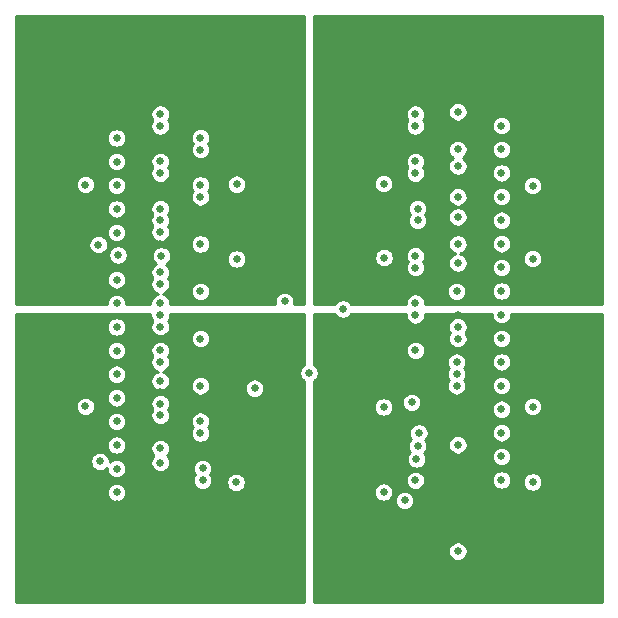
<source format=gbr>
%TF.GenerationSoftware,KiCad,Pcbnew,(5.1.9-0-10_14)*%
%TF.CreationDate,2021-05-13T13:43:24-04:00*%
%TF.ProjectId,SiPM_Board_RevC,5369504d-5f42-46f6-9172-645f52657643,rev?*%
%TF.SameCoordinates,Original*%
%TF.FileFunction,Copper,L3,Inr*%
%TF.FilePolarity,Positive*%
%FSLAX46Y46*%
G04 Gerber Fmt 4.6, Leading zero omitted, Abs format (unit mm)*
G04 Created by KiCad (PCBNEW (5.1.9-0-10_14)) date 2021-05-13 13:43:24*
%MOMM*%
%LPD*%
G01*
G04 APERTURE LIST*
%TA.AperFunction,ViaPad*%
%ADD10C,0.635000*%
%TD*%
%TA.AperFunction,Conductor*%
%ADD11C,0.254000*%
%TD*%
%TA.AperFunction,Conductor*%
%ADD12C,0.100000*%
%TD*%
G04 APERTURE END LIST*
D10*
%TO.N,GND*%
X133707308Y-111522692D03*
X133707308Y-103522692D03*
X133707308Y-101522692D03*
X133707308Y-87522692D03*
X133707308Y-115522692D03*
X133707308Y-113522692D03*
X133707308Y-107522692D03*
X133707308Y-105522692D03*
X133707308Y-109522692D03*
X133827308Y-95432692D03*
X133707308Y-85522692D03*
X133707308Y-93522692D03*
X133707308Y-91522692D03*
X133707308Y-89522692D03*
X133707308Y-99522692D03*
X133707308Y-97522692D03*
X152860000Y-100000000D03*
X150000000Y-105400000D03*
X147935320Y-99344680D03*
X131060000Y-89460000D03*
X132152500Y-94552500D03*
X143870000Y-89430000D03*
X143870000Y-95770000D03*
X132300000Y-112900000D03*
X131060000Y-108240000D03*
X145400000Y-106700000D03*
X143820000Y-114680000D03*
X156347500Y-95652500D03*
X156310000Y-89390000D03*
X168940000Y-95740000D03*
X156310000Y-108290000D03*
X168940000Y-114640000D03*
X166292692Y-84477308D03*
X166292692Y-86477308D03*
X166292692Y-88477308D03*
X166292692Y-90477308D03*
X166292692Y-92477308D03*
X166292692Y-94477308D03*
X166292692Y-96477308D03*
X166292692Y-98477308D03*
X168940000Y-89560000D03*
X166292692Y-100477308D03*
X166292692Y-102477308D03*
X166292692Y-104477308D03*
X166292692Y-106477308D03*
X166292692Y-108477308D03*
X166292692Y-110477308D03*
X166292692Y-112477308D03*
X166292692Y-114477308D03*
X156310000Y-115500000D03*
X168940000Y-108260000D03*
%TO.N,/BIAS1*%
X133762700Y-83502700D03*
X128450000Y-76450000D03*
X128450000Y-82650000D03*
X128450000Y-88850000D03*
X128450000Y-95050000D03*
X134650000Y-76450000D03*
X134850000Y-81750000D03*
X137400000Y-89700000D03*
X137400000Y-94500000D03*
X141950000Y-78450000D03*
X141950000Y-84650000D03*
X141950000Y-90850000D03*
X143050000Y-98150000D03*
X147050000Y-79550000D03*
X147050000Y-85750000D03*
X147050000Y-91950000D03*
X147050000Y-98150000D03*
X131060000Y-85340000D03*
X131060000Y-91760000D03*
X144300000Y-85200000D03*
X143870000Y-91300000D03*
%TO.N,/BIAS2*%
X133757366Y-116502634D03*
X128450000Y-101950000D03*
X128450000Y-108150000D03*
X128450000Y-120550000D03*
X128450000Y-114350000D03*
X137400000Y-102500000D03*
X137400000Y-107000000D03*
X135750000Y-119350000D03*
X135100000Y-117400000D03*
X141950000Y-106150000D03*
X141950000Y-112350000D03*
X140850000Y-117450000D03*
X140850000Y-123650000D03*
X147050000Y-123650000D03*
X147050000Y-117450000D03*
X147050000Y-111250000D03*
X147050000Y-105050000D03*
X131060000Y-110540000D03*
X131060000Y-104360000D03*
X143870000Y-104230000D03*
X143820000Y-110320000D03*
%TO.N,Net-(J1-Pad63)*%
X141000000Y-114500000D03*
%TO.N,Net-(J1-Pad61)*%
X141000000Y-113500000D03*
%TO.N,Net-(J1-Pad59)*%
X137400000Y-113000000D03*
%TO.N,Net-(J1-Pad57)*%
X137400000Y-111800000D03*
%TO.N,Net-(J1-Pad55)*%
X140800000Y-110500000D03*
%TO.N,Net-(J1-Pad53)*%
X140800000Y-109500000D03*
%TO.N,Net-(J1-Pad51)*%
X137402650Y-109002650D03*
%TO.N,Net-(J1-Pad49)*%
X137400000Y-108000000D03*
%TO.N,Net-(J1-Pad47)*%
X140800000Y-106500000D03*
%TO.N,Net-(J1-Pad45)*%
X137400000Y-106100000D03*
%TO.N,Net-(J1-Pad43)*%
X137400000Y-104500000D03*
%TO.N,Net-(J1-Pad41)*%
X137400000Y-103500000D03*
%TO.N,Net-(J1-Pad39)*%
X140800000Y-102500000D03*
%TO.N,Net-(J1-Pad37)*%
X137400000Y-101500000D03*
%TO.N,Net-(J1-Pad35)*%
X137400000Y-100500000D03*
%TO.N,Net-(J1-Pad33)*%
X137400000Y-99500000D03*
%TO.N,Net-(J1-Pad31)*%
X140800000Y-98500000D03*
%TO.N,Net-(J1-Pad29)*%
X137400000Y-97900000D03*
%TO.N,Net-(J1-Pad27)*%
X137400000Y-96900000D03*
%TO.N,Net-(J1-Pad25)*%
X137497324Y-95502676D03*
%TO.N,Net-(J1-Pad23)*%
X140800000Y-94500000D03*
%TO.N,Net-(J1-Pad21)*%
X137400000Y-93500000D03*
%TO.N,Net-(J1-Pad19)*%
X137400000Y-92500000D03*
%TO.N,Net-(J1-Pad17)*%
X137400000Y-91500000D03*
%TO.N,Net-(J1-Pad15)*%
X140800000Y-90500000D03*
%TO.N,Net-(J1-Pad13)*%
X140800000Y-89500000D03*
%TO.N,Net-(J1-Pad11)*%
X137402690Y-88502690D03*
%TO.N,Net-(J1-Pad9)*%
X137400000Y-87500000D03*
%TO.N,Net-(J1-Pad7)*%
X140800000Y-86500000D03*
%TO.N,Net-(J1-Pad5)*%
X140800000Y-85500000D03*
%TO.N,Net-(J1-Pad3)*%
X137400000Y-84500000D03*
%TO.N,Net-(J1-Pad1)*%
X137400000Y-83500000D03*
%TO.N,Net-(J2-Pad65)*%
X159000000Y-84500000D03*
%TO.N,Net-(J2-Pad63)*%
X162600000Y-83300000D03*
%TO.N,Net-(J2-Pad61)*%
X162600000Y-86483936D03*
%TO.N,Net-(J2-Pad59)*%
X159000000Y-87500000D03*
%TO.N,Net-(J2-Pad57)*%
X159000000Y-88500000D03*
%TO.N,Net-(J2-Pad55)*%
X162600000Y-87900000D03*
%TO.N,Net-(J2-Pad53)*%
X162600000Y-90500000D03*
%TO.N,Net-(J2-Pad51)*%
X159202650Y-91497350D03*
%TO.N,Net-(J2-Pad49)*%
X159202652Y-92497348D03*
%TO.N,Net-(J2-Pad47)*%
X162600000Y-92200000D03*
%TO.N,Net-(J2-Pad45)*%
X162600000Y-94500000D03*
%TO.N,Net-(J2-Pad43)*%
X159000000Y-95500000D03*
%TO.N,Net-(J2-Pad41)*%
X159002660Y-96497340D03*
%TO.N,Net-(J2-Pad39)*%
X162600000Y-96100000D03*
%TO.N,Net-(J2-Pad37)*%
X162497336Y-98497336D03*
%TO.N,Net-(J2-Pad35)*%
X159002666Y-99497334D03*
%TO.N,Net-(J2-Pad33)*%
X159002668Y-100497332D03*
%TO.N,Net-(J2-Pad31)*%
X162600000Y-101500000D03*
%TO.N,Net-(J2-Pad29)*%
X162600000Y-102500000D03*
%TO.N,Net-(J2-Pad27)*%
X159002674Y-103497326D03*
%TO.N,Net-(J2-Pad25)*%
X162500000Y-104500000D03*
%TO.N,Net-(J2-Pad23)*%
X162500000Y-105500000D03*
%TO.N,Net-(J2-Pad21)*%
X162497320Y-106497320D03*
%TO.N,Net-(J2-Pad19)*%
X158700000Y-107900000D03*
%TO.N,Net-(J2-Pad17)*%
X158100000Y-116200000D03*
%TO.N,Net-(J2-Pad15)*%
X162600000Y-111500000D03*
%TO.N,Net-(J2-Pad13)*%
X159302688Y-110497312D03*
%TO.N,Net-(J2-Pad11)*%
X159200000Y-111600000D03*
%TO.N,Net-(J2-Pad9)*%
X159100000Y-112700000D03*
%TO.N,Net-(J2-Pad7)*%
X162600000Y-120500000D03*
%TO.N,Net-(J2-Pad5)*%
X159000000Y-114500000D03*
%TO.N,/BIAS3*%
X153950000Y-76450000D03*
X153950000Y-82650000D03*
X153950000Y-88850000D03*
X160150000Y-76450000D03*
X160400000Y-81800000D03*
X167450000Y-78450000D03*
X168550000Y-98150000D03*
X172550000Y-79550000D03*
X172550000Y-85750000D03*
X172550000Y-91950000D03*
X172550000Y-98150000D03*
X156310000Y-91710000D03*
X156310000Y-85410000D03*
X168940000Y-91660000D03*
X153950000Y-95050000D03*
X167450000Y-90850000D03*
X167450000Y-86850000D03*
X159000000Y-89700000D03*
X159000000Y-94500000D03*
X168940000Y-85460000D03*
%TO.N,/BIAS4*%
X153950000Y-101950000D03*
X153950000Y-108150000D03*
X153950000Y-120550000D03*
X161250000Y-119450000D03*
X167450000Y-106150000D03*
X167450000Y-112350000D03*
X166350000Y-117450000D03*
X166350000Y-123650000D03*
X172550000Y-123650000D03*
X172550000Y-117450000D03*
X172550000Y-111250000D03*
X172550000Y-105050000D03*
X156310000Y-104310000D03*
X168940000Y-110540000D03*
X168940000Y-104060000D03*
X154300000Y-115100000D03*
X162600000Y-100500000D03*
X162600000Y-108700000D03*
X162600000Y-112700000D03*
X159500000Y-117500000D03*
X166800000Y-116000000D03*
X156310000Y-110410000D03*
%TO.N,Net-(J2-Pad67)*%
X159000000Y-83500000D03*
%TD*%
D11*
%TO.N,/BIAS2*%
X136574500Y-100581305D02*
X136606224Y-100740789D01*
X136668452Y-100891021D01*
X136741269Y-101000000D01*
X136668452Y-101108979D01*
X136606224Y-101259211D01*
X136574500Y-101418695D01*
X136574500Y-101581305D01*
X136606224Y-101740789D01*
X136668452Y-101891021D01*
X136758792Y-102026225D01*
X136873775Y-102141208D01*
X137008979Y-102231548D01*
X137159211Y-102293776D01*
X137318695Y-102325500D01*
X137481305Y-102325500D01*
X137640789Y-102293776D01*
X137791021Y-102231548D01*
X137926225Y-102141208D01*
X138041208Y-102026225D01*
X138131548Y-101891021D01*
X138193776Y-101740789D01*
X138225500Y-101581305D01*
X138225500Y-101418695D01*
X138193776Y-101259211D01*
X138131548Y-101108979D01*
X138058731Y-101000000D01*
X138131548Y-100891021D01*
X138193776Y-100740789D01*
X138225500Y-100581305D01*
X138225500Y-100437000D01*
X149563000Y-100437000D01*
X149563000Y-104699174D01*
X149473775Y-104758792D01*
X149358792Y-104873775D01*
X149268452Y-105008979D01*
X149206224Y-105159211D01*
X149174500Y-105318695D01*
X149174500Y-105481305D01*
X149206224Y-105640789D01*
X149268452Y-105791021D01*
X149358792Y-105926225D01*
X149473775Y-106041208D01*
X149563000Y-106100826D01*
X149563000Y-124787000D01*
X125213000Y-124787000D01*
X125213000Y-115441387D01*
X132881808Y-115441387D01*
X132881808Y-115603997D01*
X132913532Y-115763481D01*
X132975760Y-115913713D01*
X133066100Y-116048917D01*
X133181083Y-116163900D01*
X133316287Y-116254240D01*
X133466519Y-116316468D01*
X133626003Y-116348192D01*
X133788613Y-116348192D01*
X133948097Y-116316468D01*
X134098329Y-116254240D01*
X134233533Y-116163900D01*
X134348516Y-116048917D01*
X134438856Y-115913713D01*
X134501084Y-115763481D01*
X134532808Y-115603997D01*
X134532808Y-115441387D01*
X134501084Y-115281903D01*
X134438856Y-115131671D01*
X134348516Y-114996467D01*
X134233533Y-114881484D01*
X134098329Y-114791144D01*
X133948097Y-114728916D01*
X133788613Y-114697192D01*
X133626003Y-114697192D01*
X133466519Y-114728916D01*
X133316287Y-114791144D01*
X133181083Y-114881484D01*
X133066100Y-114996467D01*
X132975760Y-115131671D01*
X132913532Y-115281903D01*
X132881808Y-115441387D01*
X125213000Y-115441387D01*
X125213000Y-112818695D01*
X131474500Y-112818695D01*
X131474500Y-112981305D01*
X131506224Y-113140789D01*
X131568452Y-113291021D01*
X131658792Y-113426225D01*
X131773775Y-113541208D01*
X131908979Y-113631548D01*
X132059211Y-113693776D01*
X132218695Y-113725500D01*
X132381305Y-113725500D01*
X132540789Y-113693776D01*
X132691021Y-113631548D01*
X132826225Y-113541208D01*
X132881808Y-113485625D01*
X132881808Y-113603997D01*
X132913532Y-113763481D01*
X132975760Y-113913713D01*
X133066100Y-114048917D01*
X133181083Y-114163900D01*
X133316287Y-114254240D01*
X133466519Y-114316468D01*
X133626003Y-114348192D01*
X133788613Y-114348192D01*
X133948097Y-114316468D01*
X134098329Y-114254240D01*
X134233533Y-114163900D01*
X134348516Y-114048917D01*
X134438856Y-113913713D01*
X134501084Y-113763481D01*
X134532808Y-113603997D01*
X134532808Y-113441387D01*
X134501084Y-113281903D01*
X134438856Y-113131671D01*
X134348516Y-112996467D01*
X134233533Y-112881484D01*
X134098329Y-112791144D01*
X133948097Y-112728916D01*
X133788613Y-112697192D01*
X133626003Y-112697192D01*
X133466519Y-112728916D01*
X133316287Y-112791144D01*
X133181083Y-112881484D01*
X133125500Y-112937067D01*
X133125500Y-112818695D01*
X133093776Y-112659211D01*
X133031548Y-112508979D01*
X132941208Y-112373775D01*
X132826225Y-112258792D01*
X132691021Y-112168452D01*
X132540789Y-112106224D01*
X132381305Y-112074500D01*
X132218695Y-112074500D01*
X132059211Y-112106224D01*
X131908979Y-112168452D01*
X131773775Y-112258792D01*
X131658792Y-112373775D01*
X131568452Y-112508979D01*
X131506224Y-112659211D01*
X131474500Y-112818695D01*
X125213000Y-112818695D01*
X125213000Y-111441387D01*
X132881808Y-111441387D01*
X132881808Y-111603997D01*
X132913532Y-111763481D01*
X132975760Y-111913713D01*
X133066100Y-112048917D01*
X133181083Y-112163900D01*
X133316287Y-112254240D01*
X133466519Y-112316468D01*
X133626003Y-112348192D01*
X133788613Y-112348192D01*
X133948097Y-112316468D01*
X134098329Y-112254240D01*
X134233533Y-112163900D01*
X134348516Y-112048917D01*
X134438856Y-111913713D01*
X134501084Y-111763481D01*
X134509992Y-111718695D01*
X136574500Y-111718695D01*
X136574500Y-111881305D01*
X136606224Y-112040789D01*
X136668452Y-112191021D01*
X136758792Y-112326225D01*
X136832567Y-112400000D01*
X136758792Y-112473775D01*
X136668452Y-112608979D01*
X136606224Y-112759211D01*
X136574500Y-112918695D01*
X136574500Y-113081305D01*
X136606224Y-113240789D01*
X136668452Y-113391021D01*
X136758792Y-113526225D01*
X136873775Y-113641208D01*
X137008979Y-113731548D01*
X137159211Y-113793776D01*
X137318695Y-113825500D01*
X137481305Y-113825500D01*
X137640789Y-113793776D01*
X137791021Y-113731548D01*
X137926225Y-113641208D01*
X138041208Y-113526225D01*
X138113056Y-113418695D01*
X140174500Y-113418695D01*
X140174500Y-113581305D01*
X140206224Y-113740789D01*
X140268452Y-113891021D01*
X140341269Y-114000000D01*
X140268452Y-114108979D01*
X140206224Y-114259211D01*
X140174500Y-114418695D01*
X140174500Y-114581305D01*
X140206224Y-114740789D01*
X140268452Y-114891021D01*
X140358792Y-115026225D01*
X140473775Y-115141208D01*
X140608979Y-115231548D01*
X140759211Y-115293776D01*
X140918695Y-115325500D01*
X141081305Y-115325500D01*
X141240789Y-115293776D01*
X141391021Y-115231548D01*
X141526225Y-115141208D01*
X141641208Y-115026225D01*
X141731548Y-114891021D01*
X141793776Y-114740789D01*
X141822040Y-114598695D01*
X142994500Y-114598695D01*
X142994500Y-114761305D01*
X143026224Y-114920789D01*
X143088452Y-115071021D01*
X143178792Y-115206225D01*
X143293775Y-115321208D01*
X143428979Y-115411548D01*
X143579211Y-115473776D01*
X143738695Y-115505500D01*
X143901305Y-115505500D01*
X144060789Y-115473776D01*
X144211021Y-115411548D01*
X144346225Y-115321208D01*
X144461208Y-115206225D01*
X144551548Y-115071021D01*
X144613776Y-114920789D01*
X144645500Y-114761305D01*
X144645500Y-114598695D01*
X144613776Y-114439211D01*
X144551548Y-114288979D01*
X144461208Y-114153775D01*
X144346225Y-114038792D01*
X144211021Y-113948452D01*
X144060789Y-113886224D01*
X143901305Y-113854500D01*
X143738695Y-113854500D01*
X143579211Y-113886224D01*
X143428979Y-113948452D01*
X143293775Y-114038792D01*
X143178792Y-114153775D01*
X143088452Y-114288979D01*
X143026224Y-114439211D01*
X142994500Y-114598695D01*
X141822040Y-114598695D01*
X141825500Y-114581305D01*
X141825500Y-114418695D01*
X141793776Y-114259211D01*
X141731548Y-114108979D01*
X141658731Y-114000000D01*
X141731548Y-113891021D01*
X141793776Y-113740789D01*
X141825500Y-113581305D01*
X141825500Y-113418695D01*
X141793776Y-113259211D01*
X141731548Y-113108979D01*
X141641208Y-112973775D01*
X141526225Y-112858792D01*
X141391021Y-112768452D01*
X141240789Y-112706224D01*
X141081305Y-112674500D01*
X140918695Y-112674500D01*
X140759211Y-112706224D01*
X140608979Y-112768452D01*
X140473775Y-112858792D01*
X140358792Y-112973775D01*
X140268452Y-113108979D01*
X140206224Y-113259211D01*
X140174500Y-113418695D01*
X138113056Y-113418695D01*
X138131548Y-113391021D01*
X138193776Y-113240789D01*
X138225500Y-113081305D01*
X138225500Y-112918695D01*
X138193776Y-112759211D01*
X138131548Y-112608979D01*
X138041208Y-112473775D01*
X137967433Y-112400000D01*
X138041208Y-112326225D01*
X138131548Y-112191021D01*
X138193776Y-112040789D01*
X138225500Y-111881305D01*
X138225500Y-111718695D01*
X138193776Y-111559211D01*
X138131548Y-111408979D01*
X138041208Y-111273775D01*
X137926225Y-111158792D01*
X137791021Y-111068452D01*
X137640789Y-111006224D01*
X137481305Y-110974500D01*
X137318695Y-110974500D01*
X137159211Y-111006224D01*
X137008979Y-111068452D01*
X136873775Y-111158792D01*
X136758792Y-111273775D01*
X136668452Y-111408979D01*
X136606224Y-111559211D01*
X136574500Y-111718695D01*
X134509992Y-111718695D01*
X134532808Y-111603997D01*
X134532808Y-111441387D01*
X134501084Y-111281903D01*
X134438856Y-111131671D01*
X134348516Y-110996467D01*
X134233533Y-110881484D01*
X134098329Y-110791144D01*
X133948097Y-110728916D01*
X133788613Y-110697192D01*
X133626003Y-110697192D01*
X133466519Y-110728916D01*
X133316287Y-110791144D01*
X133181083Y-110881484D01*
X133066100Y-110996467D01*
X132975760Y-111131671D01*
X132913532Y-111281903D01*
X132881808Y-111441387D01*
X125213000Y-111441387D01*
X125213000Y-109441387D01*
X132881808Y-109441387D01*
X132881808Y-109603997D01*
X132913532Y-109763481D01*
X132975760Y-109913713D01*
X133066100Y-110048917D01*
X133181083Y-110163900D01*
X133316287Y-110254240D01*
X133466519Y-110316468D01*
X133626003Y-110348192D01*
X133788613Y-110348192D01*
X133948097Y-110316468D01*
X134098329Y-110254240D01*
X134233533Y-110163900D01*
X134348516Y-110048917D01*
X134438856Y-109913713D01*
X134501084Y-109763481D01*
X134532808Y-109603997D01*
X134532808Y-109441387D01*
X134501084Y-109281903D01*
X134438856Y-109131671D01*
X134348516Y-108996467D01*
X134233533Y-108881484D01*
X134098329Y-108791144D01*
X133948097Y-108728916D01*
X133788613Y-108697192D01*
X133626003Y-108697192D01*
X133466519Y-108728916D01*
X133316287Y-108791144D01*
X133181083Y-108881484D01*
X133066100Y-108996467D01*
X132975760Y-109131671D01*
X132913532Y-109281903D01*
X132881808Y-109441387D01*
X125213000Y-109441387D01*
X125213000Y-108158695D01*
X130234500Y-108158695D01*
X130234500Y-108321305D01*
X130266224Y-108480789D01*
X130328452Y-108631021D01*
X130418792Y-108766225D01*
X130533775Y-108881208D01*
X130668979Y-108971548D01*
X130819211Y-109033776D01*
X130978695Y-109065500D01*
X131141305Y-109065500D01*
X131300789Y-109033776D01*
X131451021Y-108971548D01*
X131586225Y-108881208D01*
X131701208Y-108766225D01*
X131791548Y-108631021D01*
X131853776Y-108480789D01*
X131885500Y-108321305D01*
X131885500Y-108158695D01*
X131853776Y-107999211D01*
X131791548Y-107848979D01*
X131701208Y-107713775D01*
X131586225Y-107598792D01*
X131451021Y-107508452D01*
X131300789Y-107446224D01*
X131276473Y-107441387D01*
X132881808Y-107441387D01*
X132881808Y-107603997D01*
X132913532Y-107763481D01*
X132975760Y-107913713D01*
X133066100Y-108048917D01*
X133181083Y-108163900D01*
X133316287Y-108254240D01*
X133466519Y-108316468D01*
X133626003Y-108348192D01*
X133788613Y-108348192D01*
X133948097Y-108316468D01*
X134098329Y-108254240D01*
X134233533Y-108163900D01*
X134348516Y-108048917D01*
X134435527Y-107918695D01*
X136574500Y-107918695D01*
X136574500Y-108081305D01*
X136606224Y-108240789D01*
X136668452Y-108391021D01*
X136743479Y-108503308D01*
X136671102Y-108611629D01*
X136608874Y-108761861D01*
X136577150Y-108921345D01*
X136577150Y-109083955D01*
X136608874Y-109243439D01*
X136671102Y-109393671D01*
X136761442Y-109528875D01*
X136876425Y-109643858D01*
X137011629Y-109734198D01*
X137161861Y-109796426D01*
X137321345Y-109828150D01*
X137483955Y-109828150D01*
X137643439Y-109796426D01*
X137793671Y-109734198D01*
X137928875Y-109643858D01*
X138043858Y-109528875D01*
X138117477Y-109418695D01*
X139974500Y-109418695D01*
X139974500Y-109581305D01*
X140006224Y-109740789D01*
X140068452Y-109891021D01*
X140141269Y-110000000D01*
X140068452Y-110108979D01*
X140006224Y-110259211D01*
X139974500Y-110418695D01*
X139974500Y-110581305D01*
X140006224Y-110740789D01*
X140068452Y-110891021D01*
X140158792Y-111026225D01*
X140273775Y-111141208D01*
X140408979Y-111231548D01*
X140559211Y-111293776D01*
X140718695Y-111325500D01*
X140881305Y-111325500D01*
X141040789Y-111293776D01*
X141191021Y-111231548D01*
X141326225Y-111141208D01*
X141441208Y-111026225D01*
X141531548Y-110891021D01*
X141593776Y-110740789D01*
X141625500Y-110581305D01*
X141625500Y-110418695D01*
X141593776Y-110259211D01*
X141531548Y-110108979D01*
X141458731Y-110000000D01*
X141531548Y-109891021D01*
X141593776Y-109740789D01*
X141625500Y-109581305D01*
X141625500Y-109418695D01*
X141593776Y-109259211D01*
X141531548Y-109108979D01*
X141441208Y-108973775D01*
X141326225Y-108858792D01*
X141191021Y-108768452D01*
X141040789Y-108706224D01*
X140881305Y-108674500D01*
X140718695Y-108674500D01*
X140559211Y-108706224D01*
X140408979Y-108768452D01*
X140273775Y-108858792D01*
X140158792Y-108973775D01*
X140068452Y-109108979D01*
X140006224Y-109259211D01*
X139974500Y-109418695D01*
X138117477Y-109418695D01*
X138134198Y-109393671D01*
X138196426Y-109243439D01*
X138228150Y-109083955D01*
X138228150Y-108921345D01*
X138196426Y-108761861D01*
X138134198Y-108611629D01*
X138059171Y-108499342D01*
X138131548Y-108391021D01*
X138193776Y-108240789D01*
X138225500Y-108081305D01*
X138225500Y-107918695D01*
X138193776Y-107759211D01*
X138131548Y-107608979D01*
X138041208Y-107473775D01*
X137926225Y-107358792D01*
X137791021Y-107268452D01*
X137640789Y-107206224D01*
X137481305Y-107174500D01*
X137318695Y-107174500D01*
X137159211Y-107206224D01*
X137008979Y-107268452D01*
X136873775Y-107358792D01*
X136758792Y-107473775D01*
X136668452Y-107608979D01*
X136606224Y-107759211D01*
X136574500Y-107918695D01*
X134435527Y-107918695D01*
X134438856Y-107913713D01*
X134501084Y-107763481D01*
X134532808Y-107603997D01*
X134532808Y-107441387D01*
X134501084Y-107281903D01*
X134438856Y-107131671D01*
X134348516Y-106996467D01*
X134233533Y-106881484D01*
X134098329Y-106791144D01*
X133948097Y-106728916D01*
X133788613Y-106697192D01*
X133626003Y-106697192D01*
X133466519Y-106728916D01*
X133316287Y-106791144D01*
X133181083Y-106881484D01*
X133066100Y-106996467D01*
X132975760Y-107131671D01*
X132913532Y-107281903D01*
X132881808Y-107441387D01*
X131276473Y-107441387D01*
X131141305Y-107414500D01*
X130978695Y-107414500D01*
X130819211Y-107446224D01*
X130668979Y-107508452D01*
X130533775Y-107598792D01*
X130418792Y-107713775D01*
X130328452Y-107848979D01*
X130266224Y-107999211D01*
X130234500Y-108158695D01*
X125213000Y-108158695D01*
X125213000Y-105441387D01*
X132881808Y-105441387D01*
X132881808Y-105603997D01*
X132913532Y-105763481D01*
X132975760Y-105913713D01*
X133066100Y-106048917D01*
X133181083Y-106163900D01*
X133316287Y-106254240D01*
X133466519Y-106316468D01*
X133626003Y-106348192D01*
X133788613Y-106348192D01*
X133948097Y-106316468D01*
X134098329Y-106254240D01*
X134233533Y-106163900D01*
X134348516Y-106048917D01*
X134438856Y-105913713D01*
X134501084Y-105763481D01*
X134532808Y-105603997D01*
X134532808Y-105441387D01*
X134501084Y-105281903D01*
X134438856Y-105131671D01*
X134348516Y-104996467D01*
X134233533Y-104881484D01*
X134098329Y-104791144D01*
X133948097Y-104728916D01*
X133788613Y-104697192D01*
X133626003Y-104697192D01*
X133466519Y-104728916D01*
X133316287Y-104791144D01*
X133181083Y-104881484D01*
X133066100Y-104996467D01*
X132975760Y-105131671D01*
X132913532Y-105281903D01*
X132881808Y-105441387D01*
X125213000Y-105441387D01*
X125213000Y-103441387D01*
X132881808Y-103441387D01*
X132881808Y-103603997D01*
X132913532Y-103763481D01*
X132975760Y-103913713D01*
X133066100Y-104048917D01*
X133181083Y-104163900D01*
X133316287Y-104254240D01*
X133466519Y-104316468D01*
X133626003Y-104348192D01*
X133788613Y-104348192D01*
X133948097Y-104316468D01*
X134098329Y-104254240D01*
X134233533Y-104163900D01*
X134348516Y-104048917D01*
X134438856Y-103913713D01*
X134501084Y-103763481D01*
X134532808Y-103603997D01*
X134532808Y-103441387D01*
X134528295Y-103418695D01*
X136574500Y-103418695D01*
X136574500Y-103581305D01*
X136606224Y-103740789D01*
X136668452Y-103891021D01*
X136741269Y-104000000D01*
X136668452Y-104108979D01*
X136606224Y-104259211D01*
X136574500Y-104418695D01*
X136574500Y-104581305D01*
X136606224Y-104740789D01*
X136668452Y-104891021D01*
X136758792Y-105026225D01*
X136873775Y-105141208D01*
X137008979Y-105231548D01*
X137159211Y-105293776D01*
X137190501Y-105300000D01*
X137159211Y-105306224D01*
X137008979Y-105368452D01*
X136873775Y-105458792D01*
X136758792Y-105573775D01*
X136668452Y-105708979D01*
X136606224Y-105859211D01*
X136574500Y-106018695D01*
X136574500Y-106181305D01*
X136606224Y-106340789D01*
X136668452Y-106491021D01*
X136758792Y-106626225D01*
X136873775Y-106741208D01*
X137008979Y-106831548D01*
X137159211Y-106893776D01*
X137318695Y-106925500D01*
X137481305Y-106925500D01*
X137640789Y-106893776D01*
X137791021Y-106831548D01*
X137926225Y-106741208D01*
X138041208Y-106626225D01*
X138131548Y-106491021D01*
X138161506Y-106418695D01*
X139974500Y-106418695D01*
X139974500Y-106581305D01*
X140006224Y-106740789D01*
X140068452Y-106891021D01*
X140158792Y-107026225D01*
X140273775Y-107141208D01*
X140408979Y-107231548D01*
X140559211Y-107293776D01*
X140718695Y-107325500D01*
X140881305Y-107325500D01*
X141040789Y-107293776D01*
X141191021Y-107231548D01*
X141326225Y-107141208D01*
X141441208Y-107026225D01*
X141531548Y-106891021D01*
X141593776Y-106740789D01*
X141618062Y-106618695D01*
X144574500Y-106618695D01*
X144574500Y-106781305D01*
X144606224Y-106940789D01*
X144668452Y-107091021D01*
X144758792Y-107226225D01*
X144873775Y-107341208D01*
X145008979Y-107431548D01*
X145159211Y-107493776D01*
X145318695Y-107525500D01*
X145481305Y-107525500D01*
X145640789Y-107493776D01*
X145791021Y-107431548D01*
X145926225Y-107341208D01*
X146041208Y-107226225D01*
X146131548Y-107091021D01*
X146193776Y-106940789D01*
X146225500Y-106781305D01*
X146225500Y-106618695D01*
X146193776Y-106459211D01*
X146131548Y-106308979D01*
X146041208Y-106173775D01*
X145926225Y-106058792D01*
X145791021Y-105968452D01*
X145640789Y-105906224D01*
X145481305Y-105874500D01*
X145318695Y-105874500D01*
X145159211Y-105906224D01*
X145008979Y-105968452D01*
X144873775Y-106058792D01*
X144758792Y-106173775D01*
X144668452Y-106308979D01*
X144606224Y-106459211D01*
X144574500Y-106618695D01*
X141618062Y-106618695D01*
X141625500Y-106581305D01*
X141625500Y-106418695D01*
X141593776Y-106259211D01*
X141531548Y-106108979D01*
X141441208Y-105973775D01*
X141326225Y-105858792D01*
X141191021Y-105768452D01*
X141040789Y-105706224D01*
X140881305Y-105674500D01*
X140718695Y-105674500D01*
X140559211Y-105706224D01*
X140408979Y-105768452D01*
X140273775Y-105858792D01*
X140158792Y-105973775D01*
X140068452Y-106108979D01*
X140006224Y-106259211D01*
X139974500Y-106418695D01*
X138161506Y-106418695D01*
X138193776Y-106340789D01*
X138225500Y-106181305D01*
X138225500Y-106018695D01*
X138193776Y-105859211D01*
X138131548Y-105708979D01*
X138041208Y-105573775D01*
X137926225Y-105458792D01*
X137791021Y-105368452D01*
X137640789Y-105306224D01*
X137609499Y-105300000D01*
X137640789Y-105293776D01*
X137791021Y-105231548D01*
X137926225Y-105141208D01*
X138041208Y-105026225D01*
X138131548Y-104891021D01*
X138193776Y-104740789D01*
X138225500Y-104581305D01*
X138225500Y-104418695D01*
X138193776Y-104259211D01*
X138131548Y-104108979D01*
X138058731Y-104000000D01*
X138131548Y-103891021D01*
X138193776Y-103740789D01*
X138225500Y-103581305D01*
X138225500Y-103418695D01*
X138193776Y-103259211D01*
X138131548Y-103108979D01*
X138041208Y-102973775D01*
X137926225Y-102858792D01*
X137791021Y-102768452D01*
X137640789Y-102706224D01*
X137481305Y-102674500D01*
X137318695Y-102674500D01*
X137159211Y-102706224D01*
X137008979Y-102768452D01*
X136873775Y-102858792D01*
X136758792Y-102973775D01*
X136668452Y-103108979D01*
X136606224Y-103259211D01*
X136574500Y-103418695D01*
X134528295Y-103418695D01*
X134501084Y-103281903D01*
X134438856Y-103131671D01*
X134348516Y-102996467D01*
X134233533Y-102881484D01*
X134098329Y-102791144D01*
X133948097Y-102728916D01*
X133788613Y-102697192D01*
X133626003Y-102697192D01*
X133466519Y-102728916D01*
X133316287Y-102791144D01*
X133181083Y-102881484D01*
X133066100Y-102996467D01*
X132975760Y-103131671D01*
X132913532Y-103281903D01*
X132881808Y-103441387D01*
X125213000Y-103441387D01*
X125213000Y-102418695D01*
X139974500Y-102418695D01*
X139974500Y-102581305D01*
X140006224Y-102740789D01*
X140068452Y-102891021D01*
X140158792Y-103026225D01*
X140273775Y-103141208D01*
X140408979Y-103231548D01*
X140559211Y-103293776D01*
X140718695Y-103325500D01*
X140881305Y-103325500D01*
X141040789Y-103293776D01*
X141191021Y-103231548D01*
X141326225Y-103141208D01*
X141441208Y-103026225D01*
X141531548Y-102891021D01*
X141593776Y-102740789D01*
X141625500Y-102581305D01*
X141625500Y-102418695D01*
X141593776Y-102259211D01*
X141531548Y-102108979D01*
X141441208Y-101973775D01*
X141326225Y-101858792D01*
X141191021Y-101768452D01*
X141040789Y-101706224D01*
X140881305Y-101674500D01*
X140718695Y-101674500D01*
X140559211Y-101706224D01*
X140408979Y-101768452D01*
X140273775Y-101858792D01*
X140158792Y-101973775D01*
X140068452Y-102108979D01*
X140006224Y-102259211D01*
X139974500Y-102418695D01*
X125213000Y-102418695D01*
X125213000Y-101441387D01*
X132881808Y-101441387D01*
X132881808Y-101603997D01*
X132913532Y-101763481D01*
X132975760Y-101913713D01*
X133066100Y-102048917D01*
X133181083Y-102163900D01*
X133316287Y-102254240D01*
X133466519Y-102316468D01*
X133626003Y-102348192D01*
X133788613Y-102348192D01*
X133948097Y-102316468D01*
X134098329Y-102254240D01*
X134233533Y-102163900D01*
X134348516Y-102048917D01*
X134438856Y-101913713D01*
X134501084Y-101763481D01*
X134532808Y-101603997D01*
X134532808Y-101441387D01*
X134501084Y-101281903D01*
X134438856Y-101131671D01*
X134348516Y-100996467D01*
X134233533Y-100881484D01*
X134098329Y-100791144D01*
X133948097Y-100728916D01*
X133788613Y-100697192D01*
X133626003Y-100697192D01*
X133466519Y-100728916D01*
X133316287Y-100791144D01*
X133181083Y-100881484D01*
X133066100Y-100996467D01*
X132975760Y-101131671D01*
X132913532Y-101281903D01*
X132881808Y-101441387D01*
X125213000Y-101441387D01*
X125213000Y-100437000D01*
X136574500Y-100437000D01*
X136574500Y-100581305D01*
%TA.AperFunction,Conductor*%
D12*
G36*
X136574500Y-100581305D02*
G01*
X136606224Y-100740789D01*
X136668452Y-100891021D01*
X136741269Y-101000000D01*
X136668452Y-101108979D01*
X136606224Y-101259211D01*
X136574500Y-101418695D01*
X136574500Y-101581305D01*
X136606224Y-101740789D01*
X136668452Y-101891021D01*
X136758792Y-102026225D01*
X136873775Y-102141208D01*
X137008979Y-102231548D01*
X137159211Y-102293776D01*
X137318695Y-102325500D01*
X137481305Y-102325500D01*
X137640789Y-102293776D01*
X137791021Y-102231548D01*
X137926225Y-102141208D01*
X138041208Y-102026225D01*
X138131548Y-101891021D01*
X138193776Y-101740789D01*
X138225500Y-101581305D01*
X138225500Y-101418695D01*
X138193776Y-101259211D01*
X138131548Y-101108979D01*
X138058731Y-101000000D01*
X138131548Y-100891021D01*
X138193776Y-100740789D01*
X138225500Y-100581305D01*
X138225500Y-100437000D01*
X149563000Y-100437000D01*
X149563000Y-104699174D01*
X149473775Y-104758792D01*
X149358792Y-104873775D01*
X149268452Y-105008979D01*
X149206224Y-105159211D01*
X149174500Y-105318695D01*
X149174500Y-105481305D01*
X149206224Y-105640789D01*
X149268452Y-105791021D01*
X149358792Y-105926225D01*
X149473775Y-106041208D01*
X149563000Y-106100826D01*
X149563000Y-124787000D01*
X125213000Y-124787000D01*
X125213000Y-115441387D01*
X132881808Y-115441387D01*
X132881808Y-115603997D01*
X132913532Y-115763481D01*
X132975760Y-115913713D01*
X133066100Y-116048917D01*
X133181083Y-116163900D01*
X133316287Y-116254240D01*
X133466519Y-116316468D01*
X133626003Y-116348192D01*
X133788613Y-116348192D01*
X133948097Y-116316468D01*
X134098329Y-116254240D01*
X134233533Y-116163900D01*
X134348516Y-116048917D01*
X134438856Y-115913713D01*
X134501084Y-115763481D01*
X134532808Y-115603997D01*
X134532808Y-115441387D01*
X134501084Y-115281903D01*
X134438856Y-115131671D01*
X134348516Y-114996467D01*
X134233533Y-114881484D01*
X134098329Y-114791144D01*
X133948097Y-114728916D01*
X133788613Y-114697192D01*
X133626003Y-114697192D01*
X133466519Y-114728916D01*
X133316287Y-114791144D01*
X133181083Y-114881484D01*
X133066100Y-114996467D01*
X132975760Y-115131671D01*
X132913532Y-115281903D01*
X132881808Y-115441387D01*
X125213000Y-115441387D01*
X125213000Y-112818695D01*
X131474500Y-112818695D01*
X131474500Y-112981305D01*
X131506224Y-113140789D01*
X131568452Y-113291021D01*
X131658792Y-113426225D01*
X131773775Y-113541208D01*
X131908979Y-113631548D01*
X132059211Y-113693776D01*
X132218695Y-113725500D01*
X132381305Y-113725500D01*
X132540789Y-113693776D01*
X132691021Y-113631548D01*
X132826225Y-113541208D01*
X132881808Y-113485625D01*
X132881808Y-113603997D01*
X132913532Y-113763481D01*
X132975760Y-113913713D01*
X133066100Y-114048917D01*
X133181083Y-114163900D01*
X133316287Y-114254240D01*
X133466519Y-114316468D01*
X133626003Y-114348192D01*
X133788613Y-114348192D01*
X133948097Y-114316468D01*
X134098329Y-114254240D01*
X134233533Y-114163900D01*
X134348516Y-114048917D01*
X134438856Y-113913713D01*
X134501084Y-113763481D01*
X134532808Y-113603997D01*
X134532808Y-113441387D01*
X134501084Y-113281903D01*
X134438856Y-113131671D01*
X134348516Y-112996467D01*
X134233533Y-112881484D01*
X134098329Y-112791144D01*
X133948097Y-112728916D01*
X133788613Y-112697192D01*
X133626003Y-112697192D01*
X133466519Y-112728916D01*
X133316287Y-112791144D01*
X133181083Y-112881484D01*
X133125500Y-112937067D01*
X133125500Y-112818695D01*
X133093776Y-112659211D01*
X133031548Y-112508979D01*
X132941208Y-112373775D01*
X132826225Y-112258792D01*
X132691021Y-112168452D01*
X132540789Y-112106224D01*
X132381305Y-112074500D01*
X132218695Y-112074500D01*
X132059211Y-112106224D01*
X131908979Y-112168452D01*
X131773775Y-112258792D01*
X131658792Y-112373775D01*
X131568452Y-112508979D01*
X131506224Y-112659211D01*
X131474500Y-112818695D01*
X125213000Y-112818695D01*
X125213000Y-111441387D01*
X132881808Y-111441387D01*
X132881808Y-111603997D01*
X132913532Y-111763481D01*
X132975760Y-111913713D01*
X133066100Y-112048917D01*
X133181083Y-112163900D01*
X133316287Y-112254240D01*
X133466519Y-112316468D01*
X133626003Y-112348192D01*
X133788613Y-112348192D01*
X133948097Y-112316468D01*
X134098329Y-112254240D01*
X134233533Y-112163900D01*
X134348516Y-112048917D01*
X134438856Y-111913713D01*
X134501084Y-111763481D01*
X134509992Y-111718695D01*
X136574500Y-111718695D01*
X136574500Y-111881305D01*
X136606224Y-112040789D01*
X136668452Y-112191021D01*
X136758792Y-112326225D01*
X136832567Y-112400000D01*
X136758792Y-112473775D01*
X136668452Y-112608979D01*
X136606224Y-112759211D01*
X136574500Y-112918695D01*
X136574500Y-113081305D01*
X136606224Y-113240789D01*
X136668452Y-113391021D01*
X136758792Y-113526225D01*
X136873775Y-113641208D01*
X137008979Y-113731548D01*
X137159211Y-113793776D01*
X137318695Y-113825500D01*
X137481305Y-113825500D01*
X137640789Y-113793776D01*
X137791021Y-113731548D01*
X137926225Y-113641208D01*
X138041208Y-113526225D01*
X138113056Y-113418695D01*
X140174500Y-113418695D01*
X140174500Y-113581305D01*
X140206224Y-113740789D01*
X140268452Y-113891021D01*
X140341269Y-114000000D01*
X140268452Y-114108979D01*
X140206224Y-114259211D01*
X140174500Y-114418695D01*
X140174500Y-114581305D01*
X140206224Y-114740789D01*
X140268452Y-114891021D01*
X140358792Y-115026225D01*
X140473775Y-115141208D01*
X140608979Y-115231548D01*
X140759211Y-115293776D01*
X140918695Y-115325500D01*
X141081305Y-115325500D01*
X141240789Y-115293776D01*
X141391021Y-115231548D01*
X141526225Y-115141208D01*
X141641208Y-115026225D01*
X141731548Y-114891021D01*
X141793776Y-114740789D01*
X141822040Y-114598695D01*
X142994500Y-114598695D01*
X142994500Y-114761305D01*
X143026224Y-114920789D01*
X143088452Y-115071021D01*
X143178792Y-115206225D01*
X143293775Y-115321208D01*
X143428979Y-115411548D01*
X143579211Y-115473776D01*
X143738695Y-115505500D01*
X143901305Y-115505500D01*
X144060789Y-115473776D01*
X144211021Y-115411548D01*
X144346225Y-115321208D01*
X144461208Y-115206225D01*
X144551548Y-115071021D01*
X144613776Y-114920789D01*
X144645500Y-114761305D01*
X144645500Y-114598695D01*
X144613776Y-114439211D01*
X144551548Y-114288979D01*
X144461208Y-114153775D01*
X144346225Y-114038792D01*
X144211021Y-113948452D01*
X144060789Y-113886224D01*
X143901305Y-113854500D01*
X143738695Y-113854500D01*
X143579211Y-113886224D01*
X143428979Y-113948452D01*
X143293775Y-114038792D01*
X143178792Y-114153775D01*
X143088452Y-114288979D01*
X143026224Y-114439211D01*
X142994500Y-114598695D01*
X141822040Y-114598695D01*
X141825500Y-114581305D01*
X141825500Y-114418695D01*
X141793776Y-114259211D01*
X141731548Y-114108979D01*
X141658731Y-114000000D01*
X141731548Y-113891021D01*
X141793776Y-113740789D01*
X141825500Y-113581305D01*
X141825500Y-113418695D01*
X141793776Y-113259211D01*
X141731548Y-113108979D01*
X141641208Y-112973775D01*
X141526225Y-112858792D01*
X141391021Y-112768452D01*
X141240789Y-112706224D01*
X141081305Y-112674500D01*
X140918695Y-112674500D01*
X140759211Y-112706224D01*
X140608979Y-112768452D01*
X140473775Y-112858792D01*
X140358792Y-112973775D01*
X140268452Y-113108979D01*
X140206224Y-113259211D01*
X140174500Y-113418695D01*
X138113056Y-113418695D01*
X138131548Y-113391021D01*
X138193776Y-113240789D01*
X138225500Y-113081305D01*
X138225500Y-112918695D01*
X138193776Y-112759211D01*
X138131548Y-112608979D01*
X138041208Y-112473775D01*
X137967433Y-112400000D01*
X138041208Y-112326225D01*
X138131548Y-112191021D01*
X138193776Y-112040789D01*
X138225500Y-111881305D01*
X138225500Y-111718695D01*
X138193776Y-111559211D01*
X138131548Y-111408979D01*
X138041208Y-111273775D01*
X137926225Y-111158792D01*
X137791021Y-111068452D01*
X137640789Y-111006224D01*
X137481305Y-110974500D01*
X137318695Y-110974500D01*
X137159211Y-111006224D01*
X137008979Y-111068452D01*
X136873775Y-111158792D01*
X136758792Y-111273775D01*
X136668452Y-111408979D01*
X136606224Y-111559211D01*
X136574500Y-111718695D01*
X134509992Y-111718695D01*
X134532808Y-111603997D01*
X134532808Y-111441387D01*
X134501084Y-111281903D01*
X134438856Y-111131671D01*
X134348516Y-110996467D01*
X134233533Y-110881484D01*
X134098329Y-110791144D01*
X133948097Y-110728916D01*
X133788613Y-110697192D01*
X133626003Y-110697192D01*
X133466519Y-110728916D01*
X133316287Y-110791144D01*
X133181083Y-110881484D01*
X133066100Y-110996467D01*
X132975760Y-111131671D01*
X132913532Y-111281903D01*
X132881808Y-111441387D01*
X125213000Y-111441387D01*
X125213000Y-109441387D01*
X132881808Y-109441387D01*
X132881808Y-109603997D01*
X132913532Y-109763481D01*
X132975760Y-109913713D01*
X133066100Y-110048917D01*
X133181083Y-110163900D01*
X133316287Y-110254240D01*
X133466519Y-110316468D01*
X133626003Y-110348192D01*
X133788613Y-110348192D01*
X133948097Y-110316468D01*
X134098329Y-110254240D01*
X134233533Y-110163900D01*
X134348516Y-110048917D01*
X134438856Y-109913713D01*
X134501084Y-109763481D01*
X134532808Y-109603997D01*
X134532808Y-109441387D01*
X134501084Y-109281903D01*
X134438856Y-109131671D01*
X134348516Y-108996467D01*
X134233533Y-108881484D01*
X134098329Y-108791144D01*
X133948097Y-108728916D01*
X133788613Y-108697192D01*
X133626003Y-108697192D01*
X133466519Y-108728916D01*
X133316287Y-108791144D01*
X133181083Y-108881484D01*
X133066100Y-108996467D01*
X132975760Y-109131671D01*
X132913532Y-109281903D01*
X132881808Y-109441387D01*
X125213000Y-109441387D01*
X125213000Y-108158695D01*
X130234500Y-108158695D01*
X130234500Y-108321305D01*
X130266224Y-108480789D01*
X130328452Y-108631021D01*
X130418792Y-108766225D01*
X130533775Y-108881208D01*
X130668979Y-108971548D01*
X130819211Y-109033776D01*
X130978695Y-109065500D01*
X131141305Y-109065500D01*
X131300789Y-109033776D01*
X131451021Y-108971548D01*
X131586225Y-108881208D01*
X131701208Y-108766225D01*
X131791548Y-108631021D01*
X131853776Y-108480789D01*
X131885500Y-108321305D01*
X131885500Y-108158695D01*
X131853776Y-107999211D01*
X131791548Y-107848979D01*
X131701208Y-107713775D01*
X131586225Y-107598792D01*
X131451021Y-107508452D01*
X131300789Y-107446224D01*
X131276473Y-107441387D01*
X132881808Y-107441387D01*
X132881808Y-107603997D01*
X132913532Y-107763481D01*
X132975760Y-107913713D01*
X133066100Y-108048917D01*
X133181083Y-108163900D01*
X133316287Y-108254240D01*
X133466519Y-108316468D01*
X133626003Y-108348192D01*
X133788613Y-108348192D01*
X133948097Y-108316468D01*
X134098329Y-108254240D01*
X134233533Y-108163900D01*
X134348516Y-108048917D01*
X134435527Y-107918695D01*
X136574500Y-107918695D01*
X136574500Y-108081305D01*
X136606224Y-108240789D01*
X136668452Y-108391021D01*
X136743479Y-108503308D01*
X136671102Y-108611629D01*
X136608874Y-108761861D01*
X136577150Y-108921345D01*
X136577150Y-109083955D01*
X136608874Y-109243439D01*
X136671102Y-109393671D01*
X136761442Y-109528875D01*
X136876425Y-109643858D01*
X137011629Y-109734198D01*
X137161861Y-109796426D01*
X137321345Y-109828150D01*
X137483955Y-109828150D01*
X137643439Y-109796426D01*
X137793671Y-109734198D01*
X137928875Y-109643858D01*
X138043858Y-109528875D01*
X138117477Y-109418695D01*
X139974500Y-109418695D01*
X139974500Y-109581305D01*
X140006224Y-109740789D01*
X140068452Y-109891021D01*
X140141269Y-110000000D01*
X140068452Y-110108979D01*
X140006224Y-110259211D01*
X139974500Y-110418695D01*
X139974500Y-110581305D01*
X140006224Y-110740789D01*
X140068452Y-110891021D01*
X140158792Y-111026225D01*
X140273775Y-111141208D01*
X140408979Y-111231548D01*
X140559211Y-111293776D01*
X140718695Y-111325500D01*
X140881305Y-111325500D01*
X141040789Y-111293776D01*
X141191021Y-111231548D01*
X141326225Y-111141208D01*
X141441208Y-111026225D01*
X141531548Y-110891021D01*
X141593776Y-110740789D01*
X141625500Y-110581305D01*
X141625500Y-110418695D01*
X141593776Y-110259211D01*
X141531548Y-110108979D01*
X141458731Y-110000000D01*
X141531548Y-109891021D01*
X141593776Y-109740789D01*
X141625500Y-109581305D01*
X141625500Y-109418695D01*
X141593776Y-109259211D01*
X141531548Y-109108979D01*
X141441208Y-108973775D01*
X141326225Y-108858792D01*
X141191021Y-108768452D01*
X141040789Y-108706224D01*
X140881305Y-108674500D01*
X140718695Y-108674500D01*
X140559211Y-108706224D01*
X140408979Y-108768452D01*
X140273775Y-108858792D01*
X140158792Y-108973775D01*
X140068452Y-109108979D01*
X140006224Y-109259211D01*
X139974500Y-109418695D01*
X138117477Y-109418695D01*
X138134198Y-109393671D01*
X138196426Y-109243439D01*
X138228150Y-109083955D01*
X138228150Y-108921345D01*
X138196426Y-108761861D01*
X138134198Y-108611629D01*
X138059171Y-108499342D01*
X138131548Y-108391021D01*
X138193776Y-108240789D01*
X138225500Y-108081305D01*
X138225500Y-107918695D01*
X138193776Y-107759211D01*
X138131548Y-107608979D01*
X138041208Y-107473775D01*
X137926225Y-107358792D01*
X137791021Y-107268452D01*
X137640789Y-107206224D01*
X137481305Y-107174500D01*
X137318695Y-107174500D01*
X137159211Y-107206224D01*
X137008979Y-107268452D01*
X136873775Y-107358792D01*
X136758792Y-107473775D01*
X136668452Y-107608979D01*
X136606224Y-107759211D01*
X136574500Y-107918695D01*
X134435527Y-107918695D01*
X134438856Y-107913713D01*
X134501084Y-107763481D01*
X134532808Y-107603997D01*
X134532808Y-107441387D01*
X134501084Y-107281903D01*
X134438856Y-107131671D01*
X134348516Y-106996467D01*
X134233533Y-106881484D01*
X134098329Y-106791144D01*
X133948097Y-106728916D01*
X133788613Y-106697192D01*
X133626003Y-106697192D01*
X133466519Y-106728916D01*
X133316287Y-106791144D01*
X133181083Y-106881484D01*
X133066100Y-106996467D01*
X132975760Y-107131671D01*
X132913532Y-107281903D01*
X132881808Y-107441387D01*
X131276473Y-107441387D01*
X131141305Y-107414500D01*
X130978695Y-107414500D01*
X130819211Y-107446224D01*
X130668979Y-107508452D01*
X130533775Y-107598792D01*
X130418792Y-107713775D01*
X130328452Y-107848979D01*
X130266224Y-107999211D01*
X130234500Y-108158695D01*
X125213000Y-108158695D01*
X125213000Y-105441387D01*
X132881808Y-105441387D01*
X132881808Y-105603997D01*
X132913532Y-105763481D01*
X132975760Y-105913713D01*
X133066100Y-106048917D01*
X133181083Y-106163900D01*
X133316287Y-106254240D01*
X133466519Y-106316468D01*
X133626003Y-106348192D01*
X133788613Y-106348192D01*
X133948097Y-106316468D01*
X134098329Y-106254240D01*
X134233533Y-106163900D01*
X134348516Y-106048917D01*
X134438856Y-105913713D01*
X134501084Y-105763481D01*
X134532808Y-105603997D01*
X134532808Y-105441387D01*
X134501084Y-105281903D01*
X134438856Y-105131671D01*
X134348516Y-104996467D01*
X134233533Y-104881484D01*
X134098329Y-104791144D01*
X133948097Y-104728916D01*
X133788613Y-104697192D01*
X133626003Y-104697192D01*
X133466519Y-104728916D01*
X133316287Y-104791144D01*
X133181083Y-104881484D01*
X133066100Y-104996467D01*
X132975760Y-105131671D01*
X132913532Y-105281903D01*
X132881808Y-105441387D01*
X125213000Y-105441387D01*
X125213000Y-103441387D01*
X132881808Y-103441387D01*
X132881808Y-103603997D01*
X132913532Y-103763481D01*
X132975760Y-103913713D01*
X133066100Y-104048917D01*
X133181083Y-104163900D01*
X133316287Y-104254240D01*
X133466519Y-104316468D01*
X133626003Y-104348192D01*
X133788613Y-104348192D01*
X133948097Y-104316468D01*
X134098329Y-104254240D01*
X134233533Y-104163900D01*
X134348516Y-104048917D01*
X134438856Y-103913713D01*
X134501084Y-103763481D01*
X134532808Y-103603997D01*
X134532808Y-103441387D01*
X134528295Y-103418695D01*
X136574500Y-103418695D01*
X136574500Y-103581305D01*
X136606224Y-103740789D01*
X136668452Y-103891021D01*
X136741269Y-104000000D01*
X136668452Y-104108979D01*
X136606224Y-104259211D01*
X136574500Y-104418695D01*
X136574500Y-104581305D01*
X136606224Y-104740789D01*
X136668452Y-104891021D01*
X136758792Y-105026225D01*
X136873775Y-105141208D01*
X137008979Y-105231548D01*
X137159211Y-105293776D01*
X137190501Y-105300000D01*
X137159211Y-105306224D01*
X137008979Y-105368452D01*
X136873775Y-105458792D01*
X136758792Y-105573775D01*
X136668452Y-105708979D01*
X136606224Y-105859211D01*
X136574500Y-106018695D01*
X136574500Y-106181305D01*
X136606224Y-106340789D01*
X136668452Y-106491021D01*
X136758792Y-106626225D01*
X136873775Y-106741208D01*
X137008979Y-106831548D01*
X137159211Y-106893776D01*
X137318695Y-106925500D01*
X137481305Y-106925500D01*
X137640789Y-106893776D01*
X137791021Y-106831548D01*
X137926225Y-106741208D01*
X138041208Y-106626225D01*
X138131548Y-106491021D01*
X138161506Y-106418695D01*
X139974500Y-106418695D01*
X139974500Y-106581305D01*
X140006224Y-106740789D01*
X140068452Y-106891021D01*
X140158792Y-107026225D01*
X140273775Y-107141208D01*
X140408979Y-107231548D01*
X140559211Y-107293776D01*
X140718695Y-107325500D01*
X140881305Y-107325500D01*
X141040789Y-107293776D01*
X141191021Y-107231548D01*
X141326225Y-107141208D01*
X141441208Y-107026225D01*
X141531548Y-106891021D01*
X141593776Y-106740789D01*
X141618062Y-106618695D01*
X144574500Y-106618695D01*
X144574500Y-106781305D01*
X144606224Y-106940789D01*
X144668452Y-107091021D01*
X144758792Y-107226225D01*
X144873775Y-107341208D01*
X145008979Y-107431548D01*
X145159211Y-107493776D01*
X145318695Y-107525500D01*
X145481305Y-107525500D01*
X145640789Y-107493776D01*
X145791021Y-107431548D01*
X145926225Y-107341208D01*
X146041208Y-107226225D01*
X146131548Y-107091021D01*
X146193776Y-106940789D01*
X146225500Y-106781305D01*
X146225500Y-106618695D01*
X146193776Y-106459211D01*
X146131548Y-106308979D01*
X146041208Y-106173775D01*
X145926225Y-106058792D01*
X145791021Y-105968452D01*
X145640789Y-105906224D01*
X145481305Y-105874500D01*
X145318695Y-105874500D01*
X145159211Y-105906224D01*
X145008979Y-105968452D01*
X144873775Y-106058792D01*
X144758792Y-106173775D01*
X144668452Y-106308979D01*
X144606224Y-106459211D01*
X144574500Y-106618695D01*
X141618062Y-106618695D01*
X141625500Y-106581305D01*
X141625500Y-106418695D01*
X141593776Y-106259211D01*
X141531548Y-106108979D01*
X141441208Y-105973775D01*
X141326225Y-105858792D01*
X141191021Y-105768452D01*
X141040789Y-105706224D01*
X140881305Y-105674500D01*
X140718695Y-105674500D01*
X140559211Y-105706224D01*
X140408979Y-105768452D01*
X140273775Y-105858792D01*
X140158792Y-105973775D01*
X140068452Y-106108979D01*
X140006224Y-106259211D01*
X139974500Y-106418695D01*
X138161506Y-106418695D01*
X138193776Y-106340789D01*
X138225500Y-106181305D01*
X138225500Y-106018695D01*
X138193776Y-105859211D01*
X138131548Y-105708979D01*
X138041208Y-105573775D01*
X137926225Y-105458792D01*
X137791021Y-105368452D01*
X137640789Y-105306224D01*
X137609499Y-105300000D01*
X137640789Y-105293776D01*
X137791021Y-105231548D01*
X137926225Y-105141208D01*
X138041208Y-105026225D01*
X138131548Y-104891021D01*
X138193776Y-104740789D01*
X138225500Y-104581305D01*
X138225500Y-104418695D01*
X138193776Y-104259211D01*
X138131548Y-104108979D01*
X138058731Y-104000000D01*
X138131548Y-103891021D01*
X138193776Y-103740789D01*
X138225500Y-103581305D01*
X138225500Y-103418695D01*
X138193776Y-103259211D01*
X138131548Y-103108979D01*
X138041208Y-102973775D01*
X137926225Y-102858792D01*
X137791021Y-102768452D01*
X137640789Y-102706224D01*
X137481305Y-102674500D01*
X137318695Y-102674500D01*
X137159211Y-102706224D01*
X137008979Y-102768452D01*
X136873775Y-102858792D01*
X136758792Y-102973775D01*
X136668452Y-103108979D01*
X136606224Y-103259211D01*
X136574500Y-103418695D01*
X134528295Y-103418695D01*
X134501084Y-103281903D01*
X134438856Y-103131671D01*
X134348516Y-102996467D01*
X134233533Y-102881484D01*
X134098329Y-102791144D01*
X133948097Y-102728916D01*
X133788613Y-102697192D01*
X133626003Y-102697192D01*
X133466519Y-102728916D01*
X133316287Y-102791144D01*
X133181083Y-102881484D01*
X133066100Y-102996467D01*
X132975760Y-103131671D01*
X132913532Y-103281903D01*
X132881808Y-103441387D01*
X125213000Y-103441387D01*
X125213000Y-102418695D01*
X139974500Y-102418695D01*
X139974500Y-102581305D01*
X140006224Y-102740789D01*
X140068452Y-102891021D01*
X140158792Y-103026225D01*
X140273775Y-103141208D01*
X140408979Y-103231548D01*
X140559211Y-103293776D01*
X140718695Y-103325500D01*
X140881305Y-103325500D01*
X141040789Y-103293776D01*
X141191021Y-103231548D01*
X141326225Y-103141208D01*
X141441208Y-103026225D01*
X141531548Y-102891021D01*
X141593776Y-102740789D01*
X141625500Y-102581305D01*
X141625500Y-102418695D01*
X141593776Y-102259211D01*
X141531548Y-102108979D01*
X141441208Y-101973775D01*
X141326225Y-101858792D01*
X141191021Y-101768452D01*
X141040789Y-101706224D01*
X140881305Y-101674500D01*
X140718695Y-101674500D01*
X140559211Y-101706224D01*
X140408979Y-101768452D01*
X140273775Y-101858792D01*
X140158792Y-101973775D01*
X140068452Y-102108979D01*
X140006224Y-102259211D01*
X139974500Y-102418695D01*
X125213000Y-102418695D01*
X125213000Y-101441387D01*
X132881808Y-101441387D01*
X132881808Y-101603997D01*
X132913532Y-101763481D01*
X132975760Y-101913713D01*
X133066100Y-102048917D01*
X133181083Y-102163900D01*
X133316287Y-102254240D01*
X133466519Y-102316468D01*
X133626003Y-102348192D01*
X133788613Y-102348192D01*
X133948097Y-102316468D01*
X134098329Y-102254240D01*
X134233533Y-102163900D01*
X134348516Y-102048917D01*
X134438856Y-101913713D01*
X134501084Y-101763481D01*
X134532808Y-101603997D01*
X134532808Y-101441387D01*
X134501084Y-101281903D01*
X134438856Y-101131671D01*
X134348516Y-100996467D01*
X134233533Y-100881484D01*
X134098329Y-100791144D01*
X133948097Y-100728916D01*
X133788613Y-100697192D01*
X133626003Y-100697192D01*
X133466519Y-100728916D01*
X133316287Y-100791144D01*
X133181083Y-100881484D01*
X133066100Y-100996467D01*
X132975760Y-101131671D01*
X132913532Y-101281903D01*
X132881808Y-101441387D01*
X125213000Y-101441387D01*
X125213000Y-100437000D01*
X136574500Y-100437000D01*
X136574500Y-100581305D01*
G37*
%TD.AperFunction*%
%TD*%
D11*
%TO.N,/BIAS1*%
X149563000Y-99563000D02*
X148733565Y-99563000D01*
X148760820Y-99425985D01*
X148760820Y-99263375D01*
X148729096Y-99103891D01*
X148666868Y-98953659D01*
X148576528Y-98818455D01*
X148461545Y-98703472D01*
X148326341Y-98613132D01*
X148176109Y-98550904D01*
X148016625Y-98519180D01*
X147854015Y-98519180D01*
X147694531Y-98550904D01*
X147544299Y-98613132D01*
X147409095Y-98703472D01*
X147294112Y-98818455D01*
X147203772Y-98953659D01*
X147141544Y-99103891D01*
X147109820Y-99263375D01*
X147109820Y-99425985D01*
X147137075Y-99563000D01*
X138225500Y-99563000D01*
X138225500Y-99418695D01*
X138193776Y-99259211D01*
X138131548Y-99108979D01*
X138041208Y-98973775D01*
X137926225Y-98858792D01*
X137791021Y-98768452D01*
X137640789Y-98706224D01*
X137609499Y-98700000D01*
X137640789Y-98693776D01*
X137791021Y-98631548D01*
X137926225Y-98541208D01*
X138041208Y-98426225D01*
X138046239Y-98418695D01*
X139974500Y-98418695D01*
X139974500Y-98581305D01*
X140006224Y-98740789D01*
X140068452Y-98891021D01*
X140158792Y-99026225D01*
X140273775Y-99141208D01*
X140408979Y-99231548D01*
X140559211Y-99293776D01*
X140718695Y-99325500D01*
X140881305Y-99325500D01*
X141040789Y-99293776D01*
X141191021Y-99231548D01*
X141326225Y-99141208D01*
X141441208Y-99026225D01*
X141531548Y-98891021D01*
X141593776Y-98740789D01*
X141625500Y-98581305D01*
X141625500Y-98418695D01*
X141593776Y-98259211D01*
X141531548Y-98108979D01*
X141441208Y-97973775D01*
X141326225Y-97858792D01*
X141191021Y-97768452D01*
X141040789Y-97706224D01*
X140881305Y-97674500D01*
X140718695Y-97674500D01*
X140559211Y-97706224D01*
X140408979Y-97768452D01*
X140273775Y-97858792D01*
X140158792Y-97973775D01*
X140068452Y-98108979D01*
X140006224Y-98259211D01*
X139974500Y-98418695D01*
X138046239Y-98418695D01*
X138131548Y-98291021D01*
X138193776Y-98140789D01*
X138225500Y-97981305D01*
X138225500Y-97818695D01*
X138193776Y-97659211D01*
X138131548Y-97508979D01*
X138058731Y-97400000D01*
X138131548Y-97291021D01*
X138193776Y-97140789D01*
X138225500Y-96981305D01*
X138225500Y-96818695D01*
X138193776Y-96659211D01*
X138131548Y-96508979D01*
X138041208Y-96373775D01*
X137926225Y-96258792D01*
X137888901Y-96233853D01*
X138023549Y-96143884D01*
X138138532Y-96028901D01*
X138228872Y-95893697D01*
X138291100Y-95743465D01*
X138301994Y-95688695D01*
X143044500Y-95688695D01*
X143044500Y-95851305D01*
X143076224Y-96010789D01*
X143138452Y-96161021D01*
X143228792Y-96296225D01*
X143343775Y-96411208D01*
X143478979Y-96501548D01*
X143629211Y-96563776D01*
X143788695Y-96595500D01*
X143951305Y-96595500D01*
X144110789Y-96563776D01*
X144261021Y-96501548D01*
X144396225Y-96411208D01*
X144511208Y-96296225D01*
X144601548Y-96161021D01*
X144663776Y-96010789D01*
X144695500Y-95851305D01*
X144695500Y-95688695D01*
X144663776Y-95529211D01*
X144601548Y-95378979D01*
X144511208Y-95243775D01*
X144396225Y-95128792D01*
X144261021Y-95038452D01*
X144110789Y-94976224D01*
X143951305Y-94944500D01*
X143788695Y-94944500D01*
X143629211Y-94976224D01*
X143478979Y-95038452D01*
X143343775Y-95128792D01*
X143228792Y-95243775D01*
X143138452Y-95378979D01*
X143076224Y-95529211D01*
X143044500Y-95688695D01*
X138301994Y-95688695D01*
X138322824Y-95583981D01*
X138322824Y-95421371D01*
X138291100Y-95261887D01*
X138228872Y-95111655D01*
X138138532Y-94976451D01*
X138023549Y-94861468D01*
X137888345Y-94771128D01*
X137738113Y-94708900D01*
X137578629Y-94677176D01*
X137416019Y-94677176D01*
X137256535Y-94708900D01*
X137106303Y-94771128D01*
X136971099Y-94861468D01*
X136856116Y-94976451D01*
X136765776Y-95111655D01*
X136703548Y-95261887D01*
X136671824Y-95421371D01*
X136671824Y-95583981D01*
X136703548Y-95743465D01*
X136765776Y-95893697D01*
X136856116Y-96028901D01*
X136971099Y-96143884D01*
X137008423Y-96168823D01*
X136873775Y-96258792D01*
X136758792Y-96373775D01*
X136668452Y-96508979D01*
X136606224Y-96659211D01*
X136574500Y-96818695D01*
X136574500Y-96981305D01*
X136606224Y-97140789D01*
X136668452Y-97291021D01*
X136741269Y-97400000D01*
X136668452Y-97508979D01*
X136606224Y-97659211D01*
X136574500Y-97818695D01*
X136574500Y-97981305D01*
X136606224Y-98140789D01*
X136668452Y-98291021D01*
X136758792Y-98426225D01*
X136873775Y-98541208D01*
X137008979Y-98631548D01*
X137159211Y-98693776D01*
X137190501Y-98700000D01*
X137159211Y-98706224D01*
X137008979Y-98768452D01*
X136873775Y-98858792D01*
X136758792Y-98973775D01*
X136668452Y-99108979D01*
X136606224Y-99259211D01*
X136574500Y-99418695D01*
X136574500Y-99563000D01*
X134532808Y-99563000D01*
X134532808Y-99441387D01*
X134501084Y-99281903D01*
X134438856Y-99131671D01*
X134348516Y-98996467D01*
X134233533Y-98881484D01*
X134098329Y-98791144D01*
X133948097Y-98728916D01*
X133788613Y-98697192D01*
X133626003Y-98697192D01*
X133466519Y-98728916D01*
X133316287Y-98791144D01*
X133181083Y-98881484D01*
X133066100Y-98996467D01*
X132975760Y-99131671D01*
X132913532Y-99281903D01*
X132881808Y-99441387D01*
X132881808Y-99563000D01*
X125213000Y-99563000D01*
X125213000Y-97441387D01*
X132881808Y-97441387D01*
X132881808Y-97603997D01*
X132913532Y-97763481D01*
X132975760Y-97913713D01*
X133066100Y-98048917D01*
X133181083Y-98163900D01*
X133316287Y-98254240D01*
X133466519Y-98316468D01*
X133626003Y-98348192D01*
X133788613Y-98348192D01*
X133948097Y-98316468D01*
X134098329Y-98254240D01*
X134233533Y-98163900D01*
X134348516Y-98048917D01*
X134438856Y-97913713D01*
X134501084Y-97763481D01*
X134532808Y-97603997D01*
X134532808Y-97441387D01*
X134501084Y-97281903D01*
X134438856Y-97131671D01*
X134348516Y-96996467D01*
X134233533Y-96881484D01*
X134098329Y-96791144D01*
X133948097Y-96728916D01*
X133788613Y-96697192D01*
X133626003Y-96697192D01*
X133466519Y-96728916D01*
X133316287Y-96791144D01*
X133181083Y-96881484D01*
X133066100Y-96996467D01*
X132975760Y-97131671D01*
X132913532Y-97281903D01*
X132881808Y-97441387D01*
X125213000Y-97441387D01*
X125213000Y-94471195D01*
X131327000Y-94471195D01*
X131327000Y-94633805D01*
X131358724Y-94793289D01*
X131420952Y-94943521D01*
X131511292Y-95078725D01*
X131626275Y-95193708D01*
X131761479Y-95284048D01*
X131911711Y-95346276D01*
X132071195Y-95378000D01*
X132233805Y-95378000D01*
X132367594Y-95351387D01*
X133001808Y-95351387D01*
X133001808Y-95513997D01*
X133033532Y-95673481D01*
X133095760Y-95823713D01*
X133186100Y-95958917D01*
X133301083Y-96073900D01*
X133436287Y-96164240D01*
X133586519Y-96226468D01*
X133746003Y-96258192D01*
X133908613Y-96258192D01*
X134068097Y-96226468D01*
X134218329Y-96164240D01*
X134353533Y-96073900D01*
X134468516Y-95958917D01*
X134558856Y-95823713D01*
X134621084Y-95673481D01*
X134652808Y-95513997D01*
X134652808Y-95351387D01*
X134621084Y-95191903D01*
X134558856Y-95041671D01*
X134468516Y-94906467D01*
X134353533Y-94791484D01*
X134218329Y-94701144D01*
X134068097Y-94638916D01*
X133908613Y-94607192D01*
X133746003Y-94607192D01*
X133586519Y-94638916D01*
X133436287Y-94701144D01*
X133301083Y-94791484D01*
X133186100Y-94906467D01*
X133095760Y-95041671D01*
X133033532Y-95191903D01*
X133001808Y-95351387D01*
X132367594Y-95351387D01*
X132393289Y-95346276D01*
X132543521Y-95284048D01*
X132678725Y-95193708D01*
X132793708Y-95078725D01*
X132884048Y-94943521D01*
X132946276Y-94793289D01*
X132978000Y-94633805D01*
X132978000Y-94471195D01*
X132967557Y-94418695D01*
X139974500Y-94418695D01*
X139974500Y-94581305D01*
X140006224Y-94740789D01*
X140068452Y-94891021D01*
X140158792Y-95026225D01*
X140273775Y-95141208D01*
X140408979Y-95231548D01*
X140559211Y-95293776D01*
X140718695Y-95325500D01*
X140881305Y-95325500D01*
X141040789Y-95293776D01*
X141191021Y-95231548D01*
X141326225Y-95141208D01*
X141441208Y-95026225D01*
X141531548Y-94891021D01*
X141593776Y-94740789D01*
X141625500Y-94581305D01*
X141625500Y-94418695D01*
X141593776Y-94259211D01*
X141531548Y-94108979D01*
X141441208Y-93973775D01*
X141326225Y-93858792D01*
X141191021Y-93768452D01*
X141040789Y-93706224D01*
X140881305Y-93674500D01*
X140718695Y-93674500D01*
X140559211Y-93706224D01*
X140408979Y-93768452D01*
X140273775Y-93858792D01*
X140158792Y-93973775D01*
X140068452Y-94108979D01*
X140006224Y-94259211D01*
X139974500Y-94418695D01*
X132967557Y-94418695D01*
X132946276Y-94311711D01*
X132884048Y-94161479D01*
X132793708Y-94026275D01*
X132678725Y-93911292D01*
X132543521Y-93820952D01*
X132393289Y-93758724D01*
X132233805Y-93727000D01*
X132071195Y-93727000D01*
X131911711Y-93758724D01*
X131761479Y-93820952D01*
X131626275Y-93911292D01*
X131511292Y-94026275D01*
X131420952Y-94161479D01*
X131358724Y-94311711D01*
X131327000Y-94471195D01*
X125213000Y-94471195D01*
X125213000Y-93441387D01*
X132881808Y-93441387D01*
X132881808Y-93603997D01*
X132913532Y-93763481D01*
X132975760Y-93913713D01*
X133066100Y-94048917D01*
X133181083Y-94163900D01*
X133316287Y-94254240D01*
X133466519Y-94316468D01*
X133626003Y-94348192D01*
X133788613Y-94348192D01*
X133948097Y-94316468D01*
X134098329Y-94254240D01*
X134233533Y-94163900D01*
X134348516Y-94048917D01*
X134438856Y-93913713D01*
X134501084Y-93763481D01*
X134532808Y-93603997D01*
X134532808Y-93441387D01*
X134501084Y-93281903D01*
X134438856Y-93131671D01*
X134348516Y-92996467D01*
X134233533Y-92881484D01*
X134098329Y-92791144D01*
X133948097Y-92728916D01*
X133788613Y-92697192D01*
X133626003Y-92697192D01*
X133466519Y-92728916D01*
X133316287Y-92791144D01*
X133181083Y-92881484D01*
X133066100Y-92996467D01*
X132975760Y-93131671D01*
X132913532Y-93281903D01*
X132881808Y-93441387D01*
X125213000Y-93441387D01*
X125213000Y-91441387D01*
X132881808Y-91441387D01*
X132881808Y-91603997D01*
X132913532Y-91763481D01*
X132975760Y-91913713D01*
X133066100Y-92048917D01*
X133181083Y-92163900D01*
X133316287Y-92254240D01*
X133466519Y-92316468D01*
X133626003Y-92348192D01*
X133788613Y-92348192D01*
X133948097Y-92316468D01*
X134098329Y-92254240D01*
X134233533Y-92163900D01*
X134348516Y-92048917D01*
X134438856Y-91913713D01*
X134501084Y-91763481D01*
X134532808Y-91603997D01*
X134532808Y-91441387D01*
X134528295Y-91418695D01*
X136574500Y-91418695D01*
X136574500Y-91581305D01*
X136606224Y-91740789D01*
X136668452Y-91891021D01*
X136741269Y-92000000D01*
X136668452Y-92108979D01*
X136606224Y-92259211D01*
X136574500Y-92418695D01*
X136574500Y-92581305D01*
X136606224Y-92740789D01*
X136668452Y-92891021D01*
X136741269Y-93000000D01*
X136668452Y-93108979D01*
X136606224Y-93259211D01*
X136574500Y-93418695D01*
X136574500Y-93581305D01*
X136606224Y-93740789D01*
X136668452Y-93891021D01*
X136758792Y-94026225D01*
X136873775Y-94141208D01*
X137008979Y-94231548D01*
X137159211Y-94293776D01*
X137318695Y-94325500D01*
X137481305Y-94325500D01*
X137640789Y-94293776D01*
X137791021Y-94231548D01*
X137926225Y-94141208D01*
X138041208Y-94026225D01*
X138131548Y-93891021D01*
X138193776Y-93740789D01*
X138225500Y-93581305D01*
X138225500Y-93418695D01*
X138193776Y-93259211D01*
X138131548Y-93108979D01*
X138058731Y-93000000D01*
X138131548Y-92891021D01*
X138193776Y-92740789D01*
X138225500Y-92581305D01*
X138225500Y-92418695D01*
X138193776Y-92259211D01*
X138131548Y-92108979D01*
X138058731Y-92000000D01*
X138131548Y-91891021D01*
X138193776Y-91740789D01*
X138225500Y-91581305D01*
X138225500Y-91418695D01*
X138193776Y-91259211D01*
X138131548Y-91108979D01*
X138041208Y-90973775D01*
X137926225Y-90858792D01*
X137791021Y-90768452D01*
X137640789Y-90706224D01*
X137481305Y-90674500D01*
X137318695Y-90674500D01*
X137159211Y-90706224D01*
X137008979Y-90768452D01*
X136873775Y-90858792D01*
X136758792Y-90973775D01*
X136668452Y-91108979D01*
X136606224Y-91259211D01*
X136574500Y-91418695D01*
X134528295Y-91418695D01*
X134501084Y-91281903D01*
X134438856Y-91131671D01*
X134348516Y-90996467D01*
X134233533Y-90881484D01*
X134098329Y-90791144D01*
X133948097Y-90728916D01*
X133788613Y-90697192D01*
X133626003Y-90697192D01*
X133466519Y-90728916D01*
X133316287Y-90791144D01*
X133181083Y-90881484D01*
X133066100Y-90996467D01*
X132975760Y-91131671D01*
X132913532Y-91281903D01*
X132881808Y-91441387D01*
X125213000Y-91441387D01*
X125213000Y-89378695D01*
X130234500Y-89378695D01*
X130234500Y-89541305D01*
X130266224Y-89700789D01*
X130328452Y-89851021D01*
X130418792Y-89986225D01*
X130533775Y-90101208D01*
X130668979Y-90191548D01*
X130819211Y-90253776D01*
X130978695Y-90285500D01*
X131141305Y-90285500D01*
X131300789Y-90253776D01*
X131451021Y-90191548D01*
X131586225Y-90101208D01*
X131701208Y-89986225D01*
X131791548Y-89851021D01*
X131853776Y-89700789D01*
X131885500Y-89541305D01*
X131885500Y-89441387D01*
X132881808Y-89441387D01*
X132881808Y-89603997D01*
X132913532Y-89763481D01*
X132975760Y-89913713D01*
X133066100Y-90048917D01*
X133181083Y-90163900D01*
X133316287Y-90254240D01*
X133466519Y-90316468D01*
X133626003Y-90348192D01*
X133788613Y-90348192D01*
X133948097Y-90316468D01*
X134098329Y-90254240D01*
X134233533Y-90163900D01*
X134348516Y-90048917D01*
X134438856Y-89913713D01*
X134501084Y-89763481D01*
X134532808Y-89603997D01*
X134532808Y-89441387D01*
X134528295Y-89418695D01*
X139974500Y-89418695D01*
X139974500Y-89581305D01*
X140006224Y-89740789D01*
X140068452Y-89891021D01*
X140141269Y-90000000D01*
X140068452Y-90108979D01*
X140006224Y-90259211D01*
X139974500Y-90418695D01*
X139974500Y-90581305D01*
X140006224Y-90740789D01*
X140068452Y-90891021D01*
X140158792Y-91026225D01*
X140273775Y-91141208D01*
X140408979Y-91231548D01*
X140559211Y-91293776D01*
X140718695Y-91325500D01*
X140881305Y-91325500D01*
X141040789Y-91293776D01*
X141191021Y-91231548D01*
X141326225Y-91141208D01*
X141441208Y-91026225D01*
X141531548Y-90891021D01*
X141593776Y-90740789D01*
X141625500Y-90581305D01*
X141625500Y-90418695D01*
X141593776Y-90259211D01*
X141531548Y-90108979D01*
X141458731Y-90000000D01*
X141531548Y-89891021D01*
X141593776Y-89740789D01*
X141625500Y-89581305D01*
X141625500Y-89418695D01*
X141611576Y-89348695D01*
X143044500Y-89348695D01*
X143044500Y-89511305D01*
X143076224Y-89670789D01*
X143138452Y-89821021D01*
X143228792Y-89956225D01*
X143343775Y-90071208D01*
X143478979Y-90161548D01*
X143629211Y-90223776D01*
X143788695Y-90255500D01*
X143951305Y-90255500D01*
X144110789Y-90223776D01*
X144261021Y-90161548D01*
X144396225Y-90071208D01*
X144511208Y-89956225D01*
X144601548Y-89821021D01*
X144663776Y-89670789D01*
X144695500Y-89511305D01*
X144695500Y-89348695D01*
X144663776Y-89189211D01*
X144601548Y-89038979D01*
X144511208Y-88903775D01*
X144396225Y-88788792D01*
X144261021Y-88698452D01*
X144110789Y-88636224D01*
X143951305Y-88604500D01*
X143788695Y-88604500D01*
X143629211Y-88636224D01*
X143478979Y-88698452D01*
X143343775Y-88788792D01*
X143228792Y-88903775D01*
X143138452Y-89038979D01*
X143076224Y-89189211D01*
X143044500Y-89348695D01*
X141611576Y-89348695D01*
X141593776Y-89259211D01*
X141531548Y-89108979D01*
X141441208Y-88973775D01*
X141326225Y-88858792D01*
X141191021Y-88768452D01*
X141040789Y-88706224D01*
X140881305Y-88674500D01*
X140718695Y-88674500D01*
X140559211Y-88706224D01*
X140408979Y-88768452D01*
X140273775Y-88858792D01*
X140158792Y-88973775D01*
X140068452Y-89108979D01*
X140006224Y-89259211D01*
X139974500Y-89418695D01*
X134528295Y-89418695D01*
X134501084Y-89281903D01*
X134438856Y-89131671D01*
X134348516Y-88996467D01*
X134233533Y-88881484D01*
X134098329Y-88791144D01*
X133948097Y-88728916D01*
X133788613Y-88697192D01*
X133626003Y-88697192D01*
X133466519Y-88728916D01*
X133316287Y-88791144D01*
X133181083Y-88881484D01*
X133066100Y-88996467D01*
X132975760Y-89131671D01*
X132913532Y-89281903D01*
X132881808Y-89441387D01*
X131885500Y-89441387D01*
X131885500Y-89378695D01*
X131853776Y-89219211D01*
X131791548Y-89068979D01*
X131701208Y-88933775D01*
X131586225Y-88818792D01*
X131451021Y-88728452D01*
X131300789Y-88666224D01*
X131141305Y-88634500D01*
X130978695Y-88634500D01*
X130819211Y-88666224D01*
X130668979Y-88728452D01*
X130533775Y-88818792D01*
X130418792Y-88933775D01*
X130328452Y-89068979D01*
X130266224Y-89219211D01*
X130234500Y-89378695D01*
X125213000Y-89378695D01*
X125213000Y-87441387D01*
X132881808Y-87441387D01*
X132881808Y-87603997D01*
X132913532Y-87763481D01*
X132975760Y-87913713D01*
X133066100Y-88048917D01*
X133181083Y-88163900D01*
X133316287Y-88254240D01*
X133466519Y-88316468D01*
X133626003Y-88348192D01*
X133788613Y-88348192D01*
X133948097Y-88316468D01*
X134098329Y-88254240D01*
X134233533Y-88163900D01*
X134348516Y-88048917D01*
X134438856Y-87913713D01*
X134501084Y-87763481D01*
X134532808Y-87603997D01*
X134532808Y-87441387D01*
X134528295Y-87418695D01*
X136574500Y-87418695D01*
X136574500Y-87581305D01*
X136606224Y-87740789D01*
X136668452Y-87891021D01*
X136743513Y-88003358D01*
X136671142Y-88111669D01*
X136608914Y-88261901D01*
X136577190Y-88421385D01*
X136577190Y-88583995D01*
X136608914Y-88743479D01*
X136671142Y-88893711D01*
X136761482Y-89028915D01*
X136876465Y-89143898D01*
X137011669Y-89234238D01*
X137161901Y-89296466D01*
X137321385Y-89328190D01*
X137483995Y-89328190D01*
X137643479Y-89296466D01*
X137793711Y-89234238D01*
X137928915Y-89143898D01*
X138043898Y-89028915D01*
X138134238Y-88893711D01*
X138196466Y-88743479D01*
X138228190Y-88583995D01*
X138228190Y-88421385D01*
X138196466Y-88261901D01*
X138134238Y-88111669D01*
X138059177Y-87999332D01*
X138131548Y-87891021D01*
X138193776Y-87740789D01*
X138225500Y-87581305D01*
X138225500Y-87418695D01*
X138193776Y-87259211D01*
X138131548Y-87108979D01*
X138041208Y-86973775D01*
X137926225Y-86858792D01*
X137791021Y-86768452D01*
X137640789Y-86706224D01*
X137481305Y-86674500D01*
X137318695Y-86674500D01*
X137159211Y-86706224D01*
X137008979Y-86768452D01*
X136873775Y-86858792D01*
X136758792Y-86973775D01*
X136668452Y-87108979D01*
X136606224Y-87259211D01*
X136574500Y-87418695D01*
X134528295Y-87418695D01*
X134501084Y-87281903D01*
X134438856Y-87131671D01*
X134348516Y-86996467D01*
X134233533Y-86881484D01*
X134098329Y-86791144D01*
X133948097Y-86728916D01*
X133788613Y-86697192D01*
X133626003Y-86697192D01*
X133466519Y-86728916D01*
X133316287Y-86791144D01*
X133181083Y-86881484D01*
X133066100Y-86996467D01*
X132975760Y-87131671D01*
X132913532Y-87281903D01*
X132881808Y-87441387D01*
X125213000Y-87441387D01*
X125213000Y-85441387D01*
X132881808Y-85441387D01*
X132881808Y-85603997D01*
X132913532Y-85763481D01*
X132975760Y-85913713D01*
X133066100Y-86048917D01*
X133181083Y-86163900D01*
X133316287Y-86254240D01*
X133466519Y-86316468D01*
X133626003Y-86348192D01*
X133788613Y-86348192D01*
X133948097Y-86316468D01*
X134098329Y-86254240D01*
X134233533Y-86163900D01*
X134348516Y-86048917D01*
X134438856Y-85913713D01*
X134501084Y-85763481D01*
X134532808Y-85603997D01*
X134532808Y-85441387D01*
X134528295Y-85418695D01*
X139974500Y-85418695D01*
X139974500Y-85581305D01*
X140006224Y-85740789D01*
X140068452Y-85891021D01*
X140141269Y-86000000D01*
X140068452Y-86108979D01*
X140006224Y-86259211D01*
X139974500Y-86418695D01*
X139974500Y-86581305D01*
X140006224Y-86740789D01*
X140068452Y-86891021D01*
X140158792Y-87026225D01*
X140273775Y-87141208D01*
X140408979Y-87231548D01*
X140559211Y-87293776D01*
X140718695Y-87325500D01*
X140881305Y-87325500D01*
X141040789Y-87293776D01*
X141191021Y-87231548D01*
X141326225Y-87141208D01*
X141441208Y-87026225D01*
X141531548Y-86891021D01*
X141593776Y-86740789D01*
X141625500Y-86581305D01*
X141625500Y-86418695D01*
X141593776Y-86259211D01*
X141531548Y-86108979D01*
X141458731Y-86000000D01*
X141531548Y-85891021D01*
X141593776Y-85740789D01*
X141625500Y-85581305D01*
X141625500Y-85418695D01*
X141593776Y-85259211D01*
X141531548Y-85108979D01*
X141441208Y-84973775D01*
X141326225Y-84858792D01*
X141191021Y-84768452D01*
X141040789Y-84706224D01*
X140881305Y-84674500D01*
X140718695Y-84674500D01*
X140559211Y-84706224D01*
X140408979Y-84768452D01*
X140273775Y-84858792D01*
X140158792Y-84973775D01*
X140068452Y-85108979D01*
X140006224Y-85259211D01*
X139974500Y-85418695D01*
X134528295Y-85418695D01*
X134501084Y-85281903D01*
X134438856Y-85131671D01*
X134348516Y-84996467D01*
X134233533Y-84881484D01*
X134098329Y-84791144D01*
X133948097Y-84728916D01*
X133788613Y-84697192D01*
X133626003Y-84697192D01*
X133466519Y-84728916D01*
X133316287Y-84791144D01*
X133181083Y-84881484D01*
X133066100Y-84996467D01*
X132975760Y-85131671D01*
X132913532Y-85281903D01*
X132881808Y-85441387D01*
X125213000Y-85441387D01*
X125213000Y-83418695D01*
X136574500Y-83418695D01*
X136574500Y-83581305D01*
X136606224Y-83740789D01*
X136668452Y-83891021D01*
X136741269Y-84000000D01*
X136668452Y-84108979D01*
X136606224Y-84259211D01*
X136574500Y-84418695D01*
X136574500Y-84581305D01*
X136606224Y-84740789D01*
X136668452Y-84891021D01*
X136758792Y-85026225D01*
X136873775Y-85141208D01*
X137008979Y-85231548D01*
X137159211Y-85293776D01*
X137318695Y-85325500D01*
X137481305Y-85325500D01*
X137640789Y-85293776D01*
X137791021Y-85231548D01*
X137926225Y-85141208D01*
X138041208Y-85026225D01*
X138131548Y-84891021D01*
X138193776Y-84740789D01*
X138225500Y-84581305D01*
X138225500Y-84418695D01*
X138193776Y-84259211D01*
X138131548Y-84108979D01*
X138058731Y-84000000D01*
X138131548Y-83891021D01*
X138193776Y-83740789D01*
X138225500Y-83581305D01*
X138225500Y-83418695D01*
X138193776Y-83259211D01*
X138131548Y-83108979D01*
X138041208Y-82973775D01*
X137926225Y-82858792D01*
X137791021Y-82768452D01*
X137640789Y-82706224D01*
X137481305Y-82674500D01*
X137318695Y-82674500D01*
X137159211Y-82706224D01*
X137008979Y-82768452D01*
X136873775Y-82858792D01*
X136758792Y-82973775D01*
X136668452Y-83108979D01*
X136606224Y-83259211D01*
X136574500Y-83418695D01*
X125213000Y-83418695D01*
X125213000Y-75213000D01*
X149563000Y-75213000D01*
X149563000Y-99563000D01*
%TA.AperFunction,Conductor*%
D12*
G36*
X149563000Y-99563000D02*
G01*
X148733565Y-99563000D01*
X148760820Y-99425985D01*
X148760820Y-99263375D01*
X148729096Y-99103891D01*
X148666868Y-98953659D01*
X148576528Y-98818455D01*
X148461545Y-98703472D01*
X148326341Y-98613132D01*
X148176109Y-98550904D01*
X148016625Y-98519180D01*
X147854015Y-98519180D01*
X147694531Y-98550904D01*
X147544299Y-98613132D01*
X147409095Y-98703472D01*
X147294112Y-98818455D01*
X147203772Y-98953659D01*
X147141544Y-99103891D01*
X147109820Y-99263375D01*
X147109820Y-99425985D01*
X147137075Y-99563000D01*
X138225500Y-99563000D01*
X138225500Y-99418695D01*
X138193776Y-99259211D01*
X138131548Y-99108979D01*
X138041208Y-98973775D01*
X137926225Y-98858792D01*
X137791021Y-98768452D01*
X137640789Y-98706224D01*
X137609499Y-98700000D01*
X137640789Y-98693776D01*
X137791021Y-98631548D01*
X137926225Y-98541208D01*
X138041208Y-98426225D01*
X138046239Y-98418695D01*
X139974500Y-98418695D01*
X139974500Y-98581305D01*
X140006224Y-98740789D01*
X140068452Y-98891021D01*
X140158792Y-99026225D01*
X140273775Y-99141208D01*
X140408979Y-99231548D01*
X140559211Y-99293776D01*
X140718695Y-99325500D01*
X140881305Y-99325500D01*
X141040789Y-99293776D01*
X141191021Y-99231548D01*
X141326225Y-99141208D01*
X141441208Y-99026225D01*
X141531548Y-98891021D01*
X141593776Y-98740789D01*
X141625500Y-98581305D01*
X141625500Y-98418695D01*
X141593776Y-98259211D01*
X141531548Y-98108979D01*
X141441208Y-97973775D01*
X141326225Y-97858792D01*
X141191021Y-97768452D01*
X141040789Y-97706224D01*
X140881305Y-97674500D01*
X140718695Y-97674500D01*
X140559211Y-97706224D01*
X140408979Y-97768452D01*
X140273775Y-97858792D01*
X140158792Y-97973775D01*
X140068452Y-98108979D01*
X140006224Y-98259211D01*
X139974500Y-98418695D01*
X138046239Y-98418695D01*
X138131548Y-98291021D01*
X138193776Y-98140789D01*
X138225500Y-97981305D01*
X138225500Y-97818695D01*
X138193776Y-97659211D01*
X138131548Y-97508979D01*
X138058731Y-97400000D01*
X138131548Y-97291021D01*
X138193776Y-97140789D01*
X138225500Y-96981305D01*
X138225500Y-96818695D01*
X138193776Y-96659211D01*
X138131548Y-96508979D01*
X138041208Y-96373775D01*
X137926225Y-96258792D01*
X137888901Y-96233853D01*
X138023549Y-96143884D01*
X138138532Y-96028901D01*
X138228872Y-95893697D01*
X138291100Y-95743465D01*
X138301994Y-95688695D01*
X143044500Y-95688695D01*
X143044500Y-95851305D01*
X143076224Y-96010789D01*
X143138452Y-96161021D01*
X143228792Y-96296225D01*
X143343775Y-96411208D01*
X143478979Y-96501548D01*
X143629211Y-96563776D01*
X143788695Y-96595500D01*
X143951305Y-96595500D01*
X144110789Y-96563776D01*
X144261021Y-96501548D01*
X144396225Y-96411208D01*
X144511208Y-96296225D01*
X144601548Y-96161021D01*
X144663776Y-96010789D01*
X144695500Y-95851305D01*
X144695500Y-95688695D01*
X144663776Y-95529211D01*
X144601548Y-95378979D01*
X144511208Y-95243775D01*
X144396225Y-95128792D01*
X144261021Y-95038452D01*
X144110789Y-94976224D01*
X143951305Y-94944500D01*
X143788695Y-94944500D01*
X143629211Y-94976224D01*
X143478979Y-95038452D01*
X143343775Y-95128792D01*
X143228792Y-95243775D01*
X143138452Y-95378979D01*
X143076224Y-95529211D01*
X143044500Y-95688695D01*
X138301994Y-95688695D01*
X138322824Y-95583981D01*
X138322824Y-95421371D01*
X138291100Y-95261887D01*
X138228872Y-95111655D01*
X138138532Y-94976451D01*
X138023549Y-94861468D01*
X137888345Y-94771128D01*
X137738113Y-94708900D01*
X137578629Y-94677176D01*
X137416019Y-94677176D01*
X137256535Y-94708900D01*
X137106303Y-94771128D01*
X136971099Y-94861468D01*
X136856116Y-94976451D01*
X136765776Y-95111655D01*
X136703548Y-95261887D01*
X136671824Y-95421371D01*
X136671824Y-95583981D01*
X136703548Y-95743465D01*
X136765776Y-95893697D01*
X136856116Y-96028901D01*
X136971099Y-96143884D01*
X137008423Y-96168823D01*
X136873775Y-96258792D01*
X136758792Y-96373775D01*
X136668452Y-96508979D01*
X136606224Y-96659211D01*
X136574500Y-96818695D01*
X136574500Y-96981305D01*
X136606224Y-97140789D01*
X136668452Y-97291021D01*
X136741269Y-97400000D01*
X136668452Y-97508979D01*
X136606224Y-97659211D01*
X136574500Y-97818695D01*
X136574500Y-97981305D01*
X136606224Y-98140789D01*
X136668452Y-98291021D01*
X136758792Y-98426225D01*
X136873775Y-98541208D01*
X137008979Y-98631548D01*
X137159211Y-98693776D01*
X137190501Y-98700000D01*
X137159211Y-98706224D01*
X137008979Y-98768452D01*
X136873775Y-98858792D01*
X136758792Y-98973775D01*
X136668452Y-99108979D01*
X136606224Y-99259211D01*
X136574500Y-99418695D01*
X136574500Y-99563000D01*
X134532808Y-99563000D01*
X134532808Y-99441387D01*
X134501084Y-99281903D01*
X134438856Y-99131671D01*
X134348516Y-98996467D01*
X134233533Y-98881484D01*
X134098329Y-98791144D01*
X133948097Y-98728916D01*
X133788613Y-98697192D01*
X133626003Y-98697192D01*
X133466519Y-98728916D01*
X133316287Y-98791144D01*
X133181083Y-98881484D01*
X133066100Y-98996467D01*
X132975760Y-99131671D01*
X132913532Y-99281903D01*
X132881808Y-99441387D01*
X132881808Y-99563000D01*
X125213000Y-99563000D01*
X125213000Y-97441387D01*
X132881808Y-97441387D01*
X132881808Y-97603997D01*
X132913532Y-97763481D01*
X132975760Y-97913713D01*
X133066100Y-98048917D01*
X133181083Y-98163900D01*
X133316287Y-98254240D01*
X133466519Y-98316468D01*
X133626003Y-98348192D01*
X133788613Y-98348192D01*
X133948097Y-98316468D01*
X134098329Y-98254240D01*
X134233533Y-98163900D01*
X134348516Y-98048917D01*
X134438856Y-97913713D01*
X134501084Y-97763481D01*
X134532808Y-97603997D01*
X134532808Y-97441387D01*
X134501084Y-97281903D01*
X134438856Y-97131671D01*
X134348516Y-96996467D01*
X134233533Y-96881484D01*
X134098329Y-96791144D01*
X133948097Y-96728916D01*
X133788613Y-96697192D01*
X133626003Y-96697192D01*
X133466519Y-96728916D01*
X133316287Y-96791144D01*
X133181083Y-96881484D01*
X133066100Y-96996467D01*
X132975760Y-97131671D01*
X132913532Y-97281903D01*
X132881808Y-97441387D01*
X125213000Y-97441387D01*
X125213000Y-94471195D01*
X131327000Y-94471195D01*
X131327000Y-94633805D01*
X131358724Y-94793289D01*
X131420952Y-94943521D01*
X131511292Y-95078725D01*
X131626275Y-95193708D01*
X131761479Y-95284048D01*
X131911711Y-95346276D01*
X132071195Y-95378000D01*
X132233805Y-95378000D01*
X132367594Y-95351387D01*
X133001808Y-95351387D01*
X133001808Y-95513997D01*
X133033532Y-95673481D01*
X133095760Y-95823713D01*
X133186100Y-95958917D01*
X133301083Y-96073900D01*
X133436287Y-96164240D01*
X133586519Y-96226468D01*
X133746003Y-96258192D01*
X133908613Y-96258192D01*
X134068097Y-96226468D01*
X134218329Y-96164240D01*
X134353533Y-96073900D01*
X134468516Y-95958917D01*
X134558856Y-95823713D01*
X134621084Y-95673481D01*
X134652808Y-95513997D01*
X134652808Y-95351387D01*
X134621084Y-95191903D01*
X134558856Y-95041671D01*
X134468516Y-94906467D01*
X134353533Y-94791484D01*
X134218329Y-94701144D01*
X134068097Y-94638916D01*
X133908613Y-94607192D01*
X133746003Y-94607192D01*
X133586519Y-94638916D01*
X133436287Y-94701144D01*
X133301083Y-94791484D01*
X133186100Y-94906467D01*
X133095760Y-95041671D01*
X133033532Y-95191903D01*
X133001808Y-95351387D01*
X132367594Y-95351387D01*
X132393289Y-95346276D01*
X132543521Y-95284048D01*
X132678725Y-95193708D01*
X132793708Y-95078725D01*
X132884048Y-94943521D01*
X132946276Y-94793289D01*
X132978000Y-94633805D01*
X132978000Y-94471195D01*
X132967557Y-94418695D01*
X139974500Y-94418695D01*
X139974500Y-94581305D01*
X140006224Y-94740789D01*
X140068452Y-94891021D01*
X140158792Y-95026225D01*
X140273775Y-95141208D01*
X140408979Y-95231548D01*
X140559211Y-95293776D01*
X140718695Y-95325500D01*
X140881305Y-95325500D01*
X141040789Y-95293776D01*
X141191021Y-95231548D01*
X141326225Y-95141208D01*
X141441208Y-95026225D01*
X141531548Y-94891021D01*
X141593776Y-94740789D01*
X141625500Y-94581305D01*
X141625500Y-94418695D01*
X141593776Y-94259211D01*
X141531548Y-94108979D01*
X141441208Y-93973775D01*
X141326225Y-93858792D01*
X141191021Y-93768452D01*
X141040789Y-93706224D01*
X140881305Y-93674500D01*
X140718695Y-93674500D01*
X140559211Y-93706224D01*
X140408979Y-93768452D01*
X140273775Y-93858792D01*
X140158792Y-93973775D01*
X140068452Y-94108979D01*
X140006224Y-94259211D01*
X139974500Y-94418695D01*
X132967557Y-94418695D01*
X132946276Y-94311711D01*
X132884048Y-94161479D01*
X132793708Y-94026275D01*
X132678725Y-93911292D01*
X132543521Y-93820952D01*
X132393289Y-93758724D01*
X132233805Y-93727000D01*
X132071195Y-93727000D01*
X131911711Y-93758724D01*
X131761479Y-93820952D01*
X131626275Y-93911292D01*
X131511292Y-94026275D01*
X131420952Y-94161479D01*
X131358724Y-94311711D01*
X131327000Y-94471195D01*
X125213000Y-94471195D01*
X125213000Y-93441387D01*
X132881808Y-93441387D01*
X132881808Y-93603997D01*
X132913532Y-93763481D01*
X132975760Y-93913713D01*
X133066100Y-94048917D01*
X133181083Y-94163900D01*
X133316287Y-94254240D01*
X133466519Y-94316468D01*
X133626003Y-94348192D01*
X133788613Y-94348192D01*
X133948097Y-94316468D01*
X134098329Y-94254240D01*
X134233533Y-94163900D01*
X134348516Y-94048917D01*
X134438856Y-93913713D01*
X134501084Y-93763481D01*
X134532808Y-93603997D01*
X134532808Y-93441387D01*
X134501084Y-93281903D01*
X134438856Y-93131671D01*
X134348516Y-92996467D01*
X134233533Y-92881484D01*
X134098329Y-92791144D01*
X133948097Y-92728916D01*
X133788613Y-92697192D01*
X133626003Y-92697192D01*
X133466519Y-92728916D01*
X133316287Y-92791144D01*
X133181083Y-92881484D01*
X133066100Y-92996467D01*
X132975760Y-93131671D01*
X132913532Y-93281903D01*
X132881808Y-93441387D01*
X125213000Y-93441387D01*
X125213000Y-91441387D01*
X132881808Y-91441387D01*
X132881808Y-91603997D01*
X132913532Y-91763481D01*
X132975760Y-91913713D01*
X133066100Y-92048917D01*
X133181083Y-92163900D01*
X133316287Y-92254240D01*
X133466519Y-92316468D01*
X133626003Y-92348192D01*
X133788613Y-92348192D01*
X133948097Y-92316468D01*
X134098329Y-92254240D01*
X134233533Y-92163900D01*
X134348516Y-92048917D01*
X134438856Y-91913713D01*
X134501084Y-91763481D01*
X134532808Y-91603997D01*
X134532808Y-91441387D01*
X134528295Y-91418695D01*
X136574500Y-91418695D01*
X136574500Y-91581305D01*
X136606224Y-91740789D01*
X136668452Y-91891021D01*
X136741269Y-92000000D01*
X136668452Y-92108979D01*
X136606224Y-92259211D01*
X136574500Y-92418695D01*
X136574500Y-92581305D01*
X136606224Y-92740789D01*
X136668452Y-92891021D01*
X136741269Y-93000000D01*
X136668452Y-93108979D01*
X136606224Y-93259211D01*
X136574500Y-93418695D01*
X136574500Y-93581305D01*
X136606224Y-93740789D01*
X136668452Y-93891021D01*
X136758792Y-94026225D01*
X136873775Y-94141208D01*
X137008979Y-94231548D01*
X137159211Y-94293776D01*
X137318695Y-94325500D01*
X137481305Y-94325500D01*
X137640789Y-94293776D01*
X137791021Y-94231548D01*
X137926225Y-94141208D01*
X138041208Y-94026225D01*
X138131548Y-93891021D01*
X138193776Y-93740789D01*
X138225500Y-93581305D01*
X138225500Y-93418695D01*
X138193776Y-93259211D01*
X138131548Y-93108979D01*
X138058731Y-93000000D01*
X138131548Y-92891021D01*
X138193776Y-92740789D01*
X138225500Y-92581305D01*
X138225500Y-92418695D01*
X138193776Y-92259211D01*
X138131548Y-92108979D01*
X138058731Y-92000000D01*
X138131548Y-91891021D01*
X138193776Y-91740789D01*
X138225500Y-91581305D01*
X138225500Y-91418695D01*
X138193776Y-91259211D01*
X138131548Y-91108979D01*
X138041208Y-90973775D01*
X137926225Y-90858792D01*
X137791021Y-90768452D01*
X137640789Y-90706224D01*
X137481305Y-90674500D01*
X137318695Y-90674500D01*
X137159211Y-90706224D01*
X137008979Y-90768452D01*
X136873775Y-90858792D01*
X136758792Y-90973775D01*
X136668452Y-91108979D01*
X136606224Y-91259211D01*
X136574500Y-91418695D01*
X134528295Y-91418695D01*
X134501084Y-91281903D01*
X134438856Y-91131671D01*
X134348516Y-90996467D01*
X134233533Y-90881484D01*
X134098329Y-90791144D01*
X133948097Y-90728916D01*
X133788613Y-90697192D01*
X133626003Y-90697192D01*
X133466519Y-90728916D01*
X133316287Y-90791144D01*
X133181083Y-90881484D01*
X133066100Y-90996467D01*
X132975760Y-91131671D01*
X132913532Y-91281903D01*
X132881808Y-91441387D01*
X125213000Y-91441387D01*
X125213000Y-89378695D01*
X130234500Y-89378695D01*
X130234500Y-89541305D01*
X130266224Y-89700789D01*
X130328452Y-89851021D01*
X130418792Y-89986225D01*
X130533775Y-90101208D01*
X130668979Y-90191548D01*
X130819211Y-90253776D01*
X130978695Y-90285500D01*
X131141305Y-90285500D01*
X131300789Y-90253776D01*
X131451021Y-90191548D01*
X131586225Y-90101208D01*
X131701208Y-89986225D01*
X131791548Y-89851021D01*
X131853776Y-89700789D01*
X131885500Y-89541305D01*
X131885500Y-89441387D01*
X132881808Y-89441387D01*
X132881808Y-89603997D01*
X132913532Y-89763481D01*
X132975760Y-89913713D01*
X133066100Y-90048917D01*
X133181083Y-90163900D01*
X133316287Y-90254240D01*
X133466519Y-90316468D01*
X133626003Y-90348192D01*
X133788613Y-90348192D01*
X133948097Y-90316468D01*
X134098329Y-90254240D01*
X134233533Y-90163900D01*
X134348516Y-90048917D01*
X134438856Y-89913713D01*
X134501084Y-89763481D01*
X134532808Y-89603997D01*
X134532808Y-89441387D01*
X134528295Y-89418695D01*
X139974500Y-89418695D01*
X139974500Y-89581305D01*
X140006224Y-89740789D01*
X140068452Y-89891021D01*
X140141269Y-90000000D01*
X140068452Y-90108979D01*
X140006224Y-90259211D01*
X139974500Y-90418695D01*
X139974500Y-90581305D01*
X140006224Y-90740789D01*
X140068452Y-90891021D01*
X140158792Y-91026225D01*
X140273775Y-91141208D01*
X140408979Y-91231548D01*
X140559211Y-91293776D01*
X140718695Y-91325500D01*
X140881305Y-91325500D01*
X141040789Y-91293776D01*
X141191021Y-91231548D01*
X141326225Y-91141208D01*
X141441208Y-91026225D01*
X141531548Y-90891021D01*
X141593776Y-90740789D01*
X141625500Y-90581305D01*
X141625500Y-90418695D01*
X141593776Y-90259211D01*
X141531548Y-90108979D01*
X141458731Y-90000000D01*
X141531548Y-89891021D01*
X141593776Y-89740789D01*
X141625500Y-89581305D01*
X141625500Y-89418695D01*
X141611576Y-89348695D01*
X143044500Y-89348695D01*
X143044500Y-89511305D01*
X143076224Y-89670789D01*
X143138452Y-89821021D01*
X143228792Y-89956225D01*
X143343775Y-90071208D01*
X143478979Y-90161548D01*
X143629211Y-90223776D01*
X143788695Y-90255500D01*
X143951305Y-90255500D01*
X144110789Y-90223776D01*
X144261021Y-90161548D01*
X144396225Y-90071208D01*
X144511208Y-89956225D01*
X144601548Y-89821021D01*
X144663776Y-89670789D01*
X144695500Y-89511305D01*
X144695500Y-89348695D01*
X144663776Y-89189211D01*
X144601548Y-89038979D01*
X144511208Y-88903775D01*
X144396225Y-88788792D01*
X144261021Y-88698452D01*
X144110789Y-88636224D01*
X143951305Y-88604500D01*
X143788695Y-88604500D01*
X143629211Y-88636224D01*
X143478979Y-88698452D01*
X143343775Y-88788792D01*
X143228792Y-88903775D01*
X143138452Y-89038979D01*
X143076224Y-89189211D01*
X143044500Y-89348695D01*
X141611576Y-89348695D01*
X141593776Y-89259211D01*
X141531548Y-89108979D01*
X141441208Y-88973775D01*
X141326225Y-88858792D01*
X141191021Y-88768452D01*
X141040789Y-88706224D01*
X140881305Y-88674500D01*
X140718695Y-88674500D01*
X140559211Y-88706224D01*
X140408979Y-88768452D01*
X140273775Y-88858792D01*
X140158792Y-88973775D01*
X140068452Y-89108979D01*
X140006224Y-89259211D01*
X139974500Y-89418695D01*
X134528295Y-89418695D01*
X134501084Y-89281903D01*
X134438856Y-89131671D01*
X134348516Y-88996467D01*
X134233533Y-88881484D01*
X134098329Y-88791144D01*
X133948097Y-88728916D01*
X133788613Y-88697192D01*
X133626003Y-88697192D01*
X133466519Y-88728916D01*
X133316287Y-88791144D01*
X133181083Y-88881484D01*
X133066100Y-88996467D01*
X132975760Y-89131671D01*
X132913532Y-89281903D01*
X132881808Y-89441387D01*
X131885500Y-89441387D01*
X131885500Y-89378695D01*
X131853776Y-89219211D01*
X131791548Y-89068979D01*
X131701208Y-88933775D01*
X131586225Y-88818792D01*
X131451021Y-88728452D01*
X131300789Y-88666224D01*
X131141305Y-88634500D01*
X130978695Y-88634500D01*
X130819211Y-88666224D01*
X130668979Y-88728452D01*
X130533775Y-88818792D01*
X130418792Y-88933775D01*
X130328452Y-89068979D01*
X130266224Y-89219211D01*
X130234500Y-89378695D01*
X125213000Y-89378695D01*
X125213000Y-87441387D01*
X132881808Y-87441387D01*
X132881808Y-87603997D01*
X132913532Y-87763481D01*
X132975760Y-87913713D01*
X133066100Y-88048917D01*
X133181083Y-88163900D01*
X133316287Y-88254240D01*
X133466519Y-88316468D01*
X133626003Y-88348192D01*
X133788613Y-88348192D01*
X133948097Y-88316468D01*
X134098329Y-88254240D01*
X134233533Y-88163900D01*
X134348516Y-88048917D01*
X134438856Y-87913713D01*
X134501084Y-87763481D01*
X134532808Y-87603997D01*
X134532808Y-87441387D01*
X134528295Y-87418695D01*
X136574500Y-87418695D01*
X136574500Y-87581305D01*
X136606224Y-87740789D01*
X136668452Y-87891021D01*
X136743513Y-88003358D01*
X136671142Y-88111669D01*
X136608914Y-88261901D01*
X136577190Y-88421385D01*
X136577190Y-88583995D01*
X136608914Y-88743479D01*
X136671142Y-88893711D01*
X136761482Y-89028915D01*
X136876465Y-89143898D01*
X137011669Y-89234238D01*
X137161901Y-89296466D01*
X137321385Y-89328190D01*
X137483995Y-89328190D01*
X137643479Y-89296466D01*
X137793711Y-89234238D01*
X137928915Y-89143898D01*
X138043898Y-89028915D01*
X138134238Y-88893711D01*
X138196466Y-88743479D01*
X138228190Y-88583995D01*
X138228190Y-88421385D01*
X138196466Y-88261901D01*
X138134238Y-88111669D01*
X138059177Y-87999332D01*
X138131548Y-87891021D01*
X138193776Y-87740789D01*
X138225500Y-87581305D01*
X138225500Y-87418695D01*
X138193776Y-87259211D01*
X138131548Y-87108979D01*
X138041208Y-86973775D01*
X137926225Y-86858792D01*
X137791021Y-86768452D01*
X137640789Y-86706224D01*
X137481305Y-86674500D01*
X137318695Y-86674500D01*
X137159211Y-86706224D01*
X137008979Y-86768452D01*
X136873775Y-86858792D01*
X136758792Y-86973775D01*
X136668452Y-87108979D01*
X136606224Y-87259211D01*
X136574500Y-87418695D01*
X134528295Y-87418695D01*
X134501084Y-87281903D01*
X134438856Y-87131671D01*
X134348516Y-86996467D01*
X134233533Y-86881484D01*
X134098329Y-86791144D01*
X133948097Y-86728916D01*
X133788613Y-86697192D01*
X133626003Y-86697192D01*
X133466519Y-86728916D01*
X133316287Y-86791144D01*
X133181083Y-86881484D01*
X133066100Y-86996467D01*
X132975760Y-87131671D01*
X132913532Y-87281903D01*
X132881808Y-87441387D01*
X125213000Y-87441387D01*
X125213000Y-85441387D01*
X132881808Y-85441387D01*
X132881808Y-85603997D01*
X132913532Y-85763481D01*
X132975760Y-85913713D01*
X133066100Y-86048917D01*
X133181083Y-86163900D01*
X133316287Y-86254240D01*
X133466519Y-86316468D01*
X133626003Y-86348192D01*
X133788613Y-86348192D01*
X133948097Y-86316468D01*
X134098329Y-86254240D01*
X134233533Y-86163900D01*
X134348516Y-86048917D01*
X134438856Y-85913713D01*
X134501084Y-85763481D01*
X134532808Y-85603997D01*
X134532808Y-85441387D01*
X134528295Y-85418695D01*
X139974500Y-85418695D01*
X139974500Y-85581305D01*
X140006224Y-85740789D01*
X140068452Y-85891021D01*
X140141269Y-86000000D01*
X140068452Y-86108979D01*
X140006224Y-86259211D01*
X139974500Y-86418695D01*
X139974500Y-86581305D01*
X140006224Y-86740789D01*
X140068452Y-86891021D01*
X140158792Y-87026225D01*
X140273775Y-87141208D01*
X140408979Y-87231548D01*
X140559211Y-87293776D01*
X140718695Y-87325500D01*
X140881305Y-87325500D01*
X141040789Y-87293776D01*
X141191021Y-87231548D01*
X141326225Y-87141208D01*
X141441208Y-87026225D01*
X141531548Y-86891021D01*
X141593776Y-86740789D01*
X141625500Y-86581305D01*
X141625500Y-86418695D01*
X141593776Y-86259211D01*
X141531548Y-86108979D01*
X141458731Y-86000000D01*
X141531548Y-85891021D01*
X141593776Y-85740789D01*
X141625500Y-85581305D01*
X141625500Y-85418695D01*
X141593776Y-85259211D01*
X141531548Y-85108979D01*
X141441208Y-84973775D01*
X141326225Y-84858792D01*
X141191021Y-84768452D01*
X141040789Y-84706224D01*
X140881305Y-84674500D01*
X140718695Y-84674500D01*
X140559211Y-84706224D01*
X140408979Y-84768452D01*
X140273775Y-84858792D01*
X140158792Y-84973775D01*
X140068452Y-85108979D01*
X140006224Y-85259211D01*
X139974500Y-85418695D01*
X134528295Y-85418695D01*
X134501084Y-85281903D01*
X134438856Y-85131671D01*
X134348516Y-84996467D01*
X134233533Y-84881484D01*
X134098329Y-84791144D01*
X133948097Y-84728916D01*
X133788613Y-84697192D01*
X133626003Y-84697192D01*
X133466519Y-84728916D01*
X133316287Y-84791144D01*
X133181083Y-84881484D01*
X133066100Y-84996467D01*
X132975760Y-85131671D01*
X132913532Y-85281903D01*
X132881808Y-85441387D01*
X125213000Y-85441387D01*
X125213000Y-83418695D01*
X136574500Y-83418695D01*
X136574500Y-83581305D01*
X136606224Y-83740789D01*
X136668452Y-83891021D01*
X136741269Y-84000000D01*
X136668452Y-84108979D01*
X136606224Y-84259211D01*
X136574500Y-84418695D01*
X136574500Y-84581305D01*
X136606224Y-84740789D01*
X136668452Y-84891021D01*
X136758792Y-85026225D01*
X136873775Y-85141208D01*
X137008979Y-85231548D01*
X137159211Y-85293776D01*
X137318695Y-85325500D01*
X137481305Y-85325500D01*
X137640789Y-85293776D01*
X137791021Y-85231548D01*
X137926225Y-85141208D01*
X138041208Y-85026225D01*
X138131548Y-84891021D01*
X138193776Y-84740789D01*
X138225500Y-84581305D01*
X138225500Y-84418695D01*
X138193776Y-84259211D01*
X138131548Y-84108979D01*
X138058731Y-84000000D01*
X138131548Y-83891021D01*
X138193776Y-83740789D01*
X138225500Y-83581305D01*
X138225500Y-83418695D01*
X138193776Y-83259211D01*
X138131548Y-83108979D01*
X138041208Y-82973775D01*
X137926225Y-82858792D01*
X137791021Y-82768452D01*
X137640789Y-82706224D01*
X137481305Y-82674500D01*
X137318695Y-82674500D01*
X137159211Y-82706224D01*
X137008979Y-82768452D01*
X136873775Y-82858792D01*
X136758792Y-82973775D01*
X136668452Y-83108979D01*
X136606224Y-83259211D01*
X136574500Y-83418695D01*
X125213000Y-83418695D01*
X125213000Y-75213000D01*
X149563000Y-75213000D01*
X149563000Y-99563000D01*
G37*
%TD.AperFunction*%
%TD*%
D11*
%TO.N,/BIAS4*%
X152218792Y-100526225D02*
X152333775Y-100641208D01*
X152468979Y-100731548D01*
X152619211Y-100793776D01*
X152778695Y-100825500D01*
X152941305Y-100825500D01*
X153100789Y-100793776D01*
X153251021Y-100731548D01*
X153386225Y-100641208D01*
X153501208Y-100526225D01*
X153560826Y-100437000D01*
X158177168Y-100437000D01*
X158177168Y-100578637D01*
X158208892Y-100738121D01*
X158271120Y-100888353D01*
X158361460Y-101023557D01*
X158476443Y-101138540D01*
X158611647Y-101228880D01*
X158761879Y-101291108D01*
X158921363Y-101322832D01*
X159083973Y-101322832D01*
X159243457Y-101291108D01*
X159393689Y-101228880D01*
X159528893Y-101138540D01*
X159643876Y-101023557D01*
X159734216Y-100888353D01*
X159796444Y-100738121D01*
X159828168Y-100578637D01*
X159828168Y-100437000D01*
X165467192Y-100437000D01*
X165467192Y-100558613D01*
X165498916Y-100718097D01*
X165561144Y-100868329D01*
X165651484Y-101003533D01*
X165766467Y-101118516D01*
X165901671Y-101208856D01*
X166051903Y-101271084D01*
X166211387Y-101302808D01*
X166373997Y-101302808D01*
X166533481Y-101271084D01*
X166683713Y-101208856D01*
X166818917Y-101118516D01*
X166933900Y-101003533D01*
X167024240Y-100868329D01*
X167086468Y-100718097D01*
X167118192Y-100558613D01*
X167118192Y-100437000D01*
X174787001Y-100437000D01*
X174787001Y-124787000D01*
X150437000Y-124787000D01*
X150437000Y-120418695D01*
X161774500Y-120418695D01*
X161774500Y-120581305D01*
X161806224Y-120740789D01*
X161868452Y-120891021D01*
X161958792Y-121026225D01*
X162073775Y-121141208D01*
X162208979Y-121231548D01*
X162359211Y-121293776D01*
X162518695Y-121325500D01*
X162681305Y-121325500D01*
X162840789Y-121293776D01*
X162991021Y-121231548D01*
X163126225Y-121141208D01*
X163241208Y-121026225D01*
X163331548Y-120891021D01*
X163393776Y-120740789D01*
X163425500Y-120581305D01*
X163425500Y-120418695D01*
X163393776Y-120259211D01*
X163331548Y-120108979D01*
X163241208Y-119973775D01*
X163126225Y-119858792D01*
X162991021Y-119768452D01*
X162840789Y-119706224D01*
X162681305Y-119674500D01*
X162518695Y-119674500D01*
X162359211Y-119706224D01*
X162208979Y-119768452D01*
X162073775Y-119858792D01*
X161958792Y-119973775D01*
X161868452Y-120108979D01*
X161806224Y-120259211D01*
X161774500Y-120418695D01*
X150437000Y-120418695D01*
X150437000Y-115418695D01*
X155484500Y-115418695D01*
X155484500Y-115581305D01*
X155516224Y-115740789D01*
X155578452Y-115891021D01*
X155668792Y-116026225D01*
X155783775Y-116141208D01*
X155918979Y-116231548D01*
X156069211Y-116293776D01*
X156228695Y-116325500D01*
X156391305Y-116325500D01*
X156550789Y-116293776D01*
X156701021Y-116231548D01*
X156836225Y-116141208D01*
X156858738Y-116118695D01*
X157274500Y-116118695D01*
X157274500Y-116281305D01*
X157306224Y-116440789D01*
X157368452Y-116591021D01*
X157458792Y-116726225D01*
X157573775Y-116841208D01*
X157708979Y-116931548D01*
X157859211Y-116993776D01*
X158018695Y-117025500D01*
X158181305Y-117025500D01*
X158340789Y-116993776D01*
X158491021Y-116931548D01*
X158626225Y-116841208D01*
X158741208Y-116726225D01*
X158831548Y-116591021D01*
X158893776Y-116440789D01*
X158925500Y-116281305D01*
X158925500Y-116118695D01*
X158893776Y-115959211D01*
X158831548Y-115808979D01*
X158741208Y-115673775D01*
X158626225Y-115558792D01*
X158491021Y-115468452D01*
X158340789Y-115406224D01*
X158181305Y-115374500D01*
X158018695Y-115374500D01*
X157859211Y-115406224D01*
X157708979Y-115468452D01*
X157573775Y-115558792D01*
X157458792Y-115673775D01*
X157368452Y-115808979D01*
X157306224Y-115959211D01*
X157274500Y-116118695D01*
X156858738Y-116118695D01*
X156951208Y-116026225D01*
X157041548Y-115891021D01*
X157103776Y-115740789D01*
X157135500Y-115581305D01*
X157135500Y-115418695D01*
X157103776Y-115259211D01*
X157041548Y-115108979D01*
X156951208Y-114973775D01*
X156836225Y-114858792D01*
X156701021Y-114768452D01*
X156550789Y-114706224D01*
X156391305Y-114674500D01*
X156228695Y-114674500D01*
X156069211Y-114706224D01*
X155918979Y-114768452D01*
X155783775Y-114858792D01*
X155668792Y-114973775D01*
X155578452Y-115108979D01*
X155516224Y-115259211D01*
X155484500Y-115418695D01*
X150437000Y-115418695D01*
X150437000Y-114418695D01*
X158174500Y-114418695D01*
X158174500Y-114581305D01*
X158206224Y-114740789D01*
X158268452Y-114891021D01*
X158358792Y-115026225D01*
X158473775Y-115141208D01*
X158608979Y-115231548D01*
X158759211Y-115293776D01*
X158918695Y-115325500D01*
X159081305Y-115325500D01*
X159240789Y-115293776D01*
X159391021Y-115231548D01*
X159526225Y-115141208D01*
X159641208Y-115026225D01*
X159731548Y-114891021D01*
X159793776Y-114740789D01*
X159825500Y-114581305D01*
X159825500Y-114418695D01*
X159820987Y-114396003D01*
X165467192Y-114396003D01*
X165467192Y-114558613D01*
X165498916Y-114718097D01*
X165561144Y-114868329D01*
X165651484Y-115003533D01*
X165766467Y-115118516D01*
X165901671Y-115208856D01*
X166051903Y-115271084D01*
X166211387Y-115302808D01*
X166373997Y-115302808D01*
X166533481Y-115271084D01*
X166683713Y-115208856D01*
X166818917Y-115118516D01*
X166933900Y-115003533D01*
X167024240Y-114868329D01*
X167086468Y-114718097D01*
X167118175Y-114558695D01*
X168114500Y-114558695D01*
X168114500Y-114721305D01*
X168146224Y-114880789D01*
X168208452Y-115031021D01*
X168298792Y-115166225D01*
X168413775Y-115281208D01*
X168548979Y-115371548D01*
X168699211Y-115433776D01*
X168858695Y-115465500D01*
X169021305Y-115465500D01*
X169180789Y-115433776D01*
X169331021Y-115371548D01*
X169466225Y-115281208D01*
X169581208Y-115166225D01*
X169671548Y-115031021D01*
X169733776Y-114880789D01*
X169765500Y-114721305D01*
X169765500Y-114558695D01*
X169733776Y-114399211D01*
X169671548Y-114248979D01*
X169581208Y-114113775D01*
X169466225Y-113998792D01*
X169331021Y-113908452D01*
X169180789Y-113846224D01*
X169021305Y-113814500D01*
X168858695Y-113814500D01*
X168699211Y-113846224D01*
X168548979Y-113908452D01*
X168413775Y-113998792D01*
X168298792Y-114113775D01*
X168208452Y-114248979D01*
X168146224Y-114399211D01*
X168114500Y-114558695D01*
X167118175Y-114558695D01*
X167118192Y-114558613D01*
X167118192Y-114396003D01*
X167086468Y-114236519D01*
X167024240Y-114086287D01*
X166933900Y-113951083D01*
X166818917Y-113836100D01*
X166683713Y-113745760D01*
X166533481Y-113683532D01*
X166373997Y-113651808D01*
X166211387Y-113651808D01*
X166051903Y-113683532D01*
X165901671Y-113745760D01*
X165766467Y-113836100D01*
X165651484Y-113951083D01*
X165561144Y-114086287D01*
X165498916Y-114236519D01*
X165467192Y-114396003D01*
X159820987Y-114396003D01*
X159793776Y-114259211D01*
X159731548Y-114108979D01*
X159641208Y-113973775D01*
X159526225Y-113858792D01*
X159391021Y-113768452D01*
X159240789Y-113706224D01*
X159081305Y-113674500D01*
X158918695Y-113674500D01*
X158759211Y-113706224D01*
X158608979Y-113768452D01*
X158473775Y-113858792D01*
X158358792Y-113973775D01*
X158268452Y-114108979D01*
X158206224Y-114259211D01*
X158174500Y-114418695D01*
X150437000Y-114418695D01*
X150437000Y-112618695D01*
X158274500Y-112618695D01*
X158274500Y-112781305D01*
X158306224Y-112940789D01*
X158368452Y-113091021D01*
X158458792Y-113226225D01*
X158573775Y-113341208D01*
X158708979Y-113431548D01*
X158859211Y-113493776D01*
X159018695Y-113525500D01*
X159181305Y-113525500D01*
X159340789Y-113493776D01*
X159491021Y-113431548D01*
X159626225Y-113341208D01*
X159741208Y-113226225D01*
X159831548Y-113091021D01*
X159893776Y-112940789D01*
X159925500Y-112781305D01*
X159925500Y-112618695D01*
X159893776Y-112459211D01*
X159867595Y-112396003D01*
X165467192Y-112396003D01*
X165467192Y-112558613D01*
X165498916Y-112718097D01*
X165561144Y-112868329D01*
X165651484Y-113003533D01*
X165766467Y-113118516D01*
X165901671Y-113208856D01*
X166051903Y-113271084D01*
X166211387Y-113302808D01*
X166373997Y-113302808D01*
X166533481Y-113271084D01*
X166683713Y-113208856D01*
X166818917Y-113118516D01*
X166933900Y-113003533D01*
X167024240Y-112868329D01*
X167086468Y-112718097D01*
X167118192Y-112558613D01*
X167118192Y-112396003D01*
X167086468Y-112236519D01*
X167024240Y-112086287D01*
X166933900Y-111951083D01*
X166818917Y-111836100D01*
X166683713Y-111745760D01*
X166533481Y-111683532D01*
X166373997Y-111651808D01*
X166211387Y-111651808D01*
X166051903Y-111683532D01*
X165901671Y-111745760D01*
X165766467Y-111836100D01*
X165651484Y-111951083D01*
X165561144Y-112086287D01*
X165498916Y-112236519D01*
X165467192Y-112396003D01*
X159867595Y-112396003D01*
X159831548Y-112308979D01*
X159762216Y-112205217D01*
X159841208Y-112126225D01*
X159931548Y-111991021D01*
X159993776Y-111840789D01*
X160025500Y-111681305D01*
X160025500Y-111518695D01*
X160005609Y-111418695D01*
X161774500Y-111418695D01*
X161774500Y-111581305D01*
X161806224Y-111740789D01*
X161868452Y-111891021D01*
X161958792Y-112026225D01*
X162073775Y-112141208D01*
X162208979Y-112231548D01*
X162359211Y-112293776D01*
X162518695Y-112325500D01*
X162681305Y-112325500D01*
X162840789Y-112293776D01*
X162991021Y-112231548D01*
X163126225Y-112141208D01*
X163241208Y-112026225D01*
X163331548Y-111891021D01*
X163393776Y-111740789D01*
X163425500Y-111581305D01*
X163425500Y-111418695D01*
X163393776Y-111259211D01*
X163331548Y-111108979D01*
X163241208Y-110973775D01*
X163126225Y-110858792D01*
X162991021Y-110768452D01*
X162840789Y-110706224D01*
X162681305Y-110674500D01*
X162518695Y-110674500D01*
X162359211Y-110706224D01*
X162208979Y-110768452D01*
X162073775Y-110858792D01*
X161958792Y-110973775D01*
X161868452Y-111108979D01*
X161806224Y-111259211D01*
X161774500Y-111418695D01*
X160005609Y-111418695D01*
X159993776Y-111359211D01*
X159931548Y-111208979D01*
X159862216Y-111105217D01*
X159943896Y-111023537D01*
X160034236Y-110888333D01*
X160096464Y-110738101D01*
X160128188Y-110578617D01*
X160128188Y-110416007D01*
X160124209Y-110396003D01*
X165467192Y-110396003D01*
X165467192Y-110558613D01*
X165498916Y-110718097D01*
X165561144Y-110868329D01*
X165651484Y-111003533D01*
X165766467Y-111118516D01*
X165901671Y-111208856D01*
X166051903Y-111271084D01*
X166211387Y-111302808D01*
X166373997Y-111302808D01*
X166533481Y-111271084D01*
X166683713Y-111208856D01*
X166818917Y-111118516D01*
X166933900Y-111003533D01*
X167024240Y-110868329D01*
X167086468Y-110718097D01*
X167118192Y-110558613D01*
X167118192Y-110396003D01*
X167086468Y-110236519D01*
X167024240Y-110086287D01*
X166933900Y-109951083D01*
X166818917Y-109836100D01*
X166683713Y-109745760D01*
X166533481Y-109683532D01*
X166373997Y-109651808D01*
X166211387Y-109651808D01*
X166051903Y-109683532D01*
X165901671Y-109745760D01*
X165766467Y-109836100D01*
X165651484Y-109951083D01*
X165561144Y-110086287D01*
X165498916Y-110236519D01*
X165467192Y-110396003D01*
X160124209Y-110396003D01*
X160096464Y-110256523D01*
X160034236Y-110106291D01*
X159943896Y-109971087D01*
X159828913Y-109856104D01*
X159693709Y-109765764D01*
X159543477Y-109703536D01*
X159383993Y-109671812D01*
X159221383Y-109671812D01*
X159061899Y-109703536D01*
X158911667Y-109765764D01*
X158776463Y-109856104D01*
X158661480Y-109971087D01*
X158571140Y-110106291D01*
X158508912Y-110256523D01*
X158477188Y-110416007D01*
X158477188Y-110578617D01*
X158508912Y-110738101D01*
X158571140Y-110888333D01*
X158640472Y-110992095D01*
X158558792Y-111073775D01*
X158468452Y-111208979D01*
X158406224Y-111359211D01*
X158374500Y-111518695D01*
X158374500Y-111681305D01*
X158406224Y-111840789D01*
X158468452Y-111991021D01*
X158537784Y-112094783D01*
X158458792Y-112173775D01*
X158368452Y-112308979D01*
X158306224Y-112459211D01*
X158274500Y-112618695D01*
X150437000Y-112618695D01*
X150437000Y-108208695D01*
X155484500Y-108208695D01*
X155484500Y-108371305D01*
X155516224Y-108530789D01*
X155578452Y-108681021D01*
X155668792Y-108816225D01*
X155783775Y-108931208D01*
X155918979Y-109021548D01*
X156069211Y-109083776D01*
X156228695Y-109115500D01*
X156391305Y-109115500D01*
X156550789Y-109083776D01*
X156701021Y-109021548D01*
X156836225Y-108931208D01*
X156951208Y-108816225D01*
X157041548Y-108681021D01*
X157103776Y-108530789D01*
X157135500Y-108371305D01*
X157135500Y-108208695D01*
X157103776Y-108049211D01*
X157041548Y-107898979D01*
X156987905Y-107818695D01*
X157874500Y-107818695D01*
X157874500Y-107981305D01*
X157906224Y-108140789D01*
X157968452Y-108291021D01*
X158058792Y-108426225D01*
X158173775Y-108541208D01*
X158308979Y-108631548D01*
X158459211Y-108693776D01*
X158618695Y-108725500D01*
X158781305Y-108725500D01*
X158940789Y-108693776D01*
X159091021Y-108631548D01*
X159226225Y-108541208D01*
X159341208Y-108426225D01*
X159361401Y-108396003D01*
X165467192Y-108396003D01*
X165467192Y-108558613D01*
X165498916Y-108718097D01*
X165561144Y-108868329D01*
X165651484Y-109003533D01*
X165766467Y-109118516D01*
X165901671Y-109208856D01*
X166051903Y-109271084D01*
X166211387Y-109302808D01*
X166373997Y-109302808D01*
X166533481Y-109271084D01*
X166683713Y-109208856D01*
X166818917Y-109118516D01*
X166933900Y-109003533D01*
X167024240Y-108868329D01*
X167086468Y-108718097D01*
X167118192Y-108558613D01*
X167118192Y-108396003D01*
X167086468Y-108236519D01*
X167062517Y-108178695D01*
X168114500Y-108178695D01*
X168114500Y-108341305D01*
X168146224Y-108500789D01*
X168208452Y-108651021D01*
X168298792Y-108786225D01*
X168413775Y-108901208D01*
X168548979Y-108991548D01*
X168699211Y-109053776D01*
X168858695Y-109085500D01*
X169021305Y-109085500D01*
X169180789Y-109053776D01*
X169331021Y-108991548D01*
X169466225Y-108901208D01*
X169581208Y-108786225D01*
X169671548Y-108651021D01*
X169733776Y-108500789D01*
X169765500Y-108341305D01*
X169765500Y-108178695D01*
X169733776Y-108019211D01*
X169671548Y-107868979D01*
X169581208Y-107733775D01*
X169466225Y-107618792D01*
X169331021Y-107528452D01*
X169180789Y-107466224D01*
X169021305Y-107434500D01*
X168858695Y-107434500D01*
X168699211Y-107466224D01*
X168548979Y-107528452D01*
X168413775Y-107618792D01*
X168298792Y-107733775D01*
X168208452Y-107868979D01*
X168146224Y-108019211D01*
X168114500Y-108178695D01*
X167062517Y-108178695D01*
X167024240Y-108086287D01*
X166933900Y-107951083D01*
X166818917Y-107836100D01*
X166683713Y-107745760D01*
X166533481Y-107683532D01*
X166373997Y-107651808D01*
X166211387Y-107651808D01*
X166051903Y-107683532D01*
X165901671Y-107745760D01*
X165766467Y-107836100D01*
X165651484Y-107951083D01*
X165561144Y-108086287D01*
X165498916Y-108236519D01*
X165467192Y-108396003D01*
X159361401Y-108396003D01*
X159431548Y-108291021D01*
X159493776Y-108140789D01*
X159525500Y-107981305D01*
X159525500Y-107818695D01*
X159493776Y-107659211D01*
X159431548Y-107508979D01*
X159341208Y-107373775D01*
X159226225Y-107258792D01*
X159091021Y-107168452D01*
X158940789Y-107106224D01*
X158781305Y-107074500D01*
X158618695Y-107074500D01*
X158459211Y-107106224D01*
X158308979Y-107168452D01*
X158173775Y-107258792D01*
X158058792Y-107373775D01*
X157968452Y-107508979D01*
X157906224Y-107659211D01*
X157874500Y-107818695D01*
X156987905Y-107818695D01*
X156951208Y-107763775D01*
X156836225Y-107648792D01*
X156701021Y-107558452D01*
X156550789Y-107496224D01*
X156391305Y-107464500D01*
X156228695Y-107464500D01*
X156069211Y-107496224D01*
X155918979Y-107558452D01*
X155783775Y-107648792D01*
X155668792Y-107763775D01*
X155578452Y-107898979D01*
X155516224Y-108049211D01*
X155484500Y-108208695D01*
X150437000Y-108208695D01*
X150437000Y-106416015D01*
X161671820Y-106416015D01*
X161671820Y-106578625D01*
X161703544Y-106738109D01*
X161765772Y-106888341D01*
X161856112Y-107023545D01*
X161971095Y-107138528D01*
X162106299Y-107228868D01*
X162256531Y-107291096D01*
X162416015Y-107322820D01*
X162578625Y-107322820D01*
X162738109Y-107291096D01*
X162888341Y-107228868D01*
X163023545Y-107138528D01*
X163138528Y-107023545D01*
X163228868Y-106888341D01*
X163291096Y-106738109D01*
X163322820Y-106578625D01*
X163322820Y-106416015D01*
X163318840Y-106396003D01*
X165467192Y-106396003D01*
X165467192Y-106558613D01*
X165498916Y-106718097D01*
X165561144Y-106868329D01*
X165651484Y-107003533D01*
X165766467Y-107118516D01*
X165901671Y-107208856D01*
X166051903Y-107271084D01*
X166211387Y-107302808D01*
X166373997Y-107302808D01*
X166533481Y-107271084D01*
X166683713Y-107208856D01*
X166818917Y-107118516D01*
X166933900Y-107003533D01*
X167024240Y-106868329D01*
X167086468Y-106718097D01*
X167118192Y-106558613D01*
X167118192Y-106396003D01*
X167086468Y-106236519D01*
X167024240Y-106086287D01*
X166933900Y-105951083D01*
X166818917Y-105836100D01*
X166683713Y-105745760D01*
X166533481Y-105683532D01*
X166373997Y-105651808D01*
X166211387Y-105651808D01*
X166051903Y-105683532D01*
X165901671Y-105745760D01*
X165766467Y-105836100D01*
X165651484Y-105951083D01*
X165561144Y-106086287D01*
X165498916Y-106236519D01*
X165467192Y-106396003D01*
X163318840Y-106396003D01*
X163291096Y-106256531D01*
X163228868Y-106106299D01*
X163158286Y-106000665D01*
X163231548Y-105891021D01*
X163293776Y-105740789D01*
X163325500Y-105581305D01*
X163325500Y-105418695D01*
X163293776Y-105259211D01*
X163231548Y-105108979D01*
X163158731Y-105000000D01*
X163231548Y-104891021D01*
X163293776Y-104740789D01*
X163325500Y-104581305D01*
X163325500Y-104418695D01*
X163320987Y-104396003D01*
X165467192Y-104396003D01*
X165467192Y-104558613D01*
X165498916Y-104718097D01*
X165561144Y-104868329D01*
X165651484Y-105003533D01*
X165766467Y-105118516D01*
X165901671Y-105208856D01*
X166051903Y-105271084D01*
X166211387Y-105302808D01*
X166373997Y-105302808D01*
X166533481Y-105271084D01*
X166683713Y-105208856D01*
X166818917Y-105118516D01*
X166933900Y-105003533D01*
X167024240Y-104868329D01*
X167086468Y-104718097D01*
X167118192Y-104558613D01*
X167118192Y-104396003D01*
X167086468Y-104236519D01*
X167024240Y-104086287D01*
X166933900Y-103951083D01*
X166818917Y-103836100D01*
X166683713Y-103745760D01*
X166533481Y-103683532D01*
X166373997Y-103651808D01*
X166211387Y-103651808D01*
X166051903Y-103683532D01*
X165901671Y-103745760D01*
X165766467Y-103836100D01*
X165651484Y-103951083D01*
X165561144Y-104086287D01*
X165498916Y-104236519D01*
X165467192Y-104396003D01*
X163320987Y-104396003D01*
X163293776Y-104259211D01*
X163231548Y-104108979D01*
X163141208Y-103973775D01*
X163026225Y-103858792D01*
X162891021Y-103768452D01*
X162740789Y-103706224D01*
X162581305Y-103674500D01*
X162418695Y-103674500D01*
X162259211Y-103706224D01*
X162108979Y-103768452D01*
X161973775Y-103858792D01*
X161858792Y-103973775D01*
X161768452Y-104108979D01*
X161706224Y-104259211D01*
X161674500Y-104418695D01*
X161674500Y-104581305D01*
X161706224Y-104740789D01*
X161768452Y-104891021D01*
X161841269Y-105000000D01*
X161768452Y-105108979D01*
X161706224Y-105259211D01*
X161674500Y-105418695D01*
X161674500Y-105581305D01*
X161706224Y-105740789D01*
X161768452Y-105891021D01*
X161839034Y-105996655D01*
X161765772Y-106106299D01*
X161703544Y-106256531D01*
X161671820Y-106416015D01*
X150437000Y-106416015D01*
X150437000Y-106100826D01*
X150526225Y-106041208D01*
X150641208Y-105926225D01*
X150731548Y-105791021D01*
X150793776Y-105640789D01*
X150825500Y-105481305D01*
X150825500Y-105318695D01*
X150793776Y-105159211D01*
X150731548Y-105008979D01*
X150641208Y-104873775D01*
X150526225Y-104758792D01*
X150437000Y-104699174D01*
X150437000Y-103416021D01*
X158177174Y-103416021D01*
X158177174Y-103578631D01*
X158208898Y-103738115D01*
X158271126Y-103888347D01*
X158361466Y-104023551D01*
X158476449Y-104138534D01*
X158611653Y-104228874D01*
X158761885Y-104291102D01*
X158921369Y-104322826D01*
X159083979Y-104322826D01*
X159243463Y-104291102D01*
X159393695Y-104228874D01*
X159528899Y-104138534D01*
X159643882Y-104023551D01*
X159734222Y-103888347D01*
X159796450Y-103738115D01*
X159828174Y-103578631D01*
X159828174Y-103416021D01*
X159796450Y-103256537D01*
X159734222Y-103106305D01*
X159643882Y-102971101D01*
X159528899Y-102856118D01*
X159393695Y-102765778D01*
X159243463Y-102703550D01*
X159083979Y-102671826D01*
X158921369Y-102671826D01*
X158761885Y-102703550D01*
X158611653Y-102765778D01*
X158476449Y-102856118D01*
X158361466Y-102971101D01*
X158271126Y-103106305D01*
X158208898Y-103256537D01*
X158177174Y-103416021D01*
X150437000Y-103416021D01*
X150437000Y-101418695D01*
X161774500Y-101418695D01*
X161774500Y-101581305D01*
X161806224Y-101740789D01*
X161868452Y-101891021D01*
X161941269Y-102000000D01*
X161868452Y-102108979D01*
X161806224Y-102259211D01*
X161774500Y-102418695D01*
X161774500Y-102581305D01*
X161806224Y-102740789D01*
X161868452Y-102891021D01*
X161958792Y-103026225D01*
X162073775Y-103141208D01*
X162208979Y-103231548D01*
X162359211Y-103293776D01*
X162518695Y-103325500D01*
X162681305Y-103325500D01*
X162840789Y-103293776D01*
X162991021Y-103231548D01*
X163126225Y-103141208D01*
X163241208Y-103026225D01*
X163331548Y-102891021D01*
X163393776Y-102740789D01*
X163425500Y-102581305D01*
X163425500Y-102418695D01*
X163420987Y-102396003D01*
X165467192Y-102396003D01*
X165467192Y-102558613D01*
X165498916Y-102718097D01*
X165561144Y-102868329D01*
X165651484Y-103003533D01*
X165766467Y-103118516D01*
X165901671Y-103208856D01*
X166051903Y-103271084D01*
X166211387Y-103302808D01*
X166373997Y-103302808D01*
X166533481Y-103271084D01*
X166683713Y-103208856D01*
X166818917Y-103118516D01*
X166933900Y-103003533D01*
X167024240Y-102868329D01*
X167086468Y-102718097D01*
X167118192Y-102558613D01*
X167118192Y-102396003D01*
X167086468Y-102236519D01*
X167024240Y-102086287D01*
X166933900Y-101951083D01*
X166818917Y-101836100D01*
X166683713Y-101745760D01*
X166533481Y-101683532D01*
X166373997Y-101651808D01*
X166211387Y-101651808D01*
X166051903Y-101683532D01*
X165901671Y-101745760D01*
X165766467Y-101836100D01*
X165651484Y-101951083D01*
X165561144Y-102086287D01*
X165498916Y-102236519D01*
X165467192Y-102396003D01*
X163420987Y-102396003D01*
X163393776Y-102259211D01*
X163331548Y-102108979D01*
X163258731Y-102000000D01*
X163331548Y-101891021D01*
X163393776Y-101740789D01*
X163425500Y-101581305D01*
X163425500Y-101418695D01*
X163393776Y-101259211D01*
X163331548Y-101108979D01*
X163241208Y-100973775D01*
X163126225Y-100858792D01*
X162991021Y-100768452D01*
X162840789Y-100706224D01*
X162681305Y-100674500D01*
X162518695Y-100674500D01*
X162359211Y-100706224D01*
X162208979Y-100768452D01*
X162073775Y-100858792D01*
X161958792Y-100973775D01*
X161868452Y-101108979D01*
X161806224Y-101259211D01*
X161774500Y-101418695D01*
X150437000Y-101418695D01*
X150437000Y-100437000D01*
X152159174Y-100437000D01*
X152218792Y-100526225D01*
%TA.AperFunction,Conductor*%
D12*
G36*
X152218792Y-100526225D02*
G01*
X152333775Y-100641208D01*
X152468979Y-100731548D01*
X152619211Y-100793776D01*
X152778695Y-100825500D01*
X152941305Y-100825500D01*
X153100789Y-100793776D01*
X153251021Y-100731548D01*
X153386225Y-100641208D01*
X153501208Y-100526225D01*
X153560826Y-100437000D01*
X158177168Y-100437000D01*
X158177168Y-100578637D01*
X158208892Y-100738121D01*
X158271120Y-100888353D01*
X158361460Y-101023557D01*
X158476443Y-101138540D01*
X158611647Y-101228880D01*
X158761879Y-101291108D01*
X158921363Y-101322832D01*
X159083973Y-101322832D01*
X159243457Y-101291108D01*
X159393689Y-101228880D01*
X159528893Y-101138540D01*
X159643876Y-101023557D01*
X159734216Y-100888353D01*
X159796444Y-100738121D01*
X159828168Y-100578637D01*
X159828168Y-100437000D01*
X165467192Y-100437000D01*
X165467192Y-100558613D01*
X165498916Y-100718097D01*
X165561144Y-100868329D01*
X165651484Y-101003533D01*
X165766467Y-101118516D01*
X165901671Y-101208856D01*
X166051903Y-101271084D01*
X166211387Y-101302808D01*
X166373997Y-101302808D01*
X166533481Y-101271084D01*
X166683713Y-101208856D01*
X166818917Y-101118516D01*
X166933900Y-101003533D01*
X167024240Y-100868329D01*
X167086468Y-100718097D01*
X167118192Y-100558613D01*
X167118192Y-100437000D01*
X174787001Y-100437000D01*
X174787001Y-124787000D01*
X150437000Y-124787000D01*
X150437000Y-120418695D01*
X161774500Y-120418695D01*
X161774500Y-120581305D01*
X161806224Y-120740789D01*
X161868452Y-120891021D01*
X161958792Y-121026225D01*
X162073775Y-121141208D01*
X162208979Y-121231548D01*
X162359211Y-121293776D01*
X162518695Y-121325500D01*
X162681305Y-121325500D01*
X162840789Y-121293776D01*
X162991021Y-121231548D01*
X163126225Y-121141208D01*
X163241208Y-121026225D01*
X163331548Y-120891021D01*
X163393776Y-120740789D01*
X163425500Y-120581305D01*
X163425500Y-120418695D01*
X163393776Y-120259211D01*
X163331548Y-120108979D01*
X163241208Y-119973775D01*
X163126225Y-119858792D01*
X162991021Y-119768452D01*
X162840789Y-119706224D01*
X162681305Y-119674500D01*
X162518695Y-119674500D01*
X162359211Y-119706224D01*
X162208979Y-119768452D01*
X162073775Y-119858792D01*
X161958792Y-119973775D01*
X161868452Y-120108979D01*
X161806224Y-120259211D01*
X161774500Y-120418695D01*
X150437000Y-120418695D01*
X150437000Y-115418695D01*
X155484500Y-115418695D01*
X155484500Y-115581305D01*
X155516224Y-115740789D01*
X155578452Y-115891021D01*
X155668792Y-116026225D01*
X155783775Y-116141208D01*
X155918979Y-116231548D01*
X156069211Y-116293776D01*
X156228695Y-116325500D01*
X156391305Y-116325500D01*
X156550789Y-116293776D01*
X156701021Y-116231548D01*
X156836225Y-116141208D01*
X156858738Y-116118695D01*
X157274500Y-116118695D01*
X157274500Y-116281305D01*
X157306224Y-116440789D01*
X157368452Y-116591021D01*
X157458792Y-116726225D01*
X157573775Y-116841208D01*
X157708979Y-116931548D01*
X157859211Y-116993776D01*
X158018695Y-117025500D01*
X158181305Y-117025500D01*
X158340789Y-116993776D01*
X158491021Y-116931548D01*
X158626225Y-116841208D01*
X158741208Y-116726225D01*
X158831548Y-116591021D01*
X158893776Y-116440789D01*
X158925500Y-116281305D01*
X158925500Y-116118695D01*
X158893776Y-115959211D01*
X158831548Y-115808979D01*
X158741208Y-115673775D01*
X158626225Y-115558792D01*
X158491021Y-115468452D01*
X158340789Y-115406224D01*
X158181305Y-115374500D01*
X158018695Y-115374500D01*
X157859211Y-115406224D01*
X157708979Y-115468452D01*
X157573775Y-115558792D01*
X157458792Y-115673775D01*
X157368452Y-115808979D01*
X157306224Y-115959211D01*
X157274500Y-116118695D01*
X156858738Y-116118695D01*
X156951208Y-116026225D01*
X157041548Y-115891021D01*
X157103776Y-115740789D01*
X157135500Y-115581305D01*
X157135500Y-115418695D01*
X157103776Y-115259211D01*
X157041548Y-115108979D01*
X156951208Y-114973775D01*
X156836225Y-114858792D01*
X156701021Y-114768452D01*
X156550789Y-114706224D01*
X156391305Y-114674500D01*
X156228695Y-114674500D01*
X156069211Y-114706224D01*
X155918979Y-114768452D01*
X155783775Y-114858792D01*
X155668792Y-114973775D01*
X155578452Y-115108979D01*
X155516224Y-115259211D01*
X155484500Y-115418695D01*
X150437000Y-115418695D01*
X150437000Y-114418695D01*
X158174500Y-114418695D01*
X158174500Y-114581305D01*
X158206224Y-114740789D01*
X158268452Y-114891021D01*
X158358792Y-115026225D01*
X158473775Y-115141208D01*
X158608979Y-115231548D01*
X158759211Y-115293776D01*
X158918695Y-115325500D01*
X159081305Y-115325500D01*
X159240789Y-115293776D01*
X159391021Y-115231548D01*
X159526225Y-115141208D01*
X159641208Y-115026225D01*
X159731548Y-114891021D01*
X159793776Y-114740789D01*
X159825500Y-114581305D01*
X159825500Y-114418695D01*
X159820987Y-114396003D01*
X165467192Y-114396003D01*
X165467192Y-114558613D01*
X165498916Y-114718097D01*
X165561144Y-114868329D01*
X165651484Y-115003533D01*
X165766467Y-115118516D01*
X165901671Y-115208856D01*
X166051903Y-115271084D01*
X166211387Y-115302808D01*
X166373997Y-115302808D01*
X166533481Y-115271084D01*
X166683713Y-115208856D01*
X166818917Y-115118516D01*
X166933900Y-115003533D01*
X167024240Y-114868329D01*
X167086468Y-114718097D01*
X167118175Y-114558695D01*
X168114500Y-114558695D01*
X168114500Y-114721305D01*
X168146224Y-114880789D01*
X168208452Y-115031021D01*
X168298792Y-115166225D01*
X168413775Y-115281208D01*
X168548979Y-115371548D01*
X168699211Y-115433776D01*
X168858695Y-115465500D01*
X169021305Y-115465500D01*
X169180789Y-115433776D01*
X169331021Y-115371548D01*
X169466225Y-115281208D01*
X169581208Y-115166225D01*
X169671548Y-115031021D01*
X169733776Y-114880789D01*
X169765500Y-114721305D01*
X169765500Y-114558695D01*
X169733776Y-114399211D01*
X169671548Y-114248979D01*
X169581208Y-114113775D01*
X169466225Y-113998792D01*
X169331021Y-113908452D01*
X169180789Y-113846224D01*
X169021305Y-113814500D01*
X168858695Y-113814500D01*
X168699211Y-113846224D01*
X168548979Y-113908452D01*
X168413775Y-113998792D01*
X168298792Y-114113775D01*
X168208452Y-114248979D01*
X168146224Y-114399211D01*
X168114500Y-114558695D01*
X167118175Y-114558695D01*
X167118192Y-114558613D01*
X167118192Y-114396003D01*
X167086468Y-114236519D01*
X167024240Y-114086287D01*
X166933900Y-113951083D01*
X166818917Y-113836100D01*
X166683713Y-113745760D01*
X166533481Y-113683532D01*
X166373997Y-113651808D01*
X166211387Y-113651808D01*
X166051903Y-113683532D01*
X165901671Y-113745760D01*
X165766467Y-113836100D01*
X165651484Y-113951083D01*
X165561144Y-114086287D01*
X165498916Y-114236519D01*
X165467192Y-114396003D01*
X159820987Y-114396003D01*
X159793776Y-114259211D01*
X159731548Y-114108979D01*
X159641208Y-113973775D01*
X159526225Y-113858792D01*
X159391021Y-113768452D01*
X159240789Y-113706224D01*
X159081305Y-113674500D01*
X158918695Y-113674500D01*
X158759211Y-113706224D01*
X158608979Y-113768452D01*
X158473775Y-113858792D01*
X158358792Y-113973775D01*
X158268452Y-114108979D01*
X158206224Y-114259211D01*
X158174500Y-114418695D01*
X150437000Y-114418695D01*
X150437000Y-112618695D01*
X158274500Y-112618695D01*
X158274500Y-112781305D01*
X158306224Y-112940789D01*
X158368452Y-113091021D01*
X158458792Y-113226225D01*
X158573775Y-113341208D01*
X158708979Y-113431548D01*
X158859211Y-113493776D01*
X159018695Y-113525500D01*
X159181305Y-113525500D01*
X159340789Y-113493776D01*
X159491021Y-113431548D01*
X159626225Y-113341208D01*
X159741208Y-113226225D01*
X159831548Y-113091021D01*
X159893776Y-112940789D01*
X159925500Y-112781305D01*
X159925500Y-112618695D01*
X159893776Y-112459211D01*
X159867595Y-112396003D01*
X165467192Y-112396003D01*
X165467192Y-112558613D01*
X165498916Y-112718097D01*
X165561144Y-112868329D01*
X165651484Y-113003533D01*
X165766467Y-113118516D01*
X165901671Y-113208856D01*
X166051903Y-113271084D01*
X166211387Y-113302808D01*
X166373997Y-113302808D01*
X166533481Y-113271084D01*
X166683713Y-113208856D01*
X166818917Y-113118516D01*
X166933900Y-113003533D01*
X167024240Y-112868329D01*
X167086468Y-112718097D01*
X167118192Y-112558613D01*
X167118192Y-112396003D01*
X167086468Y-112236519D01*
X167024240Y-112086287D01*
X166933900Y-111951083D01*
X166818917Y-111836100D01*
X166683713Y-111745760D01*
X166533481Y-111683532D01*
X166373997Y-111651808D01*
X166211387Y-111651808D01*
X166051903Y-111683532D01*
X165901671Y-111745760D01*
X165766467Y-111836100D01*
X165651484Y-111951083D01*
X165561144Y-112086287D01*
X165498916Y-112236519D01*
X165467192Y-112396003D01*
X159867595Y-112396003D01*
X159831548Y-112308979D01*
X159762216Y-112205217D01*
X159841208Y-112126225D01*
X159931548Y-111991021D01*
X159993776Y-111840789D01*
X160025500Y-111681305D01*
X160025500Y-111518695D01*
X160005609Y-111418695D01*
X161774500Y-111418695D01*
X161774500Y-111581305D01*
X161806224Y-111740789D01*
X161868452Y-111891021D01*
X161958792Y-112026225D01*
X162073775Y-112141208D01*
X162208979Y-112231548D01*
X162359211Y-112293776D01*
X162518695Y-112325500D01*
X162681305Y-112325500D01*
X162840789Y-112293776D01*
X162991021Y-112231548D01*
X163126225Y-112141208D01*
X163241208Y-112026225D01*
X163331548Y-111891021D01*
X163393776Y-111740789D01*
X163425500Y-111581305D01*
X163425500Y-111418695D01*
X163393776Y-111259211D01*
X163331548Y-111108979D01*
X163241208Y-110973775D01*
X163126225Y-110858792D01*
X162991021Y-110768452D01*
X162840789Y-110706224D01*
X162681305Y-110674500D01*
X162518695Y-110674500D01*
X162359211Y-110706224D01*
X162208979Y-110768452D01*
X162073775Y-110858792D01*
X161958792Y-110973775D01*
X161868452Y-111108979D01*
X161806224Y-111259211D01*
X161774500Y-111418695D01*
X160005609Y-111418695D01*
X159993776Y-111359211D01*
X159931548Y-111208979D01*
X159862216Y-111105217D01*
X159943896Y-111023537D01*
X160034236Y-110888333D01*
X160096464Y-110738101D01*
X160128188Y-110578617D01*
X160128188Y-110416007D01*
X160124209Y-110396003D01*
X165467192Y-110396003D01*
X165467192Y-110558613D01*
X165498916Y-110718097D01*
X165561144Y-110868329D01*
X165651484Y-111003533D01*
X165766467Y-111118516D01*
X165901671Y-111208856D01*
X166051903Y-111271084D01*
X166211387Y-111302808D01*
X166373997Y-111302808D01*
X166533481Y-111271084D01*
X166683713Y-111208856D01*
X166818917Y-111118516D01*
X166933900Y-111003533D01*
X167024240Y-110868329D01*
X167086468Y-110718097D01*
X167118192Y-110558613D01*
X167118192Y-110396003D01*
X167086468Y-110236519D01*
X167024240Y-110086287D01*
X166933900Y-109951083D01*
X166818917Y-109836100D01*
X166683713Y-109745760D01*
X166533481Y-109683532D01*
X166373997Y-109651808D01*
X166211387Y-109651808D01*
X166051903Y-109683532D01*
X165901671Y-109745760D01*
X165766467Y-109836100D01*
X165651484Y-109951083D01*
X165561144Y-110086287D01*
X165498916Y-110236519D01*
X165467192Y-110396003D01*
X160124209Y-110396003D01*
X160096464Y-110256523D01*
X160034236Y-110106291D01*
X159943896Y-109971087D01*
X159828913Y-109856104D01*
X159693709Y-109765764D01*
X159543477Y-109703536D01*
X159383993Y-109671812D01*
X159221383Y-109671812D01*
X159061899Y-109703536D01*
X158911667Y-109765764D01*
X158776463Y-109856104D01*
X158661480Y-109971087D01*
X158571140Y-110106291D01*
X158508912Y-110256523D01*
X158477188Y-110416007D01*
X158477188Y-110578617D01*
X158508912Y-110738101D01*
X158571140Y-110888333D01*
X158640472Y-110992095D01*
X158558792Y-111073775D01*
X158468452Y-111208979D01*
X158406224Y-111359211D01*
X158374500Y-111518695D01*
X158374500Y-111681305D01*
X158406224Y-111840789D01*
X158468452Y-111991021D01*
X158537784Y-112094783D01*
X158458792Y-112173775D01*
X158368452Y-112308979D01*
X158306224Y-112459211D01*
X158274500Y-112618695D01*
X150437000Y-112618695D01*
X150437000Y-108208695D01*
X155484500Y-108208695D01*
X155484500Y-108371305D01*
X155516224Y-108530789D01*
X155578452Y-108681021D01*
X155668792Y-108816225D01*
X155783775Y-108931208D01*
X155918979Y-109021548D01*
X156069211Y-109083776D01*
X156228695Y-109115500D01*
X156391305Y-109115500D01*
X156550789Y-109083776D01*
X156701021Y-109021548D01*
X156836225Y-108931208D01*
X156951208Y-108816225D01*
X157041548Y-108681021D01*
X157103776Y-108530789D01*
X157135500Y-108371305D01*
X157135500Y-108208695D01*
X157103776Y-108049211D01*
X157041548Y-107898979D01*
X156987905Y-107818695D01*
X157874500Y-107818695D01*
X157874500Y-107981305D01*
X157906224Y-108140789D01*
X157968452Y-108291021D01*
X158058792Y-108426225D01*
X158173775Y-108541208D01*
X158308979Y-108631548D01*
X158459211Y-108693776D01*
X158618695Y-108725500D01*
X158781305Y-108725500D01*
X158940789Y-108693776D01*
X159091021Y-108631548D01*
X159226225Y-108541208D01*
X159341208Y-108426225D01*
X159361401Y-108396003D01*
X165467192Y-108396003D01*
X165467192Y-108558613D01*
X165498916Y-108718097D01*
X165561144Y-108868329D01*
X165651484Y-109003533D01*
X165766467Y-109118516D01*
X165901671Y-109208856D01*
X166051903Y-109271084D01*
X166211387Y-109302808D01*
X166373997Y-109302808D01*
X166533481Y-109271084D01*
X166683713Y-109208856D01*
X166818917Y-109118516D01*
X166933900Y-109003533D01*
X167024240Y-108868329D01*
X167086468Y-108718097D01*
X167118192Y-108558613D01*
X167118192Y-108396003D01*
X167086468Y-108236519D01*
X167062517Y-108178695D01*
X168114500Y-108178695D01*
X168114500Y-108341305D01*
X168146224Y-108500789D01*
X168208452Y-108651021D01*
X168298792Y-108786225D01*
X168413775Y-108901208D01*
X168548979Y-108991548D01*
X168699211Y-109053776D01*
X168858695Y-109085500D01*
X169021305Y-109085500D01*
X169180789Y-109053776D01*
X169331021Y-108991548D01*
X169466225Y-108901208D01*
X169581208Y-108786225D01*
X169671548Y-108651021D01*
X169733776Y-108500789D01*
X169765500Y-108341305D01*
X169765500Y-108178695D01*
X169733776Y-108019211D01*
X169671548Y-107868979D01*
X169581208Y-107733775D01*
X169466225Y-107618792D01*
X169331021Y-107528452D01*
X169180789Y-107466224D01*
X169021305Y-107434500D01*
X168858695Y-107434500D01*
X168699211Y-107466224D01*
X168548979Y-107528452D01*
X168413775Y-107618792D01*
X168298792Y-107733775D01*
X168208452Y-107868979D01*
X168146224Y-108019211D01*
X168114500Y-108178695D01*
X167062517Y-108178695D01*
X167024240Y-108086287D01*
X166933900Y-107951083D01*
X166818917Y-107836100D01*
X166683713Y-107745760D01*
X166533481Y-107683532D01*
X166373997Y-107651808D01*
X166211387Y-107651808D01*
X166051903Y-107683532D01*
X165901671Y-107745760D01*
X165766467Y-107836100D01*
X165651484Y-107951083D01*
X165561144Y-108086287D01*
X165498916Y-108236519D01*
X165467192Y-108396003D01*
X159361401Y-108396003D01*
X159431548Y-108291021D01*
X159493776Y-108140789D01*
X159525500Y-107981305D01*
X159525500Y-107818695D01*
X159493776Y-107659211D01*
X159431548Y-107508979D01*
X159341208Y-107373775D01*
X159226225Y-107258792D01*
X159091021Y-107168452D01*
X158940789Y-107106224D01*
X158781305Y-107074500D01*
X158618695Y-107074500D01*
X158459211Y-107106224D01*
X158308979Y-107168452D01*
X158173775Y-107258792D01*
X158058792Y-107373775D01*
X157968452Y-107508979D01*
X157906224Y-107659211D01*
X157874500Y-107818695D01*
X156987905Y-107818695D01*
X156951208Y-107763775D01*
X156836225Y-107648792D01*
X156701021Y-107558452D01*
X156550789Y-107496224D01*
X156391305Y-107464500D01*
X156228695Y-107464500D01*
X156069211Y-107496224D01*
X155918979Y-107558452D01*
X155783775Y-107648792D01*
X155668792Y-107763775D01*
X155578452Y-107898979D01*
X155516224Y-108049211D01*
X155484500Y-108208695D01*
X150437000Y-108208695D01*
X150437000Y-106416015D01*
X161671820Y-106416015D01*
X161671820Y-106578625D01*
X161703544Y-106738109D01*
X161765772Y-106888341D01*
X161856112Y-107023545D01*
X161971095Y-107138528D01*
X162106299Y-107228868D01*
X162256531Y-107291096D01*
X162416015Y-107322820D01*
X162578625Y-107322820D01*
X162738109Y-107291096D01*
X162888341Y-107228868D01*
X163023545Y-107138528D01*
X163138528Y-107023545D01*
X163228868Y-106888341D01*
X163291096Y-106738109D01*
X163322820Y-106578625D01*
X163322820Y-106416015D01*
X163318840Y-106396003D01*
X165467192Y-106396003D01*
X165467192Y-106558613D01*
X165498916Y-106718097D01*
X165561144Y-106868329D01*
X165651484Y-107003533D01*
X165766467Y-107118516D01*
X165901671Y-107208856D01*
X166051903Y-107271084D01*
X166211387Y-107302808D01*
X166373997Y-107302808D01*
X166533481Y-107271084D01*
X166683713Y-107208856D01*
X166818917Y-107118516D01*
X166933900Y-107003533D01*
X167024240Y-106868329D01*
X167086468Y-106718097D01*
X167118192Y-106558613D01*
X167118192Y-106396003D01*
X167086468Y-106236519D01*
X167024240Y-106086287D01*
X166933900Y-105951083D01*
X166818917Y-105836100D01*
X166683713Y-105745760D01*
X166533481Y-105683532D01*
X166373997Y-105651808D01*
X166211387Y-105651808D01*
X166051903Y-105683532D01*
X165901671Y-105745760D01*
X165766467Y-105836100D01*
X165651484Y-105951083D01*
X165561144Y-106086287D01*
X165498916Y-106236519D01*
X165467192Y-106396003D01*
X163318840Y-106396003D01*
X163291096Y-106256531D01*
X163228868Y-106106299D01*
X163158286Y-106000665D01*
X163231548Y-105891021D01*
X163293776Y-105740789D01*
X163325500Y-105581305D01*
X163325500Y-105418695D01*
X163293776Y-105259211D01*
X163231548Y-105108979D01*
X163158731Y-105000000D01*
X163231548Y-104891021D01*
X163293776Y-104740789D01*
X163325500Y-104581305D01*
X163325500Y-104418695D01*
X163320987Y-104396003D01*
X165467192Y-104396003D01*
X165467192Y-104558613D01*
X165498916Y-104718097D01*
X165561144Y-104868329D01*
X165651484Y-105003533D01*
X165766467Y-105118516D01*
X165901671Y-105208856D01*
X166051903Y-105271084D01*
X166211387Y-105302808D01*
X166373997Y-105302808D01*
X166533481Y-105271084D01*
X166683713Y-105208856D01*
X166818917Y-105118516D01*
X166933900Y-105003533D01*
X167024240Y-104868329D01*
X167086468Y-104718097D01*
X167118192Y-104558613D01*
X167118192Y-104396003D01*
X167086468Y-104236519D01*
X167024240Y-104086287D01*
X166933900Y-103951083D01*
X166818917Y-103836100D01*
X166683713Y-103745760D01*
X166533481Y-103683532D01*
X166373997Y-103651808D01*
X166211387Y-103651808D01*
X166051903Y-103683532D01*
X165901671Y-103745760D01*
X165766467Y-103836100D01*
X165651484Y-103951083D01*
X165561144Y-104086287D01*
X165498916Y-104236519D01*
X165467192Y-104396003D01*
X163320987Y-104396003D01*
X163293776Y-104259211D01*
X163231548Y-104108979D01*
X163141208Y-103973775D01*
X163026225Y-103858792D01*
X162891021Y-103768452D01*
X162740789Y-103706224D01*
X162581305Y-103674500D01*
X162418695Y-103674500D01*
X162259211Y-103706224D01*
X162108979Y-103768452D01*
X161973775Y-103858792D01*
X161858792Y-103973775D01*
X161768452Y-104108979D01*
X161706224Y-104259211D01*
X161674500Y-104418695D01*
X161674500Y-104581305D01*
X161706224Y-104740789D01*
X161768452Y-104891021D01*
X161841269Y-105000000D01*
X161768452Y-105108979D01*
X161706224Y-105259211D01*
X161674500Y-105418695D01*
X161674500Y-105581305D01*
X161706224Y-105740789D01*
X161768452Y-105891021D01*
X161839034Y-105996655D01*
X161765772Y-106106299D01*
X161703544Y-106256531D01*
X161671820Y-106416015D01*
X150437000Y-106416015D01*
X150437000Y-106100826D01*
X150526225Y-106041208D01*
X150641208Y-105926225D01*
X150731548Y-105791021D01*
X150793776Y-105640789D01*
X150825500Y-105481305D01*
X150825500Y-105318695D01*
X150793776Y-105159211D01*
X150731548Y-105008979D01*
X150641208Y-104873775D01*
X150526225Y-104758792D01*
X150437000Y-104699174D01*
X150437000Y-103416021D01*
X158177174Y-103416021D01*
X158177174Y-103578631D01*
X158208898Y-103738115D01*
X158271126Y-103888347D01*
X158361466Y-104023551D01*
X158476449Y-104138534D01*
X158611653Y-104228874D01*
X158761885Y-104291102D01*
X158921369Y-104322826D01*
X159083979Y-104322826D01*
X159243463Y-104291102D01*
X159393695Y-104228874D01*
X159528899Y-104138534D01*
X159643882Y-104023551D01*
X159734222Y-103888347D01*
X159796450Y-103738115D01*
X159828174Y-103578631D01*
X159828174Y-103416021D01*
X159796450Y-103256537D01*
X159734222Y-103106305D01*
X159643882Y-102971101D01*
X159528899Y-102856118D01*
X159393695Y-102765778D01*
X159243463Y-102703550D01*
X159083979Y-102671826D01*
X158921369Y-102671826D01*
X158761885Y-102703550D01*
X158611653Y-102765778D01*
X158476449Y-102856118D01*
X158361466Y-102971101D01*
X158271126Y-103106305D01*
X158208898Y-103256537D01*
X158177174Y-103416021D01*
X150437000Y-103416021D01*
X150437000Y-101418695D01*
X161774500Y-101418695D01*
X161774500Y-101581305D01*
X161806224Y-101740789D01*
X161868452Y-101891021D01*
X161941269Y-102000000D01*
X161868452Y-102108979D01*
X161806224Y-102259211D01*
X161774500Y-102418695D01*
X161774500Y-102581305D01*
X161806224Y-102740789D01*
X161868452Y-102891021D01*
X161958792Y-103026225D01*
X162073775Y-103141208D01*
X162208979Y-103231548D01*
X162359211Y-103293776D01*
X162518695Y-103325500D01*
X162681305Y-103325500D01*
X162840789Y-103293776D01*
X162991021Y-103231548D01*
X163126225Y-103141208D01*
X163241208Y-103026225D01*
X163331548Y-102891021D01*
X163393776Y-102740789D01*
X163425500Y-102581305D01*
X163425500Y-102418695D01*
X163420987Y-102396003D01*
X165467192Y-102396003D01*
X165467192Y-102558613D01*
X165498916Y-102718097D01*
X165561144Y-102868329D01*
X165651484Y-103003533D01*
X165766467Y-103118516D01*
X165901671Y-103208856D01*
X166051903Y-103271084D01*
X166211387Y-103302808D01*
X166373997Y-103302808D01*
X166533481Y-103271084D01*
X166683713Y-103208856D01*
X166818917Y-103118516D01*
X166933900Y-103003533D01*
X167024240Y-102868329D01*
X167086468Y-102718097D01*
X167118192Y-102558613D01*
X167118192Y-102396003D01*
X167086468Y-102236519D01*
X167024240Y-102086287D01*
X166933900Y-101951083D01*
X166818917Y-101836100D01*
X166683713Y-101745760D01*
X166533481Y-101683532D01*
X166373997Y-101651808D01*
X166211387Y-101651808D01*
X166051903Y-101683532D01*
X165901671Y-101745760D01*
X165766467Y-101836100D01*
X165651484Y-101951083D01*
X165561144Y-102086287D01*
X165498916Y-102236519D01*
X165467192Y-102396003D01*
X163420987Y-102396003D01*
X163393776Y-102259211D01*
X163331548Y-102108979D01*
X163258731Y-102000000D01*
X163331548Y-101891021D01*
X163393776Y-101740789D01*
X163425500Y-101581305D01*
X163425500Y-101418695D01*
X163393776Y-101259211D01*
X163331548Y-101108979D01*
X163241208Y-100973775D01*
X163126225Y-100858792D01*
X162991021Y-100768452D01*
X162840789Y-100706224D01*
X162681305Y-100674500D01*
X162518695Y-100674500D01*
X162359211Y-100706224D01*
X162208979Y-100768452D01*
X162073775Y-100858792D01*
X161958792Y-100973775D01*
X161868452Y-101108979D01*
X161806224Y-101259211D01*
X161774500Y-101418695D01*
X150437000Y-101418695D01*
X150437000Y-100437000D01*
X152159174Y-100437000D01*
X152218792Y-100526225D01*
G37*
%TD.AperFunction*%
%TD*%
D11*
%TO.N,/BIAS3*%
X174787000Y-99563000D02*
X159828166Y-99563000D01*
X159828166Y-99416029D01*
X159796442Y-99256545D01*
X159734214Y-99106313D01*
X159643874Y-98971109D01*
X159528891Y-98856126D01*
X159393687Y-98765786D01*
X159243455Y-98703558D01*
X159083971Y-98671834D01*
X158921361Y-98671834D01*
X158761877Y-98703558D01*
X158611645Y-98765786D01*
X158476441Y-98856126D01*
X158361458Y-98971109D01*
X158271118Y-99106313D01*
X158208890Y-99256545D01*
X158177166Y-99416029D01*
X158177166Y-99563000D01*
X153560826Y-99563000D01*
X153501208Y-99473775D01*
X153386225Y-99358792D01*
X153251021Y-99268452D01*
X153100789Y-99206224D01*
X152941305Y-99174500D01*
X152778695Y-99174500D01*
X152619211Y-99206224D01*
X152468979Y-99268452D01*
X152333775Y-99358792D01*
X152218792Y-99473775D01*
X152159174Y-99563000D01*
X150437000Y-99563000D01*
X150437000Y-98416031D01*
X161671836Y-98416031D01*
X161671836Y-98578641D01*
X161703560Y-98738125D01*
X161765788Y-98888357D01*
X161856128Y-99023561D01*
X161971111Y-99138544D01*
X162106315Y-99228884D01*
X162256547Y-99291112D01*
X162416031Y-99322836D01*
X162578641Y-99322836D01*
X162738125Y-99291112D01*
X162888357Y-99228884D01*
X163023561Y-99138544D01*
X163138544Y-99023561D01*
X163228884Y-98888357D01*
X163291112Y-98738125D01*
X163322836Y-98578641D01*
X163322836Y-98416031D01*
X163318853Y-98396003D01*
X165467192Y-98396003D01*
X165467192Y-98558613D01*
X165498916Y-98718097D01*
X165561144Y-98868329D01*
X165651484Y-99003533D01*
X165766467Y-99118516D01*
X165901671Y-99208856D01*
X166051903Y-99271084D01*
X166211387Y-99302808D01*
X166373997Y-99302808D01*
X166533481Y-99271084D01*
X166683713Y-99208856D01*
X166818917Y-99118516D01*
X166933900Y-99003533D01*
X167024240Y-98868329D01*
X167086468Y-98718097D01*
X167118192Y-98558613D01*
X167118192Y-98396003D01*
X167086468Y-98236519D01*
X167024240Y-98086287D01*
X166933900Y-97951083D01*
X166818917Y-97836100D01*
X166683713Y-97745760D01*
X166533481Y-97683532D01*
X166373997Y-97651808D01*
X166211387Y-97651808D01*
X166051903Y-97683532D01*
X165901671Y-97745760D01*
X165766467Y-97836100D01*
X165651484Y-97951083D01*
X165561144Y-98086287D01*
X165498916Y-98236519D01*
X165467192Y-98396003D01*
X163318853Y-98396003D01*
X163291112Y-98256547D01*
X163228884Y-98106315D01*
X163138544Y-97971111D01*
X163023561Y-97856128D01*
X162888357Y-97765788D01*
X162738125Y-97703560D01*
X162578641Y-97671836D01*
X162416031Y-97671836D01*
X162256547Y-97703560D01*
X162106315Y-97765788D01*
X161971111Y-97856128D01*
X161856128Y-97971111D01*
X161765788Y-98106315D01*
X161703560Y-98256547D01*
X161671836Y-98416031D01*
X150437000Y-98416031D01*
X150437000Y-95571195D01*
X155522000Y-95571195D01*
X155522000Y-95733805D01*
X155553724Y-95893289D01*
X155615952Y-96043521D01*
X155706292Y-96178725D01*
X155821275Y-96293708D01*
X155956479Y-96384048D01*
X156106711Y-96446276D01*
X156266195Y-96478000D01*
X156428805Y-96478000D01*
X156588289Y-96446276D01*
X156738521Y-96384048D01*
X156873725Y-96293708D01*
X156988708Y-96178725D01*
X157079048Y-96043521D01*
X157141276Y-95893289D01*
X157173000Y-95733805D01*
X157173000Y-95571195D01*
X157142666Y-95418695D01*
X158174500Y-95418695D01*
X158174500Y-95581305D01*
X158206224Y-95740789D01*
X158268452Y-95891021D01*
X158341710Y-96000660D01*
X158271112Y-96106319D01*
X158208884Y-96256551D01*
X158177160Y-96416035D01*
X158177160Y-96578645D01*
X158208884Y-96738129D01*
X158271112Y-96888361D01*
X158361452Y-97023565D01*
X158476435Y-97138548D01*
X158611639Y-97228888D01*
X158761871Y-97291116D01*
X158921355Y-97322840D01*
X159083965Y-97322840D01*
X159243449Y-97291116D01*
X159393681Y-97228888D01*
X159528885Y-97138548D01*
X159643868Y-97023565D01*
X159734208Y-96888361D01*
X159796436Y-96738129D01*
X159828160Y-96578645D01*
X159828160Y-96416035D01*
X159796436Y-96256551D01*
X159734208Y-96106319D01*
X159660950Y-95996680D01*
X159731548Y-95891021D01*
X159793776Y-95740789D01*
X159825500Y-95581305D01*
X159825500Y-95418695D01*
X159793776Y-95259211D01*
X159731548Y-95108979D01*
X159641208Y-94973775D01*
X159526225Y-94858792D01*
X159391021Y-94768452D01*
X159240789Y-94706224D01*
X159081305Y-94674500D01*
X158918695Y-94674500D01*
X158759211Y-94706224D01*
X158608979Y-94768452D01*
X158473775Y-94858792D01*
X158358792Y-94973775D01*
X158268452Y-95108979D01*
X158206224Y-95259211D01*
X158174500Y-95418695D01*
X157142666Y-95418695D01*
X157141276Y-95411711D01*
X157079048Y-95261479D01*
X156988708Y-95126275D01*
X156873725Y-95011292D01*
X156738521Y-94920952D01*
X156588289Y-94858724D01*
X156428805Y-94827000D01*
X156266195Y-94827000D01*
X156106711Y-94858724D01*
X155956479Y-94920952D01*
X155821275Y-95011292D01*
X155706292Y-95126275D01*
X155615952Y-95261479D01*
X155553724Y-95411711D01*
X155522000Y-95571195D01*
X150437000Y-95571195D01*
X150437000Y-94418695D01*
X161774500Y-94418695D01*
X161774500Y-94581305D01*
X161806224Y-94740789D01*
X161868452Y-94891021D01*
X161958792Y-95026225D01*
X162073775Y-95141208D01*
X162208979Y-95231548D01*
X162359211Y-95293776D01*
X162390501Y-95300000D01*
X162359211Y-95306224D01*
X162208979Y-95368452D01*
X162073775Y-95458792D01*
X161958792Y-95573775D01*
X161868452Y-95708979D01*
X161806224Y-95859211D01*
X161774500Y-96018695D01*
X161774500Y-96181305D01*
X161806224Y-96340789D01*
X161868452Y-96491021D01*
X161958792Y-96626225D01*
X162073775Y-96741208D01*
X162208979Y-96831548D01*
X162359211Y-96893776D01*
X162518695Y-96925500D01*
X162681305Y-96925500D01*
X162840789Y-96893776D01*
X162991021Y-96831548D01*
X163126225Y-96741208D01*
X163241208Y-96626225D01*
X163331548Y-96491021D01*
X163370905Y-96396003D01*
X165467192Y-96396003D01*
X165467192Y-96558613D01*
X165498916Y-96718097D01*
X165561144Y-96868329D01*
X165651484Y-97003533D01*
X165766467Y-97118516D01*
X165901671Y-97208856D01*
X166051903Y-97271084D01*
X166211387Y-97302808D01*
X166373997Y-97302808D01*
X166533481Y-97271084D01*
X166683713Y-97208856D01*
X166818917Y-97118516D01*
X166933900Y-97003533D01*
X167024240Y-96868329D01*
X167086468Y-96718097D01*
X167118192Y-96558613D01*
X167118192Y-96396003D01*
X167086468Y-96236519D01*
X167024240Y-96086287D01*
X166933900Y-95951083D01*
X166818917Y-95836100D01*
X166683713Y-95745760D01*
X166533481Y-95683532D01*
X166408620Y-95658695D01*
X168114500Y-95658695D01*
X168114500Y-95821305D01*
X168146224Y-95980789D01*
X168208452Y-96131021D01*
X168298792Y-96266225D01*
X168413775Y-96381208D01*
X168548979Y-96471548D01*
X168699211Y-96533776D01*
X168858695Y-96565500D01*
X169021305Y-96565500D01*
X169180789Y-96533776D01*
X169331021Y-96471548D01*
X169466225Y-96381208D01*
X169581208Y-96266225D01*
X169671548Y-96131021D01*
X169733776Y-95980789D01*
X169765500Y-95821305D01*
X169765500Y-95658695D01*
X169733776Y-95499211D01*
X169671548Y-95348979D01*
X169581208Y-95213775D01*
X169466225Y-95098792D01*
X169331021Y-95008452D01*
X169180789Y-94946224D01*
X169021305Y-94914500D01*
X168858695Y-94914500D01*
X168699211Y-94946224D01*
X168548979Y-95008452D01*
X168413775Y-95098792D01*
X168298792Y-95213775D01*
X168208452Y-95348979D01*
X168146224Y-95499211D01*
X168114500Y-95658695D01*
X166408620Y-95658695D01*
X166373997Y-95651808D01*
X166211387Y-95651808D01*
X166051903Y-95683532D01*
X165901671Y-95745760D01*
X165766467Y-95836100D01*
X165651484Y-95951083D01*
X165561144Y-96086287D01*
X165498916Y-96236519D01*
X165467192Y-96396003D01*
X163370905Y-96396003D01*
X163393776Y-96340789D01*
X163425500Y-96181305D01*
X163425500Y-96018695D01*
X163393776Y-95859211D01*
X163331548Y-95708979D01*
X163241208Y-95573775D01*
X163126225Y-95458792D01*
X162991021Y-95368452D01*
X162840789Y-95306224D01*
X162809499Y-95300000D01*
X162840789Y-95293776D01*
X162991021Y-95231548D01*
X163126225Y-95141208D01*
X163241208Y-95026225D01*
X163331548Y-94891021D01*
X163393776Y-94740789D01*
X163425500Y-94581305D01*
X163425500Y-94418695D01*
X163420987Y-94396003D01*
X165467192Y-94396003D01*
X165467192Y-94558613D01*
X165498916Y-94718097D01*
X165561144Y-94868329D01*
X165651484Y-95003533D01*
X165766467Y-95118516D01*
X165901671Y-95208856D01*
X166051903Y-95271084D01*
X166211387Y-95302808D01*
X166373997Y-95302808D01*
X166533481Y-95271084D01*
X166683713Y-95208856D01*
X166818917Y-95118516D01*
X166933900Y-95003533D01*
X167024240Y-94868329D01*
X167086468Y-94718097D01*
X167118192Y-94558613D01*
X167118192Y-94396003D01*
X167086468Y-94236519D01*
X167024240Y-94086287D01*
X166933900Y-93951083D01*
X166818917Y-93836100D01*
X166683713Y-93745760D01*
X166533481Y-93683532D01*
X166373997Y-93651808D01*
X166211387Y-93651808D01*
X166051903Y-93683532D01*
X165901671Y-93745760D01*
X165766467Y-93836100D01*
X165651484Y-93951083D01*
X165561144Y-94086287D01*
X165498916Y-94236519D01*
X165467192Y-94396003D01*
X163420987Y-94396003D01*
X163393776Y-94259211D01*
X163331548Y-94108979D01*
X163241208Y-93973775D01*
X163126225Y-93858792D01*
X162991021Y-93768452D01*
X162840789Y-93706224D01*
X162681305Y-93674500D01*
X162518695Y-93674500D01*
X162359211Y-93706224D01*
X162208979Y-93768452D01*
X162073775Y-93858792D01*
X161958792Y-93973775D01*
X161868452Y-94108979D01*
X161806224Y-94259211D01*
X161774500Y-94418695D01*
X150437000Y-94418695D01*
X150437000Y-91416045D01*
X158377150Y-91416045D01*
X158377150Y-91578655D01*
X158408874Y-91738139D01*
X158471102Y-91888371D01*
X158543919Y-91997350D01*
X158471104Y-92106327D01*
X158408876Y-92256559D01*
X158377152Y-92416043D01*
X158377152Y-92578653D01*
X158408876Y-92738137D01*
X158471104Y-92888369D01*
X158561444Y-93023573D01*
X158676427Y-93138556D01*
X158811631Y-93228896D01*
X158961863Y-93291124D01*
X159121347Y-93322848D01*
X159283957Y-93322848D01*
X159443441Y-93291124D01*
X159593673Y-93228896D01*
X159728877Y-93138556D01*
X159843860Y-93023573D01*
X159934200Y-92888369D01*
X159996428Y-92738137D01*
X160028152Y-92578653D01*
X160028152Y-92416043D01*
X159996428Y-92256559D01*
X159939323Y-92118695D01*
X161774500Y-92118695D01*
X161774500Y-92281305D01*
X161806224Y-92440789D01*
X161868452Y-92591021D01*
X161958792Y-92726225D01*
X162073775Y-92841208D01*
X162208979Y-92931548D01*
X162359211Y-92993776D01*
X162518695Y-93025500D01*
X162681305Y-93025500D01*
X162840789Y-92993776D01*
X162991021Y-92931548D01*
X163126225Y-92841208D01*
X163241208Y-92726225D01*
X163331548Y-92591021D01*
X163393776Y-92440789D01*
X163402684Y-92396003D01*
X165467192Y-92396003D01*
X165467192Y-92558613D01*
X165498916Y-92718097D01*
X165561144Y-92868329D01*
X165651484Y-93003533D01*
X165766467Y-93118516D01*
X165901671Y-93208856D01*
X166051903Y-93271084D01*
X166211387Y-93302808D01*
X166373997Y-93302808D01*
X166533481Y-93271084D01*
X166683713Y-93208856D01*
X166818917Y-93118516D01*
X166933900Y-93003533D01*
X167024240Y-92868329D01*
X167086468Y-92718097D01*
X167118192Y-92558613D01*
X167118192Y-92396003D01*
X167086468Y-92236519D01*
X167024240Y-92086287D01*
X166933900Y-91951083D01*
X166818917Y-91836100D01*
X166683713Y-91745760D01*
X166533481Y-91683532D01*
X166373997Y-91651808D01*
X166211387Y-91651808D01*
X166051903Y-91683532D01*
X165901671Y-91745760D01*
X165766467Y-91836100D01*
X165651484Y-91951083D01*
X165561144Y-92086287D01*
X165498916Y-92236519D01*
X165467192Y-92396003D01*
X163402684Y-92396003D01*
X163425500Y-92281305D01*
X163425500Y-92118695D01*
X163393776Y-91959211D01*
X163331548Y-91808979D01*
X163241208Y-91673775D01*
X163126225Y-91558792D01*
X162991021Y-91468452D01*
X162840789Y-91406224D01*
X162681305Y-91374500D01*
X162518695Y-91374500D01*
X162359211Y-91406224D01*
X162208979Y-91468452D01*
X162073775Y-91558792D01*
X161958792Y-91673775D01*
X161868452Y-91808979D01*
X161806224Y-91959211D01*
X161774500Y-92118695D01*
X159939323Y-92118695D01*
X159934200Y-92106327D01*
X159861383Y-91997348D01*
X159934198Y-91888371D01*
X159996426Y-91738139D01*
X160028150Y-91578655D01*
X160028150Y-91416045D01*
X159996426Y-91256561D01*
X159934198Y-91106329D01*
X159843858Y-90971125D01*
X159728875Y-90856142D01*
X159593671Y-90765802D01*
X159443439Y-90703574D01*
X159283955Y-90671850D01*
X159121345Y-90671850D01*
X158961861Y-90703574D01*
X158811629Y-90765802D01*
X158676425Y-90856142D01*
X158561442Y-90971125D01*
X158471102Y-91106329D01*
X158408874Y-91256561D01*
X158377150Y-91416045D01*
X150437000Y-91416045D01*
X150437000Y-90418695D01*
X161774500Y-90418695D01*
X161774500Y-90581305D01*
X161806224Y-90740789D01*
X161868452Y-90891021D01*
X161958792Y-91026225D01*
X162073775Y-91141208D01*
X162208979Y-91231548D01*
X162359211Y-91293776D01*
X162518695Y-91325500D01*
X162681305Y-91325500D01*
X162840789Y-91293776D01*
X162991021Y-91231548D01*
X163126225Y-91141208D01*
X163241208Y-91026225D01*
X163331548Y-90891021D01*
X163393776Y-90740789D01*
X163425500Y-90581305D01*
X163425500Y-90418695D01*
X163420987Y-90396003D01*
X165467192Y-90396003D01*
X165467192Y-90558613D01*
X165498916Y-90718097D01*
X165561144Y-90868329D01*
X165651484Y-91003533D01*
X165766467Y-91118516D01*
X165901671Y-91208856D01*
X166051903Y-91271084D01*
X166211387Y-91302808D01*
X166373997Y-91302808D01*
X166533481Y-91271084D01*
X166683713Y-91208856D01*
X166818917Y-91118516D01*
X166933900Y-91003533D01*
X167024240Y-90868329D01*
X167086468Y-90718097D01*
X167118192Y-90558613D01*
X167118192Y-90396003D01*
X167086468Y-90236519D01*
X167024240Y-90086287D01*
X166933900Y-89951083D01*
X166818917Y-89836100D01*
X166683713Y-89745760D01*
X166533481Y-89683532D01*
X166373997Y-89651808D01*
X166211387Y-89651808D01*
X166051903Y-89683532D01*
X165901671Y-89745760D01*
X165766467Y-89836100D01*
X165651484Y-89951083D01*
X165561144Y-90086287D01*
X165498916Y-90236519D01*
X165467192Y-90396003D01*
X163420987Y-90396003D01*
X163393776Y-90259211D01*
X163331548Y-90108979D01*
X163241208Y-89973775D01*
X163126225Y-89858792D01*
X162991021Y-89768452D01*
X162840789Y-89706224D01*
X162681305Y-89674500D01*
X162518695Y-89674500D01*
X162359211Y-89706224D01*
X162208979Y-89768452D01*
X162073775Y-89858792D01*
X161958792Y-89973775D01*
X161868452Y-90108979D01*
X161806224Y-90259211D01*
X161774500Y-90418695D01*
X150437000Y-90418695D01*
X150437000Y-89308695D01*
X155484500Y-89308695D01*
X155484500Y-89471305D01*
X155516224Y-89630789D01*
X155578452Y-89781021D01*
X155668792Y-89916225D01*
X155783775Y-90031208D01*
X155918979Y-90121548D01*
X156069211Y-90183776D01*
X156228695Y-90215500D01*
X156391305Y-90215500D01*
X156550789Y-90183776D01*
X156701021Y-90121548D01*
X156836225Y-90031208D01*
X156951208Y-89916225D01*
X157041548Y-89781021D01*
X157103776Y-89630789D01*
X157134030Y-89478695D01*
X168114500Y-89478695D01*
X168114500Y-89641305D01*
X168146224Y-89800789D01*
X168208452Y-89951021D01*
X168298792Y-90086225D01*
X168413775Y-90201208D01*
X168548979Y-90291548D01*
X168699211Y-90353776D01*
X168858695Y-90385500D01*
X169021305Y-90385500D01*
X169180789Y-90353776D01*
X169331021Y-90291548D01*
X169466225Y-90201208D01*
X169581208Y-90086225D01*
X169671548Y-89951021D01*
X169733776Y-89800789D01*
X169765500Y-89641305D01*
X169765500Y-89478695D01*
X169733776Y-89319211D01*
X169671548Y-89168979D01*
X169581208Y-89033775D01*
X169466225Y-88918792D01*
X169331021Y-88828452D01*
X169180789Y-88766224D01*
X169021305Y-88734500D01*
X168858695Y-88734500D01*
X168699211Y-88766224D01*
X168548979Y-88828452D01*
X168413775Y-88918792D01*
X168298792Y-89033775D01*
X168208452Y-89168979D01*
X168146224Y-89319211D01*
X168114500Y-89478695D01*
X157134030Y-89478695D01*
X157135500Y-89471305D01*
X157135500Y-89308695D01*
X157103776Y-89149211D01*
X157041548Y-88998979D01*
X156951208Y-88863775D01*
X156836225Y-88748792D01*
X156701021Y-88658452D01*
X156550789Y-88596224D01*
X156391305Y-88564500D01*
X156228695Y-88564500D01*
X156069211Y-88596224D01*
X155918979Y-88658452D01*
X155783775Y-88748792D01*
X155668792Y-88863775D01*
X155578452Y-88998979D01*
X155516224Y-89149211D01*
X155484500Y-89308695D01*
X150437000Y-89308695D01*
X150437000Y-87418695D01*
X158174500Y-87418695D01*
X158174500Y-87581305D01*
X158206224Y-87740789D01*
X158268452Y-87891021D01*
X158341269Y-88000000D01*
X158268452Y-88108979D01*
X158206224Y-88259211D01*
X158174500Y-88418695D01*
X158174500Y-88581305D01*
X158206224Y-88740789D01*
X158268452Y-88891021D01*
X158358792Y-89026225D01*
X158473775Y-89141208D01*
X158608979Y-89231548D01*
X158759211Y-89293776D01*
X158918695Y-89325500D01*
X159081305Y-89325500D01*
X159240789Y-89293776D01*
X159391021Y-89231548D01*
X159526225Y-89141208D01*
X159641208Y-89026225D01*
X159731548Y-88891021D01*
X159793776Y-88740789D01*
X159825500Y-88581305D01*
X159825500Y-88418695D01*
X159793776Y-88259211D01*
X159731548Y-88108979D01*
X159658731Y-88000000D01*
X159731548Y-87891021D01*
X159793776Y-87740789D01*
X159825500Y-87581305D01*
X159825500Y-87418695D01*
X159793776Y-87259211D01*
X159731548Y-87108979D01*
X159641208Y-86973775D01*
X159526225Y-86858792D01*
X159391021Y-86768452D01*
X159240789Y-86706224D01*
X159081305Y-86674500D01*
X158918695Y-86674500D01*
X158759211Y-86706224D01*
X158608979Y-86768452D01*
X158473775Y-86858792D01*
X158358792Y-86973775D01*
X158268452Y-87108979D01*
X158206224Y-87259211D01*
X158174500Y-87418695D01*
X150437000Y-87418695D01*
X150437000Y-86402631D01*
X161774500Y-86402631D01*
X161774500Y-86565241D01*
X161806224Y-86724725D01*
X161868452Y-86874957D01*
X161958792Y-87010161D01*
X162073775Y-87125144D01*
X162173785Y-87191968D01*
X162073775Y-87258792D01*
X161958792Y-87373775D01*
X161868452Y-87508979D01*
X161806224Y-87659211D01*
X161774500Y-87818695D01*
X161774500Y-87981305D01*
X161806224Y-88140789D01*
X161868452Y-88291021D01*
X161958792Y-88426225D01*
X162073775Y-88541208D01*
X162208979Y-88631548D01*
X162359211Y-88693776D01*
X162518695Y-88725500D01*
X162681305Y-88725500D01*
X162840789Y-88693776D01*
X162991021Y-88631548D01*
X163126225Y-88541208D01*
X163241208Y-88426225D01*
X163261401Y-88396003D01*
X165467192Y-88396003D01*
X165467192Y-88558613D01*
X165498916Y-88718097D01*
X165561144Y-88868329D01*
X165651484Y-89003533D01*
X165766467Y-89118516D01*
X165901671Y-89208856D01*
X166051903Y-89271084D01*
X166211387Y-89302808D01*
X166373997Y-89302808D01*
X166533481Y-89271084D01*
X166683713Y-89208856D01*
X166818917Y-89118516D01*
X166933900Y-89003533D01*
X167024240Y-88868329D01*
X167086468Y-88718097D01*
X167118192Y-88558613D01*
X167118192Y-88396003D01*
X167086468Y-88236519D01*
X167024240Y-88086287D01*
X166933900Y-87951083D01*
X166818917Y-87836100D01*
X166683713Y-87745760D01*
X166533481Y-87683532D01*
X166373997Y-87651808D01*
X166211387Y-87651808D01*
X166051903Y-87683532D01*
X165901671Y-87745760D01*
X165766467Y-87836100D01*
X165651484Y-87951083D01*
X165561144Y-88086287D01*
X165498916Y-88236519D01*
X165467192Y-88396003D01*
X163261401Y-88396003D01*
X163331548Y-88291021D01*
X163393776Y-88140789D01*
X163425500Y-87981305D01*
X163425500Y-87818695D01*
X163393776Y-87659211D01*
X163331548Y-87508979D01*
X163241208Y-87373775D01*
X163126225Y-87258792D01*
X163026215Y-87191968D01*
X163126225Y-87125144D01*
X163241208Y-87010161D01*
X163331548Y-86874957D01*
X163393776Y-86724725D01*
X163425500Y-86565241D01*
X163425500Y-86402631D01*
X163424182Y-86396003D01*
X165467192Y-86396003D01*
X165467192Y-86558613D01*
X165498916Y-86718097D01*
X165561144Y-86868329D01*
X165651484Y-87003533D01*
X165766467Y-87118516D01*
X165901671Y-87208856D01*
X166051903Y-87271084D01*
X166211387Y-87302808D01*
X166373997Y-87302808D01*
X166533481Y-87271084D01*
X166683713Y-87208856D01*
X166818917Y-87118516D01*
X166933900Y-87003533D01*
X167024240Y-86868329D01*
X167086468Y-86718097D01*
X167118192Y-86558613D01*
X167118192Y-86396003D01*
X167086468Y-86236519D01*
X167024240Y-86086287D01*
X166933900Y-85951083D01*
X166818917Y-85836100D01*
X166683713Y-85745760D01*
X166533481Y-85683532D01*
X166373997Y-85651808D01*
X166211387Y-85651808D01*
X166051903Y-85683532D01*
X165901671Y-85745760D01*
X165766467Y-85836100D01*
X165651484Y-85951083D01*
X165561144Y-86086287D01*
X165498916Y-86236519D01*
X165467192Y-86396003D01*
X163424182Y-86396003D01*
X163393776Y-86243147D01*
X163331548Y-86092915D01*
X163241208Y-85957711D01*
X163126225Y-85842728D01*
X162991021Y-85752388D01*
X162840789Y-85690160D01*
X162681305Y-85658436D01*
X162518695Y-85658436D01*
X162359211Y-85690160D01*
X162208979Y-85752388D01*
X162073775Y-85842728D01*
X161958792Y-85957711D01*
X161868452Y-86092915D01*
X161806224Y-86243147D01*
X161774500Y-86402631D01*
X150437000Y-86402631D01*
X150437000Y-83418695D01*
X158174500Y-83418695D01*
X158174500Y-83581305D01*
X158206224Y-83740789D01*
X158268452Y-83891021D01*
X158341269Y-84000000D01*
X158268452Y-84108979D01*
X158206224Y-84259211D01*
X158174500Y-84418695D01*
X158174500Y-84581305D01*
X158206224Y-84740789D01*
X158268452Y-84891021D01*
X158358792Y-85026225D01*
X158473775Y-85141208D01*
X158608979Y-85231548D01*
X158759211Y-85293776D01*
X158918695Y-85325500D01*
X159081305Y-85325500D01*
X159240789Y-85293776D01*
X159391021Y-85231548D01*
X159526225Y-85141208D01*
X159641208Y-85026225D01*
X159731548Y-84891021D01*
X159793776Y-84740789D01*
X159825500Y-84581305D01*
X159825500Y-84418695D01*
X159820987Y-84396003D01*
X165467192Y-84396003D01*
X165467192Y-84558613D01*
X165498916Y-84718097D01*
X165561144Y-84868329D01*
X165651484Y-85003533D01*
X165766467Y-85118516D01*
X165901671Y-85208856D01*
X166051903Y-85271084D01*
X166211387Y-85302808D01*
X166373997Y-85302808D01*
X166533481Y-85271084D01*
X166683713Y-85208856D01*
X166818917Y-85118516D01*
X166933900Y-85003533D01*
X167024240Y-84868329D01*
X167086468Y-84718097D01*
X167118192Y-84558613D01*
X167118192Y-84396003D01*
X167086468Y-84236519D01*
X167024240Y-84086287D01*
X166933900Y-83951083D01*
X166818917Y-83836100D01*
X166683713Y-83745760D01*
X166533481Y-83683532D01*
X166373997Y-83651808D01*
X166211387Y-83651808D01*
X166051903Y-83683532D01*
X165901671Y-83745760D01*
X165766467Y-83836100D01*
X165651484Y-83951083D01*
X165561144Y-84086287D01*
X165498916Y-84236519D01*
X165467192Y-84396003D01*
X159820987Y-84396003D01*
X159793776Y-84259211D01*
X159731548Y-84108979D01*
X159658731Y-84000000D01*
X159731548Y-83891021D01*
X159793776Y-83740789D01*
X159825500Y-83581305D01*
X159825500Y-83418695D01*
X159793776Y-83259211D01*
X159776994Y-83218695D01*
X161774500Y-83218695D01*
X161774500Y-83381305D01*
X161806224Y-83540789D01*
X161868452Y-83691021D01*
X161958792Y-83826225D01*
X162073775Y-83941208D01*
X162208979Y-84031548D01*
X162359211Y-84093776D01*
X162518695Y-84125500D01*
X162681305Y-84125500D01*
X162840789Y-84093776D01*
X162991021Y-84031548D01*
X163126225Y-83941208D01*
X163241208Y-83826225D01*
X163331548Y-83691021D01*
X163393776Y-83540789D01*
X163425500Y-83381305D01*
X163425500Y-83218695D01*
X163393776Y-83059211D01*
X163331548Y-82908979D01*
X163241208Y-82773775D01*
X163126225Y-82658792D01*
X162991021Y-82568452D01*
X162840789Y-82506224D01*
X162681305Y-82474500D01*
X162518695Y-82474500D01*
X162359211Y-82506224D01*
X162208979Y-82568452D01*
X162073775Y-82658792D01*
X161958792Y-82773775D01*
X161868452Y-82908979D01*
X161806224Y-83059211D01*
X161774500Y-83218695D01*
X159776994Y-83218695D01*
X159731548Y-83108979D01*
X159641208Y-82973775D01*
X159526225Y-82858792D01*
X159391021Y-82768452D01*
X159240789Y-82706224D01*
X159081305Y-82674500D01*
X158918695Y-82674500D01*
X158759211Y-82706224D01*
X158608979Y-82768452D01*
X158473775Y-82858792D01*
X158358792Y-82973775D01*
X158268452Y-83108979D01*
X158206224Y-83259211D01*
X158174500Y-83418695D01*
X150437000Y-83418695D01*
X150437000Y-75213000D01*
X174787000Y-75213000D01*
X174787000Y-99563000D01*
%TA.AperFunction,Conductor*%
D12*
G36*
X174787000Y-99563000D02*
G01*
X159828166Y-99563000D01*
X159828166Y-99416029D01*
X159796442Y-99256545D01*
X159734214Y-99106313D01*
X159643874Y-98971109D01*
X159528891Y-98856126D01*
X159393687Y-98765786D01*
X159243455Y-98703558D01*
X159083971Y-98671834D01*
X158921361Y-98671834D01*
X158761877Y-98703558D01*
X158611645Y-98765786D01*
X158476441Y-98856126D01*
X158361458Y-98971109D01*
X158271118Y-99106313D01*
X158208890Y-99256545D01*
X158177166Y-99416029D01*
X158177166Y-99563000D01*
X153560826Y-99563000D01*
X153501208Y-99473775D01*
X153386225Y-99358792D01*
X153251021Y-99268452D01*
X153100789Y-99206224D01*
X152941305Y-99174500D01*
X152778695Y-99174500D01*
X152619211Y-99206224D01*
X152468979Y-99268452D01*
X152333775Y-99358792D01*
X152218792Y-99473775D01*
X152159174Y-99563000D01*
X150437000Y-99563000D01*
X150437000Y-98416031D01*
X161671836Y-98416031D01*
X161671836Y-98578641D01*
X161703560Y-98738125D01*
X161765788Y-98888357D01*
X161856128Y-99023561D01*
X161971111Y-99138544D01*
X162106315Y-99228884D01*
X162256547Y-99291112D01*
X162416031Y-99322836D01*
X162578641Y-99322836D01*
X162738125Y-99291112D01*
X162888357Y-99228884D01*
X163023561Y-99138544D01*
X163138544Y-99023561D01*
X163228884Y-98888357D01*
X163291112Y-98738125D01*
X163322836Y-98578641D01*
X163322836Y-98416031D01*
X163318853Y-98396003D01*
X165467192Y-98396003D01*
X165467192Y-98558613D01*
X165498916Y-98718097D01*
X165561144Y-98868329D01*
X165651484Y-99003533D01*
X165766467Y-99118516D01*
X165901671Y-99208856D01*
X166051903Y-99271084D01*
X166211387Y-99302808D01*
X166373997Y-99302808D01*
X166533481Y-99271084D01*
X166683713Y-99208856D01*
X166818917Y-99118516D01*
X166933900Y-99003533D01*
X167024240Y-98868329D01*
X167086468Y-98718097D01*
X167118192Y-98558613D01*
X167118192Y-98396003D01*
X167086468Y-98236519D01*
X167024240Y-98086287D01*
X166933900Y-97951083D01*
X166818917Y-97836100D01*
X166683713Y-97745760D01*
X166533481Y-97683532D01*
X166373997Y-97651808D01*
X166211387Y-97651808D01*
X166051903Y-97683532D01*
X165901671Y-97745760D01*
X165766467Y-97836100D01*
X165651484Y-97951083D01*
X165561144Y-98086287D01*
X165498916Y-98236519D01*
X165467192Y-98396003D01*
X163318853Y-98396003D01*
X163291112Y-98256547D01*
X163228884Y-98106315D01*
X163138544Y-97971111D01*
X163023561Y-97856128D01*
X162888357Y-97765788D01*
X162738125Y-97703560D01*
X162578641Y-97671836D01*
X162416031Y-97671836D01*
X162256547Y-97703560D01*
X162106315Y-97765788D01*
X161971111Y-97856128D01*
X161856128Y-97971111D01*
X161765788Y-98106315D01*
X161703560Y-98256547D01*
X161671836Y-98416031D01*
X150437000Y-98416031D01*
X150437000Y-95571195D01*
X155522000Y-95571195D01*
X155522000Y-95733805D01*
X155553724Y-95893289D01*
X155615952Y-96043521D01*
X155706292Y-96178725D01*
X155821275Y-96293708D01*
X155956479Y-96384048D01*
X156106711Y-96446276D01*
X156266195Y-96478000D01*
X156428805Y-96478000D01*
X156588289Y-96446276D01*
X156738521Y-96384048D01*
X156873725Y-96293708D01*
X156988708Y-96178725D01*
X157079048Y-96043521D01*
X157141276Y-95893289D01*
X157173000Y-95733805D01*
X157173000Y-95571195D01*
X157142666Y-95418695D01*
X158174500Y-95418695D01*
X158174500Y-95581305D01*
X158206224Y-95740789D01*
X158268452Y-95891021D01*
X158341710Y-96000660D01*
X158271112Y-96106319D01*
X158208884Y-96256551D01*
X158177160Y-96416035D01*
X158177160Y-96578645D01*
X158208884Y-96738129D01*
X158271112Y-96888361D01*
X158361452Y-97023565D01*
X158476435Y-97138548D01*
X158611639Y-97228888D01*
X158761871Y-97291116D01*
X158921355Y-97322840D01*
X159083965Y-97322840D01*
X159243449Y-97291116D01*
X159393681Y-97228888D01*
X159528885Y-97138548D01*
X159643868Y-97023565D01*
X159734208Y-96888361D01*
X159796436Y-96738129D01*
X159828160Y-96578645D01*
X159828160Y-96416035D01*
X159796436Y-96256551D01*
X159734208Y-96106319D01*
X159660950Y-95996680D01*
X159731548Y-95891021D01*
X159793776Y-95740789D01*
X159825500Y-95581305D01*
X159825500Y-95418695D01*
X159793776Y-95259211D01*
X159731548Y-95108979D01*
X159641208Y-94973775D01*
X159526225Y-94858792D01*
X159391021Y-94768452D01*
X159240789Y-94706224D01*
X159081305Y-94674500D01*
X158918695Y-94674500D01*
X158759211Y-94706224D01*
X158608979Y-94768452D01*
X158473775Y-94858792D01*
X158358792Y-94973775D01*
X158268452Y-95108979D01*
X158206224Y-95259211D01*
X158174500Y-95418695D01*
X157142666Y-95418695D01*
X157141276Y-95411711D01*
X157079048Y-95261479D01*
X156988708Y-95126275D01*
X156873725Y-95011292D01*
X156738521Y-94920952D01*
X156588289Y-94858724D01*
X156428805Y-94827000D01*
X156266195Y-94827000D01*
X156106711Y-94858724D01*
X155956479Y-94920952D01*
X155821275Y-95011292D01*
X155706292Y-95126275D01*
X155615952Y-95261479D01*
X155553724Y-95411711D01*
X155522000Y-95571195D01*
X150437000Y-95571195D01*
X150437000Y-94418695D01*
X161774500Y-94418695D01*
X161774500Y-94581305D01*
X161806224Y-94740789D01*
X161868452Y-94891021D01*
X161958792Y-95026225D01*
X162073775Y-95141208D01*
X162208979Y-95231548D01*
X162359211Y-95293776D01*
X162390501Y-95300000D01*
X162359211Y-95306224D01*
X162208979Y-95368452D01*
X162073775Y-95458792D01*
X161958792Y-95573775D01*
X161868452Y-95708979D01*
X161806224Y-95859211D01*
X161774500Y-96018695D01*
X161774500Y-96181305D01*
X161806224Y-96340789D01*
X161868452Y-96491021D01*
X161958792Y-96626225D01*
X162073775Y-96741208D01*
X162208979Y-96831548D01*
X162359211Y-96893776D01*
X162518695Y-96925500D01*
X162681305Y-96925500D01*
X162840789Y-96893776D01*
X162991021Y-96831548D01*
X163126225Y-96741208D01*
X163241208Y-96626225D01*
X163331548Y-96491021D01*
X163370905Y-96396003D01*
X165467192Y-96396003D01*
X165467192Y-96558613D01*
X165498916Y-96718097D01*
X165561144Y-96868329D01*
X165651484Y-97003533D01*
X165766467Y-97118516D01*
X165901671Y-97208856D01*
X166051903Y-97271084D01*
X166211387Y-97302808D01*
X166373997Y-97302808D01*
X166533481Y-97271084D01*
X166683713Y-97208856D01*
X166818917Y-97118516D01*
X166933900Y-97003533D01*
X167024240Y-96868329D01*
X167086468Y-96718097D01*
X167118192Y-96558613D01*
X167118192Y-96396003D01*
X167086468Y-96236519D01*
X167024240Y-96086287D01*
X166933900Y-95951083D01*
X166818917Y-95836100D01*
X166683713Y-95745760D01*
X166533481Y-95683532D01*
X166408620Y-95658695D01*
X168114500Y-95658695D01*
X168114500Y-95821305D01*
X168146224Y-95980789D01*
X168208452Y-96131021D01*
X168298792Y-96266225D01*
X168413775Y-96381208D01*
X168548979Y-96471548D01*
X168699211Y-96533776D01*
X168858695Y-96565500D01*
X169021305Y-96565500D01*
X169180789Y-96533776D01*
X169331021Y-96471548D01*
X169466225Y-96381208D01*
X169581208Y-96266225D01*
X169671548Y-96131021D01*
X169733776Y-95980789D01*
X169765500Y-95821305D01*
X169765500Y-95658695D01*
X169733776Y-95499211D01*
X169671548Y-95348979D01*
X169581208Y-95213775D01*
X169466225Y-95098792D01*
X169331021Y-95008452D01*
X169180789Y-94946224D01*
X169021305Y-94914500D01*
X168858695Y-94914500D01*
X168699211Y-94946224D01*
X168548979Y-95008452D01*
X168413775Y-95098792D01*
X168298792Y-95213775D01*
X168208452Y-95348979D01*
X168146224Y-95499211D01*
X168114500Y-95658695D01*
X166408620Y-95658695D01*
X166373997Y-95651808D01*
X166211387Y-95651808D01*
X166051903Y-95683532D01*
X165901671Y-95745760D01*
X165766467Y-95836100D01*
X165651484Y-95951083D01*
X165561144Y-96086287D01*
X165498916Y-96236519D01*
X165467192Y-96396003D01*
X163370905Y-96396003D01*
X163393776Y-96340789D01*
X163425500Y-96181305D01*
X163425500Y-96018695D01*
X163393776Y-95859211D01*
X163331548Y-95708979D01*
X163241208Y-95573775D01*
X163126225Y-95458792D01*
X162991021Y-95368452D01*
X162840789Y-95306224D01*
X162809499Y-95300000D01*
X162840789Y-95293776D01*
X162991021Y-95231548D01*
X163126225Y-95141208D01*
X163241208Y-95026225D01*
X163331548Y-94891021D01*
X163393776Y-94740789D01*
X163425500Y-94581305D01*
X163425500Y-94418695D01*
X163420987Y-94396003D01*
X165467192Y-94396003D01*
X165467192Y-94558613D01*
X165498916Y-94718097D01*
X165561144Y-94868329D01*
X165651484Y-95003533D01*
X165766467Y-95118516D01*
X165901671Y-95208856D01*
X166051903Y-95271084D01*
X166211387Y-95302808D01*
X166373997Y-95302808D01*
X166533481Y-95271084D01*
X166683713Y-95208856D01*
X166818917Y-95118516D01*
X166933900Y-95003533D01*
X167024240Y-94868329D01*
X167086468Y-94718097D01*
X167118192Y-94558613D01*
X167118192Y-94396003D01*
X167086468Y-94236519D01*
X167024240Y-94086287D01*
X166933900Y-93951083D01*
X166818917Y-93836100D01*
X166683713Y-93745760D01*
X166533481Y-93683532D01*
X166373997Y-93651808D01*
X166211387Y-93651808D01*
X166051903Y-93683532D01*
X165901671Y-93745760D01*
X165766467Y-93836100D01*
X165651484Y-93951083D01*
X165561144Y-94086287D01*
X165498916Y-94236519D01*
X165467192Y-94396003D01*
X163420987Y-94396003D01*
X163393776Y-94259211D01*
X163331548Y-94108979D01*
X163241208Y-93973775D01*
X163126225Y-93858792D01*
X162991021Y-93768452D01*
X162840789Y-93706224D01*
X162681305Y-93674500D01*
X162518695Y-93674500D01*
X162359211Y-93706224D01*
X162208979Y-93768452D01*
X162073775Y-93858792D01*
X161958792Y-93973775D01*
X161868452Y-94108979D01*
X161806224Y-94259211D01*
X161774500Y-94418695D01*
X150437000Y-94418695D01*
X150437000Y-91416045D01*
X158377150Y-91416045D01*
X158377150Y-91578655D01*
X158408874Y-91738139D01*
X158471102Y-91888371D01*
X158543919Y-91997350D01*
X158471104Y-92106327D01*
X158408876Y-92256559D01*
X158377152Y-92416043D01*
X158377152Y-92578653D01*
X158408876Y-92738137D01*
X158471104Y-92888369D01*
X158561444Y-93023573D01*
X158676427Y-93138556D01*
X158811631Y-93228896D01*
X158961863Y-93291124D01*
X159121347Y-93322848D01*
X159283957Y-93322848D01*
X159443441Y-93291124D01*
X159593673Y-93228896D01*
X159728877Y-93138556D01*
X159843860Y-93023573D01*
X159934200Y-92888369D01*
X159996428Y-92738137D01*
X160028152Y-92578653D01*
X160028152Y-92416043D01*
X159996428Y-92256559D01*
X159939323Y-92118695D01*
X161774500Y-92118695D01*
X161774500Y-92281305D01*
X161806224Y-92440789D01*
X161868452Y-92591021D01*
X161958792Y-92726225D01*
X162073775Y-92841208D01*
X162208979Y-92931548D01*
X162359211Y-92993776D01*
X162518695Y-93025500D01*
X162681305Y-93025500D01*
X162840789Y-92993776D01*
X162991021Y-92931548D01*
X163126225Y-92841208D01*
X163241208Y-92726225D01*
X163331548Y-92591021D01*
X163393776Y-92440789D01*
X163402684Y-92396003D01*
X165467192Y-92396003D01*
X165467192Y-92558613D01*
X165498916Y-92718097D01*
X165561144Y-92868329D01*
X165651484Y-93003533D01*
X165766467Y-93118516D01*
X165901671Y-93208856D01*
X166051903Y-93271084D01*
X166211387Y-93302808D01*
X166373997Y-93302808D01*
X166533481Y-93271084D01*
X166683713Y-93208856D01*
X166818917Y-93118516D01*
X166933900Y-93003533D01*
X167024240Y-92868329D01*
X167086468Y-92718097D01*
X167118192Y-92558613D01*
X167118192Y-92396003D01*
X167086468Y-92236519D01*
X167024240Y-92086287D01*
X166933900Y-91951083D01*
X166818917Y-91836100D01*
X166683713Y-91745760D01*
X166533481Y-91683532D01*
X166373997Y-91651808D01*
X166211387Y-91651808D01*
X166051903Y-91683532D01*
X165901671Y-91745760D01*
X165766467Y-91836100D01*
X165651484Y-91951083D01*
X165561144Y-92086287D01*
X165498916Y-92236519D01*
X165467192Y-92396003D01*
X163402684Y-92396003D01*
X163425500Y-92281305D01*
X163425500Y-92118695D01*
X163393776Y-91959211D01*
X163331548Y-91808979D01*
X163241208Y-91673775D01*
X163126225Y-91558792D01*
X162991021Y-91468452D01*
X162840789Y-91406224D01*
X162681305Y-91374500D01*
X162518695Y-91374500D01*
X162359211Y-91406224D01*
X162208979Y-91468452D01*
X162073775Y-91558792D01*
X161958792Y-91673775D01*
X161868452Y-91808979D01*
X161806224Y-91959211D01*
X161774500Y-92118695D01*
X159939323Y-92118695D01*
X159934200Y-92106327D01*
X159861383Y-91997348D01*
X159934198Y-91888371D01*
X159996426Y-91738139D01*
X160028150Y-91578655D01*
X160028150Y-91416045D01*
X159996426Y-91256561D01*
X159934198Y-91106329D01*
X159843858Y-90971125D01*
X159728875Y-90856142D01*
X159593671Y-90765802D01*
X159443439Y-90703574D01*
X159283955Y-90671850D01*
X159121345Y-90671850D01*
X158961861Y-90703574D01*
X158811629Y-90765802D01*
X158676425Y-90856142D01*
X158561442Y-90971125D01*
X158471102Y-91106329D01*
X158408874Y-91256561D01*
X158377150Y-91416045D01*
X150437000Y-91416045D01*
X150437000Y-90418695D01*
X161774500Y-90418695D01*
X161774500Y-90581305D01*
X161806224Y-90740789D01*
X161868452Y-90891021D01*
X161958792Y-91026225D01*
X162073775Y-91141208D01*
X162208979Y-91231548D01*
X162359211Y-91293776D01*
X162518695Y-91325500D01*
X162681305Y-91325500D01*
X162840789Y-91293776D01*
X162991021Y-91231548D01*
X163126225Y-91141208D01*
X163241208Y-91026225D01*
X163331548Y-90891021D01*
X163393776Y-90740789D01*
X163425500Y-90581305D01*
X163425500Y-90418695D01*
X163420987Y-90396003D01*
X165467192Y-90396003D01*
X165467192Y-90558613D01*
X165498916Y-90718097D01*
X165561144Y-90868329D01*
X165651484Y-91003533D01*
X165766467Y-91118516D01*
X165901671Y-91208856D01*
X166051903Y-91271084D01*
X166211387Y-91302808D01*
X166373997Y-91302808D01*
X166533481Y-91271084D01*
X166683713Y-91208856D01*
X166818917Y-91118516D01*
X166933900Y-91003533D01*
X167024240Y-90868329D01*
X167086468Y-90718097D01*
X167118192Y-90558613D01*
X167118192Y-90396003D01*
X167086468Y-90236519D01*
X167024240Y-90086287D01*
X166933900Y-89951083D01*
X166818917Y-89836100D01*
X166683713Y-89745760D01*
X166533481Y-89683532D01*
X166373997Y-89651808D01*
X166211387Y-89651808D01*
X166051903Y-89683532D01*
X165901671Y-89745760D01*
X165766467Y-89836100D01*
X165651484Y-89951083D01*
X165561144Y-90086287D01*
X165498916Y-90236519D01*
X165467192Y-90396003D01*
X163420987Y-90396003D01*
X163393776Y-90259211D01*
X163331548Y-90108979D01*
X163241208Y-89973775D01*
X163126225Y-89858792D01*
X162991021Y-89768452D01*
X162840789Y-89706224D01*
X162681305Y-89674500D01*
X162518695Y-89674500D01*
X162359211Y-89706224D01*
X162208979Y-89768452D01*
X162073775Y-89858792D01*
X161958792Y-89973775D01*
X161868452Y-90108979D01*
X161806224Y-90259211D01*
X161774500Y-90418695D01*
X150437000Y-90418695D01*
X150437000Y-89308695D01*
X155484500Y-89308695D01*
X155484500Y-89471305D01*
X155516224Y-89630789D01*
X155578452Y-89781021D01*
X155668792Y-89916225D01*
X155783775Y-90031208D01*
X155918979Y-90121548D01*
X156069211Y-90183776D01*
X156228695Y-90215500D01*
X156391305Y-90215500D01*
X156550789Y-90183776D01*
X156701021Y-90121548D01*
X156836225Y-90031208D01*
X156951208Y-89916225D01*
X157041548Y-89781021D01*
X157103776Y-89630789D01*
X157134030Y-89478695D01*
X168114500Y-89478695D01*
X168114500Y-89641305D01*
X168146224Y-89800789D01*
X168208452Y-89951021D01*
X168298792Y-90086225D01*
X168413775Y-90201208D01*
X168548979Y-90291548D01*
X168699211Y-90353776D01*
X168858695Y-90385500D01*
X169021305Y-90385500D01*
X169180789Y-90353776D01*
X169331021Y-90291548D01*
X169466225Y-90201208D01*
X169581208Y-90086225D01*
X169671548Y-89951021D01*
X169733776Y-89800789D01*
X169765500Y-89641305D01*
X169765500Y-89478695D01*
X169733776Y-89319211D01*
X169671548Y-89168979D01*
X169581208Y-89033775D01*
X169466225Y-88918792D01*
X169331021Y-88828452D01*
X169180789Y-88766224D01*
X169021305Y-88734500D01*
X168858695Y-88734500D01*
X168699211Y-88766224D01*
X168548979Y-88828452D01*
X168413775Y-88918792D01*
X168298792Y-89033775D01*
X168208452Y-89168979D01*
X168146224Y-89319211D01*
X168114500Y-89478695D01*
X157134030Y-89478695D01*
X157135500Y-89471305D01*
X157135500Y-89308695D01*
X157103776Y-89149211D01*
X157041548Y-88998979D01*
X156951208Y-88863775D01*
X156836225Y-88748792D01*
X156701021Y-88658452D01*
X156550789Y-88596224D01*
X156391305Y-88564500D01*
X156228695Y-88564500D01*
X156069211Y-88596224D01*
X155918979Y-88658452D01*
X155783775Y-88748792D01*
X155668792Y-88863775D01*
X155578452Y-88998979D01*
X155516224Y-89149211D01*
X155484500Y-89308695D01*
X150437000Y-89308695D01*
X150437000Y-87418695D01*
X158174500Y-87418695D01*
X158174500Y-87581305D01*
X158206224Y-87740789D01*
X158268452Y-87891021D01*
X158341269Y-88000000D01*
X158268452Y-88108979D01*
X158206224Y-88259211D01*
X158174500Y-88418695D01*
X158174500Y-88581305D01*
X158206224Y-88740789D01*
X158268452Y-88891021D01*
X158358792Y-89026225D01*
X158473775Y-89141208D01*
X158608979Y-89231548D01*
X158759211Y-89293776D01*
X158918695Y-89325500D01*
X159081305Y-89325500D01*
X159240789Y-89293776D01*
X159391021Y-89231548D01*
X159526225Y-89141208D01*
X159641208Y-89026225D01*
X159731548Y-88891021D01*
X159793776Y-88740789D01*
X159825500Y-88581305D01*
X159825500Y-88418695D01*
X159793776Y-88259211D01*
X159731548Y-88108979D01*
X159658731Y-88000000D01*
X159731548Y-87891021D01*
X159793776Y-87740789D01*
X159825500Y-87581305D01*
X159825500Y-87418695D01*
X159793776Y-87259211D01*
X159731548Y-87108979D01*
X159641208Y-86973775D01*
X159526225Y-86858792D01*
X159391021Y-86768452D01*
X159240789Y-86706224D01*
X159081305Y-86674500D01*
X158918695Y-86674500D01*
X158759211Y-86706224D01*
X158608979Y-86768452D01*
X158473775Y-86858792D01*
X158358792Y-86973775D01*
X158268452Y-87108979D01*
X158206224Y-87259211D01*
X158174500Y-87418695D01*
X150437000Y-87418695D01*
X150437000Y-86402631D01*
X161774500Y-86402631D01*
X161774500Y-86565241D01*
X161806224Y-86724725D01*
X161868452Y-86874957D01*
X161958792Y-87010161D01*
X162073775Y-87125144D01*
X162173785Y-87191968D01*
X162073775Y-87258792D01*
X161958792Y-87373775D01*
X161868452Y-87508979D01*
X161806224Y-87659211D01*
X161774500Y-87818695D01*
X161774500Y-87981305D01*
X161806224Y-88140789D01*
X161868452Y-88291021D01*
X161958792Y-88426225D01*
X162073775Y-88541208D01*
X162208979Y-88631548D01*
X162359211Y-88693776D01*
X162518695Y-88725500D01*
X162681305Y-88725500D01*
X162840789Y-88693776D01*
X162991021Y-88631548D01*
X163126225Y-88541208D01*
X163241208Y-88426225D01*
X163261401Y-88396003D01*
X165467192Y-88396003D01*
X165467192Y-88558613D01*
X165498916Y-88718097D01*
X165561144Y-88868329D01*
X165651484Y-89003533D01*
X165766467Y-89118516D01*
X165901671Y-89208856D01*
X166051903Y-89271084D01*
X166211387Y-89302808D01*
X166373997Y-89302808D01*
X166533481Y-89271084D01*
X166683713Y-89208856D01*
X166818917Y-89118516D01*
X166933900Y-89003533D01*
X167024240Y-88868329D01*
X167086468Y-88718097D01*
X167118192Y-88558613D01*
X167118192Y-88396003D01*
X167086468Y-88236519D01*
X167024240Y-88086287D01*
X166933900Y-87951083D01*
X166818917Y-87836100D01*
X166683713Y-87745760D01*
X166533481Y-87683532D01*
X166373997Y-87651808D01*
X166211387Y-87651808D01*
X166051903Y-87683532D01*
X165901671Y-87745760D01*
X165766467Y-87836100D01*
X165651484Y-87951083D01*
X165561144Y-88086287D01*
X165498916Y-88236519D01*
X165467192Y-88396003D01*
X163261401Y-88396003D01*
X163331548Y-88291021D01*
X163393776Y-88140789D01*
X163425500Y-87981305D01*
X163425500Y-87818695D01*
X163393776Y-87659211D01*
X163331548Y-87508979D01*
X163241208Y-87373775D01*
X163126225Y-87258792D01*
X163026215Y-87191968D01*
X163126225Y-87125144D01*
X163241208Y-87010161D01*
X163331548Y-86874957D01*
X163393776Y-86724725D01*
X163425500Y-86565241D01*
X163425500Y-86402631D01*
X163424182Y-86396003D01*
X165467192Y-86396003D01*
X165467192Y-86558613D01*
X165498916Y-86718097D01*
X165561144Y-86868329D01*
X165651484Y-87003533D01*
X165766467Y-87118516D01*
X165901671Y-87208856D01*
X166051903Y-87271084D01*
X166211387Y-87302808D01*
X166373997Y-87302808D01*
X166533481Y-87271084D01*
X166683713Y-87208856D01*
X166818917Y-87118516D01*
X166933900Y-87003533D01*
X167024240Y-86868329D01*
X167086468Y-86718097D01*
X167118192Y-86558613D01*
X167118192Y-86396003D01*
X167086468Y-86236519D01*
X167024240Y-86086287D01*
X166933900Y-85951083D01*
X166818917Y-85836100D01*
X166683713Y-85745760D01*
X166533481Y-85683532D01*
X166373997Y-85651808D01*
X166211387Y-85651808D01*
X166051903Y-85683532D01*
X165901671Y-85745760D01*
X165766467Y-85836100D01*
X165651484Y-85951083D01*
X165561144Y-86086287D01*
X165498916Y-86236519D01*
X165467192Y-86396003D01*
X163424182Y-86396003D01*
X163393776Y-86243147D01*
X163331548Y-86092915D01*
X163241208Y-85957711D01*
X163126225Y-85842728D01*
X162991021Y-85752388D01*
X162840789Y-85690160D01*
X162681305Y-85658436D01*
X162518695Y-85658436D01*
X162359211Y-85690160D01*
X162208979Y-85752388D01*
X162073775Y-85842728D01*
X161958792Y-85957711D01*
X161868452Y-86092915D01*
X161806224Y-86243147D01*
X161774500Y-86402631D01*
X150437000Y-86402631D01*
X150437000Y-83418695D01*
X158174500Y-83418695D01*
X158174500Y-83581305D01*
X158206224Y-83740789D01*
X158268452Y-83891021D01*
X158341269Y-84000000D01*
X158268452Y-84108979D01*
X158206224Y-84259211D01*
X158174500Y-84418695D01*
X158174500Y-84581305D01*
X158206224Y-84740789D01*
X158268452Y-84891021D01*
X158358792Y-85026225D01*
X158473775Y-85141208D01*
X158608979Y-85231548D01*
X158759211Y-85293776D01*
X158918695Y-85325500D01*
X159081305Y-85325500D01*
X159240789Y-85293776D01*
X159391021Y-85231548D01*
X159526225Y-85141208D01*
X159641208Y-85026225D01*
X159731548Y-84891021D01*
X159793776Y-84740789D01*
X159825500Y-84581305D01*
X159825500Y-84418695D01*
X159820987Y-84396003D01*
X165467192Y-84396003D01*
X165467192Y-84558613D01*
X165498916Y-84718097D01*
X165561144Y-84868329D01*
X165651484Y-85003533D01*
X165766467Y-85118516D01*
X165901671Y-85208856D01*
X166051903Y-85271084D01*
X166211387Y-85302808D01*
X166373997Y-85302808D01*
X166533481Y-85271084D01*
X166683713Y-85208856D01*
X166818917Y-85118516D01*
X166933900Y-85003533D01*
X167024240Y-84868329D01*
X167086468Y-84718097D01*
X167118192Y-84558613D01*
X167118192Y-84396003D01*
X167086468Y-84236519D01*
X167024240Y-84086287D01*
X166933900Y-83951083D01*
X166818917Y-83836100D01*
X166683713Y-83745760D01*
X166533481Y-83683532D01*
X166373997Y-83651808D01*
X166211387Y-83651808D01*
X166051903Y-83683532D01*
X165901671Y-83745760D01*
X165766467Y-83836100D01*
X165651484Y-83951083D01*
X165561144Y-84086287D01*
X165498916Y-84236519D01*
X165467192Y-84396003D01*
X159820987Y-84396003D01*
X159793776Y-84259211D01*
X159731548Y-84108979D01*
X159658731Y-84000000D01*
X159731548Y-83891021D01*
X159793776Y-83740789D01*
X159825500Y-83581305D01*
X159825500Y-83418695D01*
X159793776Y-83259211D01*
X159776994Y-83218695D01*
X161774500Y-83218695D01*
X161774500Y-83381305D01*
X161806224Y-83540789D01*
X161868452Y-83691021D01*
X161958792Y-83826225D01*
X162073775Y-83941208D01*
X162208979Y-84031548D01*
X162359211Y-84093776D01*
X162518695Y-84125500D01*
X162681305Y-84125500D01*
X162840789Y-84093776D01*
X162991021Y-84031548D01*
X163126225Y-83941208D01*
X163241208Y-83826225D01*
X163331548Y-83691021D01*
X163393776Y-83540789D01*
X163425500Y-83381305D01*
X163425500Y-83218695D01*
X163393776Y-83059211D01*
X163331548Y-82908979D01*
X163241208Y-82773775D01*
X163126225Y-82658792D01*
X162991021Y-82568452D01*
X162840789Y-82506224D01*
X162681305Y-82474500D01*
X162518695Y-82474500D01*
X162359211Y-82506224D01*
X162208979Y-82568452D01*
X162073775Y-82658792D01*
X161958792Y-82773775D01*
X161868452Y-82908979D01*
X161806224Y-83059211D01*
X161774500Y-83218695D01*
X159776994Y-83218695D01*
X159731548Y-83108979D01*
X159641208Y-82973775D01*
X159526225Y-82858792D01*
X159391021Y-82768452D01*
X159240789Y-82706224D01*
X159081305Y-82674500D01*
X158918695Y-82674500D01*
X158759211Y-82706224D01*
X158608979Y-82768452D01*
X158473775Y-82858792D01*
X158358792Y-82973775D01*
X158268452Y-83108979D01*
X158206224Y-83259211D01*
X158174500Y-83418695D01*
X150437000Y-83418695D01*
X150437000Y-75213000D01*
X174787000Y-75213000D01*
X174787000Y-99563000D01*
G37*
%TD.AperFunction*%
%TD*%
M02*

</source>
